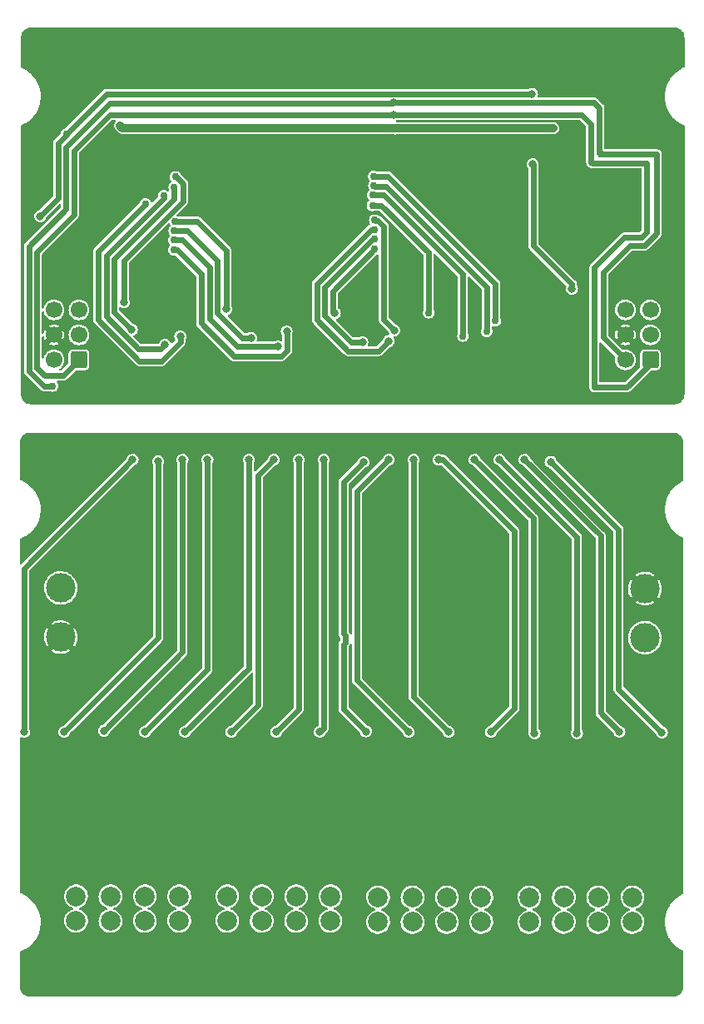
<source format=gbl>
%TF.GenerationSoftware,KiCad,Pcbnew,(6.0.9)*%
%TF.CreationDate,2023-11-09T17:58:51+05:30*%
%TF.ProjectId,Modular-I2C-4PxRJ45-Relay-Driver,4d6f6475-6c61-4722-9d49-32432d345078,2*%
%TF.SameCoordinates,Original*%
%TF.FileFunction,Copper,L2,Bot*%
%TF.FilePolarity,Positive*%
%FSLAX46Y46*%
G04 Gerber Fmt 4.6, Leading zero omitted, Abs format (unit mm)*
G04 Created by KiCad (PCBNEW (6.0.9)) date 2023-11-09 17:58:51*
%MOMM*%
%LPD*%
G01*
G04 APERTURE LIST*
G04 Aperture macros list*
%AMRoundRect*
0 Rectangle with rounded corners*
0 $1 Rounding radius*
0 $2 $3 $4 $5 $6 $7 $8 $9 X,Y pos of 4 corners*
0 Add a 4 corners polygon primitive as box body*
4,1,4,$2,$3,$4,$5,$6,$7,$8,$9,$2,$3,0*
0 Add four circle primitives for the rounded corners*
1,1,$1+$1,$2,$3*
1,1,$1+$1,$4,$5*
1,1,$1+$1,$6,$7*
1,1,$1+$1,$8,$9*
0 Add four rect primitives between the rounded corners*
20,1,$1+$1,$2,$3,$4,$5,0*
20,1,$1+$1,$4,$5,$6,$7,0*
20,1,$1+$1,$6,$7,$8,$9,0*
20,1,$1+$1,$8,$9,$2,$3,0*%
G04 Aperture macros list end*
%TA.AperFunction,ComponentPad*%
%ADD10RoundRect,0.250000X0.600000X0.600000X-0.600000X0.600000X-0.600000X-0.600000X0.600000X-0.600000X0*%
%TD*%
%TA.AperFunction,ComponentPad*%
%ADD11C,1.700000*%
%TD*%
%TA.AperFunction,ComponentPad*%
%ADD12C,2.000000*%
%TD*%
%TA.AperFunction,ComponentPad*%
%ADD13C,3.000000*%
%TD*%
%TA.AperFunction,ViaPad*%
%ADD14C,0.800000*%
%TD*%
%TA.AperFunction,ViaPad*%
%ADD15C,0.756400*%
%TD*%
%TA.AperFunction,Conductor*%
%ADD16C,0.609600*%
%TD*%
%TA.AperFunction,Conductor*%
%ADD17C,0.812800*%
%TD*%
%ADD18C,0.350000*%
G04 APERTURE END LIST*
D10*
%TO.P,J1,1,Pin_1*%
%TO.N,SCL*%
X159933600Y-34864000D03*
D11*
%TO.P,J1,2,Pin_2*%
%TO.N,SDA*%
X157393600Y-34864000D03*
%TO.P,J1,3,Pin_3*%
%TO.N,Net-(J1-Pad3)*%
X159933600Y-32324000D03*
%TO.P,J1,4,Pin_4*%
%TO.N,GNDREF*%
X157393600Y-32324000D03*
%TO.P,J1,5,Pin_5*%
%TO.N,VCC*%
X159933600Y-29784000D03*
%TO.P,J1,6,Pin_6*%
%TO.N,RST*%
X157393600Y-29784000D03*
%TD*%
D12*
%TO.P,J11,1,Pin_1*%
%TO.N,RC1+*%
X101496000Y-89437300D03*
%TO.P,J11,2,Pin_2*%
%TO.N,RC1-*%
X101496000Y-91937300D03*
%TO.P,J11,3,Pin_3*%
%TO.N,RC2+*%
X104996000Y-89437300D03*
%TO.P,J11,4,Pin_4*%
%TO.N,RC2-*%
X104996000Y-91937300D03*
%TO.P,J11,5,Pin_5*%
%TO.N,RC3+*%
X108496000Y-89437300D03*
%TO.P,J11,6,Pin_6*%
%TO.N,RC3-*%
X108496000Y-91937300D03*
%TO.P,J11,7,Pin_7*%
%TO.N,RC4+*%
X111996000Y-89437300D03*
%TO.P,J11,8,Pin_8*%
%TO.N,RC4-*%
X111996000Y-91937300D03*
%TD*%
%TO.P,J12,1,Pin_1*%
%TO.N,RC5+*%
X116888400Y-89437300D03*
%TO.P,J12,2,Pin_2*%
%TO.N,RC5-*%
X116888400Y-91937300D03*
%TO.P,J12,3,Pin_3*%
%TO.N,RC6+*%
X120388400Y-89437300D03*
%TO.P,J12,4,Pin_4*%
%TO.N,RC6-*%
X120388400Y-91937300D03*
%TO.P,J12,5,Pin_5*%
%TO.N,RC7+*%
X123888400Y-89437300D03*
%TO.P,J12,6,Pin_6*%
%TO.N,RC7-*%
X123888400Y-91937300D03*
%TO.P,J12,7,Pin_7*%
%TO.N,RC8+*%
X127388400Y-89437300D03*
%TO.P,J12,8,Pin_8*%
%TO.N,RC8-*%
X127388400Y-91937300D03*
%TD*%
D13*
%TO.P,J4,1,1*%
%TO.N,VDD*%
X159367900Y-63133800D03*
%TO.P,J4,2,2*%
%TO.N,GNDPWR*%
X159367900Y-58135800D03*
%TD*%
D10*
%TO.P,J2,1,Pin_1*%
%TO.N,SCL*%
X101793000Y-34864000D03*
D11*
%TO.P,J2,2,Pin_2*%
%TO.N,SDA*%
X99253000Y-34864000D03*
%TO.P,J2,3,Pin_3*%
%TO.N,Net-(J1-Pad3)*%
X101793000Y-32324000D03*
%TO.P,J2,4,Pin_4*%
%TO.N,GNDREF*%
X99253000Y-32324000D03*
%TO.P,J2,5,Pin_5*%
%TO.N,VCC*%
X101793000Y-29784000D03*
%TO.P,J2,6,Pin_6*%
%TO.N,RST*%
X99253000Y-29784000D03*
%TD*%
D12*
%TO.P,J14,1,Pin_1*%
%TO.N,RC13+*%
X147622400Y-89538900D03*
%TO.P,J14,2,Pin_2*%
%TO.N,RC13-*%
X147622400Y-92038900D03*
%TO.P,J14,3,Pin_3*%
%TO.N,RC14+*%
X151122400Y-89538900D03*
%TO.P,J14,4,Pin_4*%
%TO.N,RC14-*%
X151122400Y-92038900D03*
%TO.P,J14,5,Pin_5*%
%TO.N,RC15+*%
X154622400Y-89538900D03*
%TO.P,J14,6,Pin_6*%
%TO.N,RC15-*%
X154622400Y-92038900D03*
%TO.P,J14,7,Pin_7*%
%TO.N,RC16+*%
X158122400Y-89538900D03*
%TO.P,J14,8,Pin_8*%
%TO.N,RC16-*%
X158122400Y-92038900D03*
%TD*%
%TO.P,J13,1,Pin_1*%
%TO.N,RC9+*%
X132230000Y-89538900D03*
%TO.P,J13,2,Pin_2*%
%TO.N,RC9-*%
X132230000Y-92038900D03*
%TO.P,J13,3,Pin_3*%
%TO.N,RC10+*%
X135730000Y-89538900D03*
%TO.P,J13,4,Pin_4*%
%TO.N,RC10-*%
X135730000Y-92038900D03*
%TO.P,J13,5,Pin_5*%
%TO.N,RC11+*%
X139230000Y-89538900D03*
%TO.P,J13,6,Pin_6*%
%TO.N,RC11-*%
X139230000Y-92038900D03*
%TO.P,J13,7,Pin_7*%
%TO.N,RC12+*%
X142730000Y-89538900D03*
%TO.P,J13,8,Pin_8*%
%TO.N,RC12-*%
X142730000Y-92038900D03*
%TD*%
D13*
%TO.P,J3,1,1*%
%TO.N,VDD*%
X99938800Y-58069800D03*
%TO.P,J3,2,2*%
%TO.N,GNDPWR*%
X99938800Y-63067800D03*
%TD*%
D14*
%TO.N,GNDREF*%
X109413000Y-31181000D03*
X138851600Y-31206400D03*
X130622000Y-31181000D03*
X119827000Y-31054000D03*
%TO.N,SCL*%
X133797000Y-9952800D03*
D15*
X153990000Y-14798000D03*
D14*
%TO.N,SDA*%
X133807800Y-8712800D03*
D15*
X99126000Y-37531000D03*
X154879000Y-13983300D03*
D14*
%TO.N,RST*%
X151951350Y-27631650D03*
X97856000Y-20259000D03*
X147965071Y-14994800D03*
X147887350Y-7808500D03*
D15*
X100498350Y-11932800D03*
D14*
%TO.N,p2-a*%
X116772350Y-29726800D03*
D15*
X111572000Y-20792400D03*
%TO.N,p2-b*%
X111485457Y-21744377D03*
D14*
X119319000Y-32632500D03*
D15*
%TO.N,p2-c*%
X111464095Y-22700040D03*
D14*
X122062903Y-33536800D03*
%TO.N,p2-d*%
X122925800Y-31993800D03*
D15*
X111433820Y-23665464D03*
%TO.N,p4-a*%
X137378400Y-30088800D03*
X131646097Y-19158703D03*
%TO.N,p4-b*%
X131654200Y-18102800D03*
X140851580Y-32457620D03*
%TO.N,p4-c*%
X143271200Y-31968400D03*
X131795563Y-17157408D03*
%TO.N,p4-d*%
X144153700Y-30901600D03*
X131755693Y-16202337D03*
%TO.N,p1-a*%
X111598497Y-16246897D03*
D14*
X106373874Y-29022000D03*
D15*
%TO.N,p1-b*%
X111486000Y-17302800D03*
D14*
X107176574Y-31816000D03*
D15*
%TO.N,p1-c*%
X110406400Y-18169700D03*
D14*
X110556000Y-33340000D03*
D15*
%TO.N,p1-d*%
X108577152Y-19000558D03*
D14*
X112092700Y-32463700D03*
D15*
%TO.N,p3-a*%
X131892494Y-23628703D03*
D14*
X127821350Y-30107800D03*
%TO.N,p3-b*%
X130632043Y-33070700D03*
D15*
X131873000Y-22564000D03*
D14*
%TO.N,p3-c*%
X133289000Y-32959000D03*
D15*
X131839441Y-21608687D03*
D14*
%TO.N,p3-d*%
X133873200Y-31866800D03*
D15*
X131876811Y-20653515D03*
D14*
%TO.N,VCC*%
X105984000Y-11038800D03*
X150046350Y-11311550D03*
X133974800Y-11343600D03*
%TO.N,GNDPWR*%
X122748000Y-74615000D03*
X142306000Y-53202800D03*
X132857200Y-54625200D03*
X131892000Y-52034400D03*
X133771600Y-55895200D03*
X142356800Y-60518000D03*
X127968000Y-63251300D03*
X136972000Y-63921600D03*
X143322000Y-57317600D03*
X144287200Y-54625200D03*
X118176000Y-74488000D03*
X142306000Y-51932800D03*
X132857200Y-58130400D03*
X143271200Y-54625200D03*
X131892000Y-53355200D03*
X142356800Y-55742800D03*
X143322000Y-55793600D03*
X142306000Y-54574400D03*
X136210000Y-74615000D03*
X133771600Y-57063600D03*
X144287200Y-53253600D03*
X143322000Y-60518000D03*
X131892000Y-50561200D03*
X97094000Y-74615000D03*
X153355000Y-74615000D03*
X157673000Y-74615000D03*
X140426400Y-58435200D03*
X150078400Y-63820000D03*
X133771600Y-52034400D03*
X131892000Y-57063600D03*
X142356800Y-58384400D03*
X105222000Y-74742000D03*
X144592000Y-74615000D03*
X141391600Y-59451200D03*
X142356800Y-57317600D03*
X140426400Y-57368400D03*
X144338000Y-55793600D03*
X161991000Y-74615000D03*
X113604000Y-74488000D03*
X109413000Y-74742000D03*
X150636000Y-57564800D03*
X131892000Y-74488000D03*
X141391600Y-58435200D03*
X132857200Y-50561200D03*
X143271200Y-53253600D03*
X132857200Y-57063600D03*
X133771600Y-53355200D03*
X132857200Y-55895200D03*
X141391600Y-57368400D03*
X132857200Y-53355200D03*
X138953200Y-63921600D03*
X144287200Y-51983600D03*
X131892000Y-55895200D03*
X143322000Y-59400400D03*
X137937200Y-63921600D03*
X141391600Y-60568800D03*
X140426400Y-59451200D03*
X131892000Y-54625200D03*
X127320000Y-74488000D03*
X142356800Y-59400400D03*
X149164000Y-74615000D03*
X140401000Y-74488000D03*
X140426400Y-60568800D03*
X133771600Y-58130400D03*
X101031000Y-74615000D03*
X143322000Y-58384400D03*
X133771600Y-50561200D03*
X142356800Y-50612000D03*
X133771600Y-54625200D03*
X143271200Y-51983600D03*
X132857200Y-52034400D03*
%TO.N,p1-a5*%
X107254000Y-45024000D03*
X96205000Y-72710000D03*
%TO.N,p1-b5*%
X100294400Y-72710000D03*
X109844800Y-45176400D03*
%TO.N,p1-c5*%
X104333000Y-72583000D03*
X112334000Y-45024000D03*
%TO.N,p1-d5*%
X114874000Y-45024000D03*
X108524000Y-72710000D03*
%TO.N,p2-a5*%
X112588000Y-72710000D03*
X119065000Y-45024000D03*
%TO.N,p2-b5*%
X117287000Y-72710000D03*
X121605000Y-45024000D03*
%TO.N,p2-c5*%
X124145000Y-45024000D03*
X121859000Y-72710000D03*
%TO.N,p2-d5*%
X126304000Y-72710000D03*
X126685000Y-45024000D03*
%TO.N,p3-a5*%
X130723600Y-45278000D03*
X130977600Y-72659200D03*
%TO.N,p3-b5*%
X133289000Y-45024000D03*
X135321000Y-72710000D03*
%TO.N,p3-c5*%
X139385000Y-72710000D03*
X135829000Y-45024000D03*
%TO.N,p3-d5*%
X138369000Y-45024000D03*
X143703000Y-72710000D03*
%TO.N,p4-a5*%
X142052000Y-45024000D03*
X148148000Y-72837000D03*
%TO.N,p4-b5*%
X144592000Y-45024000D03*
X152466000Y-72837000D03*
%TO.N,p4-c5*%
X147132000Y-45024000D03*
X156784000Y-72710000D03*
%TO.N,p4-d5*%
X149773600Y-45227200D03*
X161102000Y-72760800D03*
%TD*%
D16*
%TO.N,SCL*%
X133797000Y-9952800D02*
X104892618Y-9952800D01*
X101278350Y-20138650D02*
X97508350Y-23908650D01*
X98310823Y-36472800D02*
X100184200Y-36472800D01*
X154237350Y-37658000D02*
X157546000Y-37658000D01*
X153863000Y-14671000D02*
X153990000Y-14798000D01*
X101278350Y-13567068D02*
X101278350Y-20138650D01*
X157546000Y-37658000D02*
X159933600Y-35270400D01*
X157279894Y-22430106D02*
X154237350Y-25472650D01*
X153990000Y-14798000D02*
X154064300Y-14872300D01*
X159933600Y-35270400D02*
X159933600Y-34864000D01*
X153863000Y-10861000D02*
X153863000Y-14671000D01*
X154237350Y-25472650D02*
X154237350Y-37658000D01*
X154064300Y-14872300D02*
X159571350Y-14872300D01*
X100184200Y-36472800D02*
X101793000Y-34864000D01*
X97508350Y-23908650D02*
X97508350Y-35670327D01*
X152954800Y-9952800D02*
X153863000Y-10861000D01*
X97508350Y-35670327D02*
X98310823Y-36472800D01*
X133797000Y-9952800D02*
X152954800Y-9952800D01*
X159008350Y-22430106D02*
X157279894Y-22430106D01*
X104892618Y-9952800D02*
X101278350Y-13567068D01*
X159571350Y-21867106D02*
X159008350Y-22430106D01*
X159571350Y-14872300D02*
X159571350Y-21867106D01*
%TO.N,SDA*%
X98224075Y-37531000D02*
X99126000Y-37531000D01*
X154203297Y-8712800D02*
X154752000Y-9261503D01*
X159343018Y-23239706D02*
X157867294Y-23239706D01*
X155126350Y-25980650D02*
X155126350Y-32596750D01*
X100469230Y-19550770D02*
X96699230Y-23320770D01*
X154752000Y-13856300D02*
X154879000Y-13983300D01*
X100469230Y-13231920D02*
X100469230Y-19550770D01*
X160594000Y-21988724D02*
X159343018Y-23239706D01*
X155126350Y-32596750D02*
X157393600Y-34864000D01*
X96699230Y-36006155D02*
X98224075Y-37531000D01*
X157867294Y-23239706D02*
X155126350Y-25980650D01*
X133807800Y-8712800D02*
X154203297Y-8712800D01*
X160594000Y-13983300D02*
X160594000Y-21988724D01*
X133807800Y-8712800D02*
X133757800Y-8762800D01*
X154879000Y-13983300D02*
X160594000Y-13983300D01*
X96699230Y-23320770D02*
X96699230Y-36006155D01*
X154752000Y-9261503D02*
X154752000Y-13856300D01*
X104938350Y-8762800D02*
X100469230Y-13231920D01*
X133757800Y-8762800D02*
X104938350Y-8762800D01*
%TO.N,RST*%
X99660110Y-18454890D02*
X99660110Y-12866890D01*
X151951350Y-27631650D02*
X151951350Y-27186800D01*
X147887350Y-7808500D02*
X104622650Y-7808500D01*
X99660110Y-12866890D02*
X100498350Y-12028650D01*
X147995600Y-15025329D02*
X147965071Y-14994800D01*
X104622650Y-7808500D02*
X100498350Y-11932800D01*
X147995600Y-23231050D02*
X147995600Y-15025329D01*
X100498350Y-12028650D02*
X100498350Y-11932800D01*
X151951350Y-27186800D02*
X147995600Y-23231050D01*
X97856000Y-20259000D02*
X99660110Y-18454890D01*
%TO.N,p2-a*%
X111572000Y-20792400D02*
X113807200Y-20792400D01*
X113807200Y-20792400D02*
X116772350Y-23757550D01*
X116772350Y-23757550D02*
X116772350Y-29726800D01*
%TO.N,p2-b*%
X115867550Y-30101581D02*
X118398469Y-32632500D01*
X118398469Y-32632500D02*
X119319000Y-32632500D01*
X115867550Y-24783150D02*
X115867550Y-30101581D01*
X112828777Y-21744377D02*
X115867550Y-24783150D01*
X111485457Y-21744377D02*
X112828777Y-21744377D01*
%TO.N,p2-c*%
X115057950Y-25446750D02*
X115057950Y-30679150D01*
X115057950Y-30679150D02*
X117915600Y-33536800D01*
X117915600Y-33536800D02*
X122062903Y-33536800D01*
X111464095Y-22700040D02*
X112311240Y-22700040D01*
X112311240Y-22700040D02*
X115057950Y-25446750D01*
%TO.N,p2-d*%
X111752664Y-23665464D02*
X114213600Y-26126400D01*
X117541000Y-34483000D02*
X122396284Y-34483000D01*
X114213600Y-26126400D02*
X114213600Y-31155600D01*
X114213600Y-31155600D02*
X117541000Y-34483000D01*
X111433820Y-23665464D02*
X111752664Y-23665464D01*
X122396284Y-34483000D02*
X122967703Y-33911581D01*
X122967703Y-33911581D02*
X122967703Y-32035703D01*
X122967703Y-32035703D02*
X122925800Y-31993800D01*
%TO.N,p4-a*%
X137378400Y-23967400D02*
X137378400Y-30088800D01*
X131646097Y-19158703D02*
X132569703Y-19158703D01*
X132569703Y-19158703D02*
X137378400Y-23967400D01*
%TO.N,p4-b*%
X132781852Y-18102800D02*
X140851580Y-26172528D01*
X131654200Y-18102800D02*
X132781852Y-18102800D01*
X140851580Y-26172528D02*
X140851580Y-32457620D01*
%TO.N,p4-c*%
X131857955Y-17219800D02*
X133043800Y-17219800D01*
X131795563Y-17157408D02*
X131857955Y-17219800D01*
X133043800Y-17219800D02*
X143271200Y-27447200D01*
X143271200Y-27447200D02*
X143271200Y-31968400D01*
%TO.N,p4-d*%
X131755693Y-16202337D02*
X133219887Y-16202337D01*
X144153700Y-27136150D02*
X144153700Y-30901600D01*
X133219887Y-16202337D02*
X144153700Y-27136150D01*
%TO.N,p1-a*%
X111598497Y-16246897D02*
X111678848Y-16246897D01*
X106373874Y-24741775D02*
X106373874Y-29022000D01*
X112384800Y-16952849D02*
X112384800Y-18730849D01*
X111678848Y-16246897D02*
X112384800Y-16952849D01*
X112384800Y-18730849D02*
X106373874Y-24741775D01*
%TO.N,p1-b*%
X111486000Y-18484701D02*
X105374400Y-24596301D01*
X105374400Y-24596301D02*
X105374400Y-30013826D01*
X105374400Y-30013826D02*
X107176574Y-31816000D01*
X111486000Y-17302800D02*
X111486000Y-18484701D01*
%TO.N,p1-c*%
X110135450Y-33760550D02*
X110556000Y-33340000D01*
X107841543Y-33760550D02*
X110135450Y-33760550D01*
X104564800Y-24260954D02*
X104564800Y-30483807D01*
X110406400Y-18419354D02*
X104564800Y-24260954D01*
X110406400Y-18169700D02*
X110406400Y-18419354D01*
X104564800Y-30483807D02*
X107841543Y-33760550D01*
%TO.N,p1-d*%
X108577152Y-19000558D02*
X103755200Y-23822510D01*
X103755200Y-30819155D02*
X107927045Y-34991000D01*
X112092700Y-33082881D02*
X112092700Y-32463700D01*
X103755200Y-23822510D02*
X103755200Y-30819155D01*
X107927045Y-34991000D02*
X110184581Y-34991000D01*
X110184581Y-34991000D02*
X112092700Y-33082881D01*
%TO.N,p3-a*%
X131892494Y-23628703D02*
X127608350Y-27912847D01*
X127608350Y-29894800D02*
X127821350Y-30107800D01*
X127608350Y-27912847D02*
X127608350Y-29894800D01*
%TO.N,p3-b*%
X126798750Y-30364781D02*
X126798750Y-27473696D01*
X130632043Y-33070700D02*
X129504669Y-33070700D01*
X129504669Y-33070700D02*
X126798750Y-30364781D01*
X126798750Y-27473696D02*
X131708446Y-22564000D01*
X131708446Y-22564000D02*
X131873000Y-22564000D01*
%TO.N,p3-c*%
X129174200Y-33975000D02*
X132273000Y-33975000D01*
X131839441Y-21608687D02*
X131518812Y-21608687D01*
X131518812Y-21608687D02*
X125989150Y-27138349D01*
X132273000Y-33975000D02*
X133289000Y-32959000D01*
X125989150Y-30789950D02*
X129174200Y-33975000D01*
X125989150Y-27138349D02*
X125989150Y-30789950D01*
%TO.N,p3-d*%
X131948983Y-20725687D02*
X132205192Y-20725687D01*
X131876811Y-20653515D02*
X131948983Y-20725687D01*
X132205192Y-20725687D02*
X132806400Y-21326895D01*
X132806400Y-21326895D02*
X132806400Y-30800000D01*
X132806400Y-30800000D02*
X133873200Y-31866800D01*
D17*
%TO.N,VCC*%
X106238000Y-11292800D02*
X105984000Y-11038800D01*
X133974800Y-11343600D02*
X133924000Y-11292800D01*
X134025600Y-11292800D02*
X133974800Y-11343600D01*
X146417100Y-11311550D02*
X146398350Y-11292800D01*
X146398350Y-11292800D02*
X134025600Y-11292800D01*
X150046350Y-11311550D02*
X146417100Y-11311550D01*
X133924000Y-11292800D02*
X106238000Y-11292800D01*
D16*
%TO.N,p1-a5*%
X107254000Y-45024000D02*
X96205000Y-56073000D01*
X96205000Y-56073000D02*
X96205000Y-72710000D01*
%TO.N,p1-b5*%
X109844800Y-45176400D02*
X109844800Y-63159600D01*
X109844800Y-63159600D02*
X100294400Y-72710000D01*
%TO.N,p1-c5*%
X112334000Y-64582000D02*
X104333000Y-72583000D01*
X112334000Y-45024000D02*
X112334000Y-64582000D01*
%TO.N,p1-d5*%
X114874000Y-66360000D02*
X108524000Y-72710000D01*
X114874000Y-45024000D02*
X114874000Y-66360000D01*
%TO.N,p2-a5*%
X119065000Y-45024000D02*
X119065000Y-66233000D01*
X119065000Y-66233000D02*
X112588000Y-72710000D01*
%TO.N,p2-b5*%
X120002200Y-69994800D02*
X117287000Y-72710000D01*
X121605000Y-45024000D02*
X120002200Y-46626800D01*
X120002200Y-46626800D02*
X120002200Y-69994800D01*
%TO.N,p2-c5*%
X124145000Y-70424000D02*
X121859000Y-72710000D01*
X124145000Y-45024000D02*
X124145000Y-70424000D01*
%TO.N,p2-d5*%
X126685000Y-45024000D02*
X126685000Y-72329000D01*
X126685000Y-72329000D02*
X126304000Y-72710000D01*
%TO.N,p3-a5*%
X128691600Y-47310000D02*
X128691600Y-62695319D01*
X128872800Y-63626081D02*
X128691600Y-63807281D01*
X128691600Y-62695319D02*
X128872800Y-62876519D01*
X130723600Y-45278000D02*
X128691600Y-47310000D01*
X128872800Y-62876519D02*
X128872800Y-63626081D01*
X128691600Y-70373200D02*
X130977600Y-72659200D01*
X128691600Y-63807281D02*
X128691600Y-70373200D01*
%TO.N,p3-b5*%
X130063200Y-67452200D02*
X135321000Y-72710000D01*
X133289000Y-45024000D02*
X130063200Y-48249800D01*
X130063200Y-48249800D02*
X130063200Y-67452200D01*
%TO.N,p3-c5*%
X135829000Y-45024000D02*
X135829000Y-69154000D01*
X135829000Y-69154000D02*
X139385000Y-72710000D01*
%TO.N,p3-d5*%
X138800800Y-45024000D02*
X146065200Y-52288400D01*
X138369000Y-45024000D02*
X138800800Y-45024000D01*
X146065200Y-70347800D02*
X143703000Y-72710000D01*
X146065200Y-52288400D02*
X146065200Y-70347800D01*
%TO.N,p4-a5*%
X147995600Y-72684600D02*
X148148000Y-72837000D01*
X147995600Y-50967600D02*
X147995600Y-72684600D01*
X142052000Y-45024000D02*
X147995600Y-50967600D01*
%TO.N,p4-b5*%
X144592000Y-45024000D02*
X152466000Y-52898000D01*
X152466000Y-52898000D02*
X152466000Y-72837000D01*
%TO.N,p4-c5*%
X154853600Y-70779600D02*
X156784000Y-72710000D01*
X147132000Y-45024000D02*
X154853600Y-52745600D01*
X154853600Y-52745600D02*
X154853600Y-70779600D01*
%TO.N,p4-d5*%
X156682400Y-52136000D02*
X156682400Y-68341200D01*
X149773600Y-45227200D02*
X156682400Y-52136000D01*
X156682400Y-68341200D02*
X161102000Y-72760800D01*
%TD*%
%TA.AperFunction,Conductor*%
%TO.N,GNDREF*%
G36*
X162400914Y-1082484D02*
G01*
X162581237Y-1100245D01*
X162600573Y-1104092D01*
X162769199Y-1155243D01*
X162787419Y-1162790D01*
X162942831Y-1245859D01*
X162959225Y-1256813D01*
X163095450Y-1368609D01*
X163109391Y-1382550D01*
X163221187Y-1518775D01*
X163232141Y-1535169D01*
X163315210Y-1690581D01*
X163322757Y-1708801D01*
X163373908Y-1877425D01*
X163377756Y-1896766D01*
X163395516Y-2077086D01*
X163396000Y-2086947D01*
X163396000Y-5064121D01*
X163376787Y-5123252D01*
X163335401Y-5156426D01*
X163311000Y-5167000D01*
X163310572Y-5167197D01*
X163310551Y-5167206D01*
X163127956Y-5251101D01*
X163127950Y-5251104D01*
X163126000Y-5252000D01*
X163098641Y-5267528D01*
X162941875Y-5356503D01*
X162941861Y-5356512D01*
X162941000Y-5357000D01*
X162940166Y-5357518D01*
X162940157Y-5357523D01*
X162797385Y-5446140D01*
X162797377Y-5446145D01*
X162796000Y-5447000D01*
X162794677Y-5447945D01*
X162663993Y-5541291D01*
X162656000Y-5547000D01*
X162571000Y-5617000D01*
X162426000Y-5742000D01*
X162286000Y-5877000D01*
X162171000Y-6002000D01*
X162026000Y-6182000D01*
X162024817Y-6183752D01*
X162024813Y-6183758D01*
X161924523Y-6332337D01*
X161891000Y-6382000D01*
X161890163Y-6383435D01*
X161832667Y-6482000D01*
X161821000Y-6502000D01*
X161746000Y-6637000D01*
X161661000Y-6817000D01*
X161591000Y-6997000D01*
X161551000Y-7107000D01*
X161550583Y-7108390D01*
X161550581Y-7108396D01*
X161523223Y-7199591D01*
X161521000Y-7207000D01*
X161491000Y-7317000D01*
X161490700Y-7318423D01*
X161490698Y-7318433D01*
X161451622Y-7504046D01*
X161451000Y-7507000D01*
X161436000Y-7612000D01*
X161435944Y-7612465D01*
X161435941Y-7612485D01*
X161416087Y-7776278D01*
X161416084Y-7776311D01*
X161416000Y-7777000D01*
X161406000Y-7887000D01*
X161401000Y-8062000D01*
X161401000Y-8162000D01*
X161401105Y-8163621D01*
X161401105Y-8163634D01*
X161408548Y-8278995D01*
X161411000Y-8317000D01*
X161411021Y-8317269D01*
X161411023Y-8317302D01*
X161413053Y-8343693D01*
X161421000Y-8447000D01*
X161446000Y-8617000D01*
X161446343Y-8618602D01*
X161446344Y-8618606D01*
X161452772Y-8648601D01*
X161476000Y-8757000D01*
X161501000Y-8872000D01*
X161531000Y-8982000D01*
X161531336Y-8983045D01*
X161531343Y-8983069D01*
X161545486Y-9027068D01*
X161576000Y-9122000D01*
X161616000Y-9232000D01*
X161616750Y-9233673D01*
X161616752Y-9233678D01*
X161681000Y-9377000D01*
X161724456Y-9473568D01*
X161726000Y-9477000D01*
X161781000Y-9582000D01*
X161781285Y-9582512D01*
X161781292Y-9582526D01*
X161799387Y-9615097D01*
X161831000Y-9672000D01*
X161831586Y-9672951D01*
X161831587Y-9672954D01*
X161871000Y-9737000D01*
X161871163Y-9737266D01*
X161925480Y-9826150D01*
X161925493Y-9826170D01*
X161926000Y-9827000D01*
X161976000Y-9902000D01*
X162016000Y-9957000D01*
X162066000Y-10022000D01*
X162126000Y-10097000D01*
X162206000Y-10192000D01*
X162206970Y-10193028D01*
X162206978Y-10193036D01*
X162290491Y-10281462D01*
X162290522Y-10281493D01*
X162291000Y-10282000D01*
X162396000Y-10387000D01*
X162466000Y-10452000D01*
X162466840Y-10452714D01*
X162548792Y-10522373D01*
X162566000Y-10537000D01*
X162566713Y-10537563D01*
X162566718Y-10537567D01*
X162654667Y-10607000D01*
X162661000Y-10612000D01*
X162661980Y-10612700D01*
X162661992Y-10612709D01*
X162730620Y-10661729D01*
X162730645Y-10661747D01*
X162731000Y-10662000D01*
X162826000Y-10727000D01*
X162921000Y-10787000D01*
X162921647Y-10787381D01*
X162921669Y-10787394D01*
X163005454Y-10836679D01*
X163006000Y-10837000D01*
X163006524Y-10837291D01*
X163006564Y-10837314D01*
X163072928Y-10874182D01*
X163096000Y-10887000D01*
X163176000Y-10927000D01*
X163311000Y-10992000D01*
X163331214Y-10999701D01*
X163379630Y-11038703D01*
X163396000Y-11093709D01*
X163396000Y-38387053D01*
X163395516Y-38396914D01*
X163377756Y-38577234D01*
X163373908Y-38596575D01*
X163322757Y-38765199D01*
X163315210Y-38783419D01*
X163232141Y-38938831D01*
X163221187Y-38955225D01*
X163109393Y-39091448D01*
X163095450Y-39105391D01*
X162959225Y-39217187D01*
X162942831Y-39228141D01*
X162787419Y-39311210D01*
X162769200Y-39318757D01*
X162600573Y-39369908D01*
X162581237Y-39373755D01*
X162404671Y-39391146D01*
X162400914Y-39391516D01*
X162391053Y-39392000D01*
X96900947Y-39392000D01*
X96891086Y-39391516D01*
X96887329Y-39391146D01*
X96710763Y-39373755D01*
X96691427Y-39369908D01*
X96522800Y-39318757D01*
X96504581Y-39311210D01*
X96349169Y-39228141D01*
X96332775Y-39217187D01*
X96196550Y-39105391D01*
X96182607Y-39091448D01*
X96070813Y-38955225D01*
X96059859Y-38938831D01*
X95976790Y-38783419D01*
X95969243Y-38765199D01*
X95918092Y-38596575D01*
X95914244Y-38577234D01*
X95896484Y-38396914D01*
X95896000Y-38387053D01*
X95896000Y-23355711D01*
X96186691Y-23355711D01*
X96188187Y-23362719D01*
X96188187Y-23362721D01*
X96188513Y-23364250D01*
X96190730Y-23385252D01*
X96190730Y-35937923D01*
X96189289Y-35950821D01*
X96189313Y-35950823D01*
X96188739Y-35957961D01*
X96187156Y-35964955D01*
X96187600Y-35972110D01*
X96190537Y-36019453D01*
X96190730Y-36025682D01*
X96190730Y-36042668D01*
X96191238Y-36046215D01*
X96191238Y-36046217D01*
X96192357Y-36054029D01*
X96193179Y-36062054D01*
X96196175Y-36110332D01*
X96198608Y-36117070D01*
X96198608Y-36117072D01*
X96199712Y-36120129D01*
X96204673Y-36140027D01*
X96206150Y-36150342D01*
X96209118Y-36156869D01*
X96226168Y-36194368D01*
X96229211Y-36201844D01*
X96245634Y-36247336D01*
X96249861Y-36253123D01*
X96249862Y-36253124D01*
X96251782Y-36255753D01*
X96262126Y-36273454D01*
X96263471Y-36276413D01*
X96263473Y-36276416D01*
X96266438Y-36282937D01*
X96271115Y-36288365D01*
X96298015Y-36319585D01*
X96303030Y-36325901D01*
X96311655Y-36337707D01*
X96323301Y-36349353D01*
X96328377Y-36354821D01*
X96361517Y-36393282D01*
X96368846Y-36398033D01*
X96385262Y-36411314D01*
X97816263Y-37842316D01*
X97824364Y-37852454D01*
X97824382Y-37852439D01*
X97829025Y-37857895D01*
X97832851Y-37863958D01*
X97867142Y-37894243D01*
X97873773Y-37900099D01*
X97878314Y-37904367D01*
X97890329Y-37916382D01*
X97899526Y-37923275D01*
X97905774Y-37928362D01*
X97925764Y-37946016D01*
X97942026Y-37960378D01*
X97948508Y-37963421D01*
X97948517Y-37963427D01*
X97951459Y-37964808D01*
X97969034Y-37975367D01*
X97977370Y-37981615D01*
X98014958Y-37995706D01*
X98022651Y-37998590D01*
X98030090Y-38001725D01*
X98060961Y-38016218D01*
X98073875Y-38022281D01*
X98084170Y-38023884D01*
X98104005Y-38029088D01*
X98107044Y-38030227D01*
X98107046Y-38030227D01*
X98113759Y-38032744D01*
X98161980Y-38036327D01*
X98169993Y-38037247D01*
X98184461Y-38039500D01*
X98200938Y-38039500D01*
X98208394Y-38039777D01*
X98251867Y-38043008D01*
X98251869Y-38043008D01*
X98259016Y-38043539D01*
X98267552Y-38041717D01*
X98288553Y-38039500D01*
X98813041Y-38039500D01*
X98851539Y-38047158D01*
X98974094Y-38097922D01*
X98980630Y-38098783D01*
X98980632Y-38098783D01*
X99119460Y-38117060D01*
X99126000Y-38117921D01*
X99132540Y-38117060D01*
X99271368Y-38098783D01*
X99271370Y-38098783D01*
X99277906Y-38097922D01*
X99419461Y-38039288D01*
X99541016Y-37946016D01*
X99634288Y-37824460D01*
X99692922Y-37682906D01*
X99712921Y-37531000D01*
X99692922Y-37379094D01*
X99634288Y-37237540D01*
X99561854Y-37143141D01*
X99541100Y-37084533D01*
X99558759Y-37024919D01*
X99608086Y-36987070D01*
X99641666Y-36981300D01*
X100115968Y-36981300D01*
X100128866Y-36982741D01*
X100128868Y-36982717D01*
X100136006Y-36983291D01*
X100143000Y-36984874D01*
X100197498Y-36981493D01*
X100203727Y-36981300D01*
X100220713Y-36981300D01*
X100224260Y-36980792D01*
X100224262Y-36980792D01*
X100226905Y-36980413D01*
X100232081Y-36979672D01*
X100240099Y-36978851D01*
X100256433Y-36977837D01*
X100281226Y-36976299D01*
X100281228Y-36976299D01*
X100288377Y-36975855D01*
X100295115Y-36973422D01*
X100295117Y-36973422D01*
X100298174Y-36972318D01*
X100318072Y-36967357D01*
X100328387Y-36965880D01*
X100372418Y-36945860D01*
X100379889Y-36942819D01*
X100425381Y-36926396D01*
X100431169Y-36922168D01*
X100433798Y-36920248D01*
X100451499Y-36909904D01*
X100454458Y-36908559D01*
X100454461Y-36908557D01*
X100460982Y-36905592D01*
X100497630Y-36874015D01*
X100503949Y-36868998D01*
X100515752Y-36860375D01*
X100527398Y-36848729D01*
X100532866Y-36843653D01*
X100565898Y-36815191D01*
X100571327Y-36810513D01*
X100576078Y-36803184D01*
X100589359Y-36786768D01*
X101428963Y-35947165D01*
X101484361Y-35918939D01*
X101500098Y-35917700D01*
X102394238Y-35917699D01*
X102447216Y-35917699D01*
X102478975Y-35914698D01*
X102484758Y-35912667D01*
X102484759Y-35912667D01*
X102600599Y-35871987D01*
X102607698Y-35869494D01*
X102613747Y-35865026D01*
X102613749Y-35865025D01*
X102711389Y-35792906D01*
X102717438Y-35788438D01*
X102758067Y-35733431D01*
X102794025Y-35684749D01*
X102794026Y-35684747D01*
X102798494Y-35678698D01*
X102843698Y-35549975D01*
X102846700Y-35518217D01*
X102846700Y-34864000D01*
X102846699Y-34212143D01*
X102846699Y-34209784D01*
X102843698Y-34178025D01*
X102834410Y-34151575D01*
X102800987Y-34056401D01*
X102798494Y-34049302D01*
X102792585Y-34041301D01*
X102721906Y-33945611D01*
X102717438Y-33939562D01*
X102645566Y-33886476D01*
X102613749Y-33862975D01*
X102613747Y-33862974D01*
X102607698Y-33858506D01*
X102540623Y-33834951D01*
X102484762Y-33815334D01*
X102484760Y-33815334D01*
X102478975Y-33813302D01*
X102472873Y-33812725D01*
X102472872Y-33812725D01*
X102449580Y-33810523D01*
X102449572Y-33810523D01*
X102447217Y-33810300D01*
X102444839Y-33810300D01*
X101790376Y-33810301D01*
X101138784Y-33810301D01*
X101107025Y-33813302D01*
X101101242Y-33815333D01*
X101101241Y-33815333D01*
X101045377Y-33834951D01*
X100978302Y-33858506D01*
X100972253Y-33862974D01*
X100972251Y-33862975D01*
X100940434Y-33886476D01*
X100868562Y-33939562D01*
X100864094Y-33945611D01*
X100793416Y-34041301D01*
X100787506Y-34049302D01*
X100785013Y-34056401D01*
X100751591Y-34151575D01*
X100742302Y-34178025D01*
X100741725Y-34184127D01*
X100741725Y-34184128D01*
X100741719Y-34184197D01*
X100739300Y-34209783D01*
X100739300Y-34212161D01*
X100739301Y-35156902D01*
X100720088Y-35216033D01*
X100709836Y-35228037D01*
X100003038Y-35934835D01*
X99947640Y-35963061D01*
X99931903Y-35964300D01*
X99834148Y-35964300D01*
X99775017Y-35945087D01*
X99738472Y-35894787D01*
X99738472Y-35832613D01*
X99775017Y-35782313D01*
X99788790Y-35773906D01*
X99820332Y-35757973D01*
X99983168Y-35630752D01*
X100118191Y-35474325D01*
X100204325Y-35322702D01*
X100217830Y-35298930D01*
X100217831Y-35298928D01*
X100220260Y-35294652D01*
X100285486Y-35098575D01*
X100298431Y-34996103D01*
X100311034Y-34896343D01*
X100311034Y-34896340D01*
X100311385Y-34893563D01*
X100311798Y-34864000D01*
X100311051Y-34856375D01*
X100292113Y-34663244D01*
X100291633Y-34658345D01*
X100290211Y-34653635D01*
X100290210Y-34653630D01*
X100233331Y-34465238D01*
X100233329Y-34465234D01*
X100231907Y-34460523D01*
X100134895Y-34278070D01*
X100004292Y-34117935D01*
X99845072Y-33986217D01*
X99663301Y-33887933D01*
X99658601Y-33886478D01*
X99658596Y-33886476D01*
X99470602Y-33828283D01*
X99470600Y-33828283D01*
X99465901Y-33826828D01*
X99260392Y-33805228D01*
X99255491Y-33805674D01*
X99255488Y-33805674D01*
X99059499Y-33823510D01*
X99059496Y-33823510D01*
X99054601Y-33823956D01*
X99049887Y-33825343D01*
X99049884Y-33825344D01*
X98939885Y-33857719D01*
X98856367Y-33882300D01*
X98852007Y-33884579D01*
X98852003Y-33884581D01*
X98696924Y-33965655D01*
X98673241Y-33978036D01*
X98669402Y-33981123D01*
X98669400Y-33981124D01*
X98627583Y-34014746D01*
X98512198Y-34107518D01*
X98509037Y-34111285D01*
X98509036Y-34111286D01*
X98469598Y-34158286D01*
X98379371Y-34265814D01*
X98279821Y-34446895D01*
X98278333Y-34451585D01*
X98278332Y-34451588D01*
X98266928Y-34487539D01*
X98217339Y-34643864D01*
X98216790Y-34648757D01*
X98215852Y-34653171D01*
X98184764Y-34707015D01*
X98127965Y-34732304D01*
X98067150Y-34719377D01*
X98025547Y-34673173D01*
X98016850Y-34632255D01*
X98016850Y-33252197D01*
X98761215Y-33252197D01*
X98768559Y-33259828D01*
X98825018Y-33291383D01*
X98833993Y-33295304D01*
X99021065Y-33356087D01*
X99030633Y-33358191D01*
X99225947Y-33381481D01*
X99235748Y-33381686D01*
X99431859Y-33366596D01*
X99441514Y-33364894D01*
X99630959Y-33312000D01*
X99640103Y-33308454D01*
X99736369Y-33259826D01*
X99744537Y-33251714D01*
X99739259Y-33241311D01*
X99264268Y-32766320D01*
X99252189Y-32760165D01*
X99247077Y-32760975D01*
X98766782Y-33241270D01*
X98761215Y-33252197D01*
X98016850Y-33252197D01*
X98016850Y-32549967D01*
X98036063Y-32490836D01*
X98086363Y-32454291D01*
X98148537Y-32454291D01*
X98198837Y-32490836D01*
X98214153Y-32522238D01*
X98267664Y-32708854D01*
X98271272Y-32717964D01*
X98317187Y-32807306D01*
X98325446Y-32815509D01*
X98335672Y-32810276D01*
X98810680Y-32335268D01*
X98816008Y-32324811D01*
X99689165Y-32324811D01*
X99689975Y-32329923D01*
X100170385Y-32810333D01*
X100181420Y-32815955D01*
X100188946Y-32808763D01*
X100217372Y-32758726D01*
X100221355Y-32749779D01*
X100283444Y-32563133D01*
X100285614Y-32553584D01*
X100310531Y-32356332D01*
X100310922Y-32350740D01*
X100311257Y-32326813D01*
X100311022Y-32321202D01*
X100309847Y-32309217D01*
X100734305Y-32309217D01*
X100751596Y-32515133D01*
X100808555Y-32713770D01*
X100903010Y-32897560D01*
X100906063Y-32901412D01*
X100906065Y-32901415D01*
X100953997Y-32961890D01*
X101031364Y-33059503D01*
X101188730Y-33193431D01*
X101369111Y-33294243D01*
X101373792Y-33295764D01*
X101560959Y-33356579D01*
X101560965Y-33356580D01*
X101565639Y-33358099D01*
X101570521Y-33358681D01*
X101570525Y-33358682D01*
X101765936Y-33381983D01*
X101765937Y-33381983D01*
X101770826Y-33382566D01*
X101976858Y-33366712D01*
X101981599Y-33365388D01*
X101981601Y-33365388D01*
X102171145Y-33312467D01*
X102175887Y-33311143D01*
X102360332Y-33217973D01*
X102523168Y-33090752D01*
X102546122Y-33064160D01*
X102593659Y-33009087D01*
X102658191Y-32934325D01*
X102725019Y-32816687D01*
X102757830Y-32758930D01*
X102757831Y-32758928D01*
X102760260Y-32754652D01*
X102799690Y-32636120D01*
X102823932Y-32563247D01*
X102823932Y-32563245D01*
X102825486Y-32558575D01*
X102826117Y-32553584D01*
X102851034Y-32356343D01*
X102851035Y-32356332D01*
X102851385Y-32353563D01*
X102851641Y-32335268D01*
X102851759Y-32326814D01*
X102851759Y-32326808D01*
X102851798Y-32324000D01*
X102851218Y-32318077D01*
X102839829Y-32201936D01*
X102831633Y-32118345D01*
X102830211Y-32113635D01*
X102830210Y-32113630D01*
X102773331Y-31925238D01*
X102773329Y-31925234D01*
X102771907Y-31920523D01*
X102674895Y-31738070D01*
X102544292Y-31577935D01*
X102420287Y-31475349D01*
X102388857Y-31449348D01*
X102388856Y-31449347D01*
X102385072Y-31446217D01*
X102203301Y-31347933D01*
X102198601Y-31346478D01*
X102198596Y-31346476D01*
X102010602Y-31288283D01*
X102010600Y-31288283D01*
X102005901Y-31286828D01*
X101800392Y-31265228D01*
X101795491Y-31265674D01*
X101795488Y-31265674D01*
X101599499Y-31283510D01*
X101599496Y-31283510D01*
X101594601Y-31283956D01*
X101589887Y-31285343D01*
X101589884Y-31285344D01*
X101501406Y-31311385D01*
X101396367Y-31342300D01*
X101392007Y-31344579D01*
X101392003Y-31344581D01*
X101242195Y-31422899D01*
X101213241Y-31438036D01*
X101209402Y-31441123D01*
X101209400Y-31441124D01*
X101128315Y-31506318D01*
X101052198Y-31567518D01*
X101049037Y-31571285D01*
X101049036Y-31571286D01*
X101043457Y-31577935D01*
X100919371Y-31725814D01*
X100819821Y-31906895D01*
X100818333Y-31911585D01*
X100818332Y-31911588D01*
X100785442Y-32015271D01*
X100757339Y-32103864D01*
X100756790Y-32108755D01*
X100756790Y-32108757D01*
X100735338Y-32300011D01*
X100734305Y-32309217D01*
X100309847Y-32309217D01*
X100291621Y-32123342D01*
X100289718Y-32113728D01*
X100232867Y-31925430D01*
X100229132Y-31916369D01*
X100188898Y-31840700D01*
X100180346Y-31832441D01*
X100170471Y-31837581D01*
X99695320Y-32312732D01*
X99689165Y-32324811D01*
X98816008Y-32324811D01*
X98816835Y-32323189D01*
X98816025Y-32318077D01*
X98335807Y-31837859D01*
X98324989Y-31832347D01*
X98317253Y-31839844D01*
X98282651Y-31902786D01*
X98278797Y-31911778D01*
X98219318Y-32099278D01*
X98216259Y-32113669D01*
X98214808Y-32113361D01*
X98191740Y-32164217D01*
X98137680Y-32194928D01*
X98075893Y-32187998D01*
X98029980Y-32146075D01*
X98016850Y-32096383D01*
X98016850Y-31396569D01*
X98761485Y-31396569D01*
X98766673Y-31406621D01*
X99241732Y-31881680D01*
X99253811Y-31887835D01*
X99258923Y-31887025D01*
X99739101Y-31406847D01*
X99744557Y-31396140D01*
X99736906Y-31388299D01*
X99667429Y-31350733D01*
X99658409Y-31346942D01*
X99470499Y-31288774D01*
X99460908Y-31286805D01*
X99265285Y-31266245D01*
X99255484Y-31266176D01*
X99059593Y-31284003D01*
X99049978Y-31285837D01*
X98861278Y-31341375D01*
X98852191Y-31345046D01*
X98769717Y-31388163D01*
X98761485Y-31396569D01*
X98016850Y-31396569D01*
X98016850Y-30011779D01*
X98036063Y-29952648D01*
X98086363Y-29916103D01*
X98148537Y-29916103D01*
X98198837Y-29952648D01*
X98214153Y-29984050D01*
X98263851Y-30157364D01*
X98268555Y-30173770D01*
X98363010Y-30357560D01*
X98366063Y-30361412D01*
X98366065Y-30361415D01*
X98401533Y-30406164D01*
X98491364Y-30519503D01*
X98648730Y-30653431D01*
X98829111Y-30754243D01*
X98833792Y-30755764D01*
X99020959Y-30816579D01*
X99020965Y-30816580D01*
X99025639Y-30818099D01*
X99030521Y-30818681D01*
X99030525Y-30818682D01*
X99225936Y-30841983D01*
X99225937Y-30841983D01*
X99230826Y-30842566D01*
X99436858Y-30826712D01*
X99441599Y-30825388D01*
X99441601Y-30825388D01*
X99631145Y-30772467D01*
X99635887Y-30771143D01*
X99820332Y-30677973D01*
X99983168Y-30550752D01*
X99990395Y-30542380D01*
X100061963Y-30459466D01*
X100118191Y-30394325D01*
X100200115Y-30250113D01*
X100217830Y-30218930D01*
X100217831Y-30218928D01*
X100220260Y-30214652D01*
X100285486Y-30018575D01*
X100291594Y-29970224D01*
X100311034Y-29816343D01*
X100311034Y-29816340D01*
X100311385Y-29813563D01*
X100311601Y-29798118D01*
X100311759Y-29786814D01*
X100311759Y-29786808D01*
X100311798Y-29784000D01*
X100310349Y-29769217D01*
X100734305Y-29769217D01*
X100751596Y-29975133D01*
X100808555Y-30173770D01*
X100903010Y-30357560D01*
X100906063Y-30361412D01*
X100906065Y-30361415D01*
X100941533Y-30406164D01*
X101031364Y-30519503D01*
X101188730Y-30653431D01*
X101369111Y-30754243D01*
X101373792Y-30755764D01*
X101560959Y-30816579D01*
X101560965Y-30816580D01*
X101565639Y-30818099D01*
X101570521Y-30818681D01*
X101570525Y-30818682D01*
X101765936Y-30841983D01*
X101765937Y-30841983D01*
X101770826Y-30842566D01*
X101976858Y-30826712D01*
X101981599Y-30825388D01*
X101981601Y-30825388D01*
X102171145Y-30772467D01*
X102175887Y-30771143D01*
X102360332Y-30677973D01*
X102523168Y-30550752D01*
X102530395Y-30542380D01*
X102601963Y-30459466D01*
X102658191Y-30394325D01*
X102740115Y-30250113D01*
X102757830Y-30218930D01*
X102757831Y-30218928D01*
X102760260Y-30214652D01*
X102825486Y-30018575D01*
X102831594Y-29970224D01*
X102851034Y-29816343D01*
X102851034Y-29816340D01*
X102851385Y-29813563D01*
X102851601Y-29798118D01*
X102851759Y-29786814D01*
X102851759Y-29786808D01*
X102851798Y-29784000D01*
X102850349Y-29769217D01*
X102841842Y-29682467D01*
X102831633Y-29578345D01*
X102830211Y-29573635D01*
X102830210Y-29573630D01*
X102773331Y-29385238D01*
X102773329Y-29385234D01*
X102771907Y-29380523D01*
X102674895Y-29198070D01*
X102544292Y-29037935D01*
X102385072Y-28906217D01*
X102203301Y-28807933D01*
X102198601Y-28806478D01*
X102198596Y-28806476D01*
X102010602Y-28748283D01*
X102010600Y-28748283D01*
X102005901Y-28746828D01*
X101800392Y-28725228D01*
X101795491Y-28725674D01*
X101795488Y-28725674D01*
X101599499Y-28743510D01*
X101599496Y-28743510D01*
X101594601Y-28743956D01*
X101589887Y-28745343D01*
X101589884Y-28745344D01*
X101435734Y-28790714D01*
X101396367Y-28802300D01*
X101392007Y-28804579D01*
X101392003Y-28804581D01*
X101277575Y-28864403D01*
X101213241Y-28898036D01*
X101209402Y-28901123D01*
X101209400Y-28901124D01*
X101072558Y-29011148D01*
X101052198Y-29027518D01*
X101049037Y-29031285D01*
X101049036Y-29031286D01*
X101043457Y-29037935D01*
X100919371Y-29185814D01*
X100819821Y-29366895D01*
X100818333Y-29371585D01*
X100818332Y-29371588D01*
X100792645Y-29452564D01*
X100757339Y-29563864D01*
X100756790Y-29568755D01*
X100756790Y-29568757D01*
X100744036Y-29682467D01*
X100734305Y-29769217D01*
X100310349Y-29769217D01*
X100301842Y-29682467D01*
X100291633Y-29578345D01*
X100290211Y-29573635D01*
X100290210Y-29573630D01*
X100233331Y-29385238D01*
X100233329Y-29385234D01*
X100231907Y-29380523D01*
X100134895Y-29198070D01*
X100004292Y-29037935D01*
X99845072Y-28906217D01*
X99663301Y-28807933D01*
X99658601Y-28806478D01*
X99658596Y-28806476D01*
X99470602Y-28748283D01*
X99470600Y-28748283D01*
X99465901Y-28746828D01*
X99260392Y-28725228D01*
X99255491Y-28725674D01*
X99255488Y-28725674D01*
X99059499Y-28743510D01*
X99059496Y-28743510D01*
X99054601Y-28743956D01*
X99049887Y-28745343D01*
X99049884Y-28745344D01*
X98895734Y-28790714D01*
X98856367Y-28802300D01*
X98852007Y-28804579D01*
X98852003Y-28804581D01*
X98737575Y-28864403D01*
X98673241Y-28898036D01*
X98669402Y-28901123D01*
X98669400Y-28901124D01*
X98532558Y-29011148D01*
X98512198Y-29027518D01*
X98509037Y-29031285D01*
X98509036Y-29031286D01*
X98503457Y-29037935D01*
X98379371Y-29185814D01*
X98279821Y-29366895D01*
X98278333Y-29371585D01*
X98278332Y-29371588D01*
X98252645Y-29452564D01*
X98217339Y-29563864D01*
X98216790Y-29568757D01*
X98215852Y-29573171D01*
X98184764Y-29627015D01*
X98127965Y-29652304D01*
X98067150Y-29639377D01*
X98025547Y-29593173D01*
X98016850Y-29552255D01*
X98016850Y-24160947D01*
X98036063Y-24101816D01*
X98046315Y-24089812D01*
X98278676Y-23857451D01*
X103242661Y-23857451D01*
X103244157Y-23864459D01*
X103244157Y-23864461D01*
X103244483Y-23865990D01*
X103246700Y-23886992D01*
X103246700Y-30750923D01*
X103245259Y-30763821D01*
X103245283Y-30763823D01*
X103244709Y-30770961D01*
X103243126Y-30777955D01*
X103245653Y-30818682D01*
X103246507Y-30832453D01*
X103246700Y-30838682D01*
X103246700Y-30855668D01*
X103247208Y-30859215D01*
X103247208Y-30859217D01*
X103248327Y-30867029D01*
X103249150Y-30875059D01*
X103251375Y-30910917D01*
X103252145Y-30923332D01*
X103254578Y-30930070D01*
X103254578Y-30930072D01*
X103255682Y-30933129D01*
X103260643Y-30953027D01*
X103262120Y-30963342D01*
X103282138Y-31007368D01*
X103285181Y-31014844D01*
X103301604Y-31060336D01*
X103305831Y-31066123D01*
X103305832Y-31066124D01*
X103307752Y-31068753D01*
X103318096Y-31086454D01*
X103319441Y-31089413D01*
X103319443Y-31089416D01*
X103322408Y-31095937D01*
X103327085Y-31101365D01*
X103353985Y-31132585D01*
X103359000Y-31138901D01*
X103367625Y-31150707D01*
X103379271Y-31162353D01*
X103384347Y-31167821D01*
X103407818Y-31195060D01*
X103417487Y-31206282D01*
X103424816Y-31211033D01*
X103441232Y-31224314D01*
X107519233Y-35302316D01*
X107527334Y-35312454D01*
X107527352Y-35312439D01*
X107531995Y-35317895D01*
X107535821Y-35323958D01*
X107541194Y-35328703D01*
X107576743Y-35360099D01*
X107581284Y-35364367D01*
X107593300Y-35376383D01*
X107596155Y-35378522D01*
X107596160Y-35378527D01*
X107602491Y-35383271D01*
X107608754Y-35388370D01*
X107644996Y-35420378D01*
X107651482Y-35423423D01*
X107654430Y-35424808D01*
X107671999Y-35435365D01*
X107674603Y-35437316D01*
X107680341Y-35441616D01*
X107725640Y-35458597D01*
X107733075Y-35461730D01*
X107776845Y-35482281D01*
X107787138Y-35483884D01*
X107806964Y-35489085D01*
X107810012Y-35490227D01*
X107816729Y-35492745D01*
X107856553Y-35495704D01*
X107864950Y-35496328D01*
X107872975Y-35497249D01*
X107883590Y-35498902D01*
X107883592Y-35498902D01*
X107887431Y-35499500D01*
X107903905Y-35499500D01*
X107911359Y-35499777D01*
X107961986Y-35503539D01*
X107968994Y-35502043D01*
X107968996Y-35502043D01*
X107970525Y-35501717D01*
X107991527Y-35499500D01*
X110116349Y-35499500D01*
X110129247Y-35500941D01*
X110129249Y-35500917D01*
X110136387Y-35501491D01*
X110143381Y-35503074D01*
X110197879Y-35499693D01*
X110204108Y-35499500D01*
X110221094Y-35499500D01*
X110224641Y-35498992D01*
X110224643Y-35498992D01*
X110227286Y-35498613D01*
X110232462Y-35497872D01*
X110240480Y-35497051D01*
X110256814Y-35496037D01*
X110281607Y-35494499D01*
X110281609Y-35494499D01*
X110288758Y-35494055D01*
X110295496Y-35491622D01*
X110295498Y-35491622D01*
X110298555Y-35490518D01*
X110318453Y-35485557D01*
X110328768Y-35484080D01*
X110372799Y-35464060D01*
X110380270Y-35461019D01*
X110425762Y-35444596D01*
X110431550Y-35440368D01*
X110434179Y-35438448D01*
X110451880Y-35428104D01*
X110454839Y-35426759D01*
X110454842Y-35426757D01*
X110461363Y-35423792D01*
X110498011Y-35392215D01*
X110504330Y-35387198D01*
X110516133Y-35378575D01*
X110527779Y-35366929D01*
X110533247Y-35361853D01*
X110566279Y-35333391D01*
X110571708Y-35328713D01*
X110576459Y-35321384D01*
X110589740Y-35304968D01*
X112404016Y-33490693D01*
X112414154Y-33482592D01*
X112414139Y-33482574D01*
X112419595Y-33477931D01*
X112425658Y-33474105D01*
X112461800Y-33433182D01*
X112466067Y-33428642D01*
X112478083Y-33416626D01*
X112480222Y-33413771D01*
X112480227Y-33413766D01*
X112484971Y-33407435D01*
X112490070Y-33401172D01*
X112507017Y-33381983D01*
X112522078Y-33364930D01*
X112526230Y-33356087D01*
X112526508Y-33355496D01*
X112537065Y-33337927D01*
X112539016Y-33335323D01*
X112539017Y-33335322D01*
X112543316Y-33329585D01*
X112560298Y-33284283D01*
X112563433Y-33276845D01*
X112569721Y-33263454D01*
X112583981Y-33233081D01*
X112585584Y-33222788D01*
X112590785Y-33202962D01*
X112591927Y-33199914D01*
X112591927Y-33199913D01*
X112594445Y-33193197D01*
X112598028Y-33144976D01*
X112598949Y-33136951D01*
X112600602Y-33126336D01*
X112600602Y-33126334D01*
X112601200Y-33122495D01*
X112601200Y-33106021D01*
X112601477Y-33098566D01*
X112604708Y-33055086D01*
X112605239Y-33047940D01*
X112603743Y-33040930D01*
X112603417Y-33039401D01*
X112601200Y-33018399D01*
X112601200Y-32826004D01*
X112614678Y-32775704D01*
X112616016Y-32773386D01*
X112620031Y-32768154D01*
X112625744Y-32754363D01*
X112640820Y-32717964D01*
X112680861Y-32621297D01*
X112683272Y-32602988D01*
X112700748Y-32470240D01*
X112701609Y-32463700D01*
X112700572Y-32455822D01*
X112681722Y-32312641D01*
X112681721Y-32312639D01*
X112680861Y-32306103D01*
X112645947Y-32221812D01*
X112622554Y-32165336D01*
X112622552Y-32165333D01*
X112620031Y-32159246D01*
X112523264Y-32033136D01*
X112397155Y-31936369D01*
X112250297Y-31875539D01*
X112243761Y-31874679D01*
X112243759Y-31874678D01*
X112099240Y-31855652D01*
X112092700Y-31854791D01*
X112086160Y-31855652D01*
X111941641Y-31874678D01*
X111941639Y-31874679D01*
X111935103Y-31875539D01*
X111869323Y-31902786D01*
X111794336Y-31933846D01*
X111794333Y-31933848D01*
X111788246Y-31936369D01*
X111662136Y-32033136D01*
X111565369Y-32159246D01*
X111562848Y-32165333D01*
X111562846Y-32165336D01*
X111539453Y-32221812D01*
X111504539Y-32306103D01*
X111503679Y-32312639D01*
X111503678Y-32312641D01*
X111484828Y-32455822D01*
X111483791Y-32463700D01*
X111484652Y-32470240D01*
X111502129Y-32602988D01*
X111504539Y-32621297D01*
X111544580Y-32717964D01*
X111559657Y-32754363D01*
X111565369Y-32768154D01*
X111569384Y-32773386D01*
X111570722Y-32775704D01*
X111584200Y-32826004D01*
X111584200Y-32830584D01*
X111564987Y-32889715D01*
X111554735Y-32901719D01*
X111288666Y-33167788D01*
X111233268Y-33196014D01*
X111171860Y-33186288D01*
X111127896Y-33142324D01*
X111124589Y-33135151D01*
X111085854Y-33041636D01*
X111085852Y-33041633D01*
X111083331Y-33035546D01*
X110986564Y-32909436D01*
X110860455Y-32812669D01*
X110713597Y-32751839D01*
X110707061Y-32750979D01*
X110707059Y-32750978D01*
X110562540Y-32731952D01*
X110556000Y-32731091D01*
X110549460Y-32731952D01*
X110404941Y-32750978D01*
X110404939Y-32750979D01*
X110398403Y-32751839D01*
X110348919Y-32772336D01*
X110257636Y-32810146D01*
X110257633Y-32810148D01*
X110251546Y-32812669D01*
X110125436Y-32909436D01*
X110028669Y-33035546D01*
X110026148Y-33041633D01*
X110026146Y-33041636D01*
X109992573Y-33122689D01*
X109967839Y-33182403D01*
X109967064Y-33182082D01*
X109936182Y-33229633D01*
X109872875Y-33252050D01*
X108093841Y-33252050D01*
X108034710Y-33232837D01*
X108022706Y-33222585D01*
X107348787Y-32548666D01*
X107320561Y-32493268D01*
X107330287Y-32431860D01*
X107374251Y-32387896D01*
X107381424Y-32384589D01*
X107474933Y-32345856D01*
X107481029Y-32343331D01*
X107607138Y-32246564D01*
X107703905Y-32120454D01*
X107706675Y-32113768D01*
X107741168Y-32030492D01*
X107764735Y-31973597D01*
X107769969Y-31933846D01*
X107784622Y-31822540D01*
X107785483Y-31816000D01*
X107775223Y-31738070D01*
X107765596Y-31664941D01*
X107765595Y-31664939D01*
X107764735Y-31658403D01*
X107727089Y-31567518D01*
X107706428Y-31517636D01*
X107706426Y-31517633D01*
X107703905Y-31511546D01*
X107623394Y-31406621D01*
X107611152Y-31390667D01*
X107611151Y-31390666D01*
X107607138Y-31385436D01*
X107481029Y-31288669D01*
X107334171Y-31227839D01*
X107327630Y-31226978D01*
X107325045Y-31226285D01*
X107279949Y-31200248D01*
X105912365Y-29832664D01*
X105884139Y-29777266D01*
X105882900Y-29761529D01*
X105882900Y-29610206D01*
X105902113Y-29551075D01*
X105952413Y-29514530D01*
X106014587Y-29514530D01*
X106044742Y-29530395D01*
X106069419Y-29549331D01*
X106216277Y-29610161D01*
X106222813Y-29611021D01*
X106222815Y-29611022D01*
X106367334Y-29630048D01*
X106373874Y-29630909D01*
X106380414Y-29630048D01*
X106524933Y-29611022D01*
X106524935Y-29611021D01*
X106531471Y-29610161D01*
X106678329Y-29549331D01*
X106804438Y-29452564D01*
X106901205Y-29326454D01*
X106962035Y-29179597D01*
X106982783Y-29022000D01*
X106967232Y-28903879D01*
X106962896Y-28870941D01*
X106962895Y-28870939D01*
X106962035Y-28864403D01*
X106901205Y-28717546D01*
X106897190Y-28712314D01*
X106895852Y-28709996D01*
X106882374Y-28659696D01*
X106882374Y-24994072D01*
X106901587Y-24934941D01*
X106911839Y-24922937D01*
X110865049Y-20969727D01*
X110920447Y-20941501D01*
X110981855Y-20951227D01*
X111025819Y-20995191D01*
X111029126Y-21002363D01*
X111063712Y-21085860D01*
X111098502Y-21131200D01*
X111122566Y-21162561D01*
X111143320Y-21221169D01*
X111125661Y-21280783D01*
X111103996Y-21303613D01*
X111075673Y-21325346D01*
X111075671Y-21325348D01*
X111070441Y-21329361D01*
X110977169Y-21450917D01*
X110918535Y-21592471D01*
X110898536Y-21744377D01*
X110918535Y-21896283D01*
X110947863Y-21967086D01*
X110974553Y-22031521D01*
X110977169Y-22037837D01*
X110981180Y-22043064D01*
X110981181Y-22043066D01*
X111062533Y-22149088D01*
X111083287Y-22207697D01*
X111065627Y-22267310D01*
X111054098Y-22281173D01*
X111049079Y-22285024D01*
X110955807Y-22406580D01*
X110897173Y-22548134D01*
X110877174Y-22700040D01*
X110897173Y-22851946D01*
X110922444Y-22912955D01*
X110949699Y-22978753D01*
X110955807Y-22993500D01*
X111042009Y-23105841D01*
X111062762Y-23164448D01*
X111045103Y-23224062D01*
X111028493Y-23241566D01*
X111028698Y-23241771D01*
X111024034Y-23246435D01*
X111018804Y-23250448D01*
X110925532Y-23372004D01*
X110923010Y-23378091D01*
X110923009Y-23378094D01*
X110904556Y-23422644D01*
X110866898Y-23513558D01*
X110866037Y-23520094D01*
X110866037Y-23520096D01*
X110850476Y-23638291D01*
X110846899Y-23665464D01*
X110847760Y-23672004D01*
X110865510Y-23806825D01*
X110866898Y-23817370D01*
X110886404Y-23864461D01*
X110913919Y-23930887D01*
X110925532Y-23958924D01*
X111018804Y-24080480D01*
X111140359Y-24173752D01*
X111281914Y-24232386D01*
X111288450Y-24233247D01*
X111288452Y-24233247D01*
X111427280Y-24251524D01*
X111433820Y-24252385D01*
X111440360Y-24251524D01*
X111549559Y-24237148D01*
X111610692Y-24248478D01*
X111633825Y-24265752D01*
X113675635Y-26307562D01*
X113703861Y-26362960D01*
X113705100Y-26378697D01*
X113705100Y-31087368D01*
X113703659Y-31100266D01*
X113703683Y-31100268D01*
X113703109Y-31107406D01*
X113701526Y-31114400D01*
X113701970Y-31121555D01*
X113704907Y-31168898D01*
X113705100Y-31175127D01*
X113705100Y-31192113D01*
X113706352Y-31200853D01*
X113706727Y-31203474D01*
X113707549Y-31211499D01*
X113710545Y-31259777D01*
X113712978Y-31266515D01*
X113712978Y-31266517D01*
X113714082Y-31269574D01*
X113719043Y-31289472D01*
X113720520Y-31299787D01*
X113728172Y-31316616D01*
X113740538Y-31343813D01*
X113743581Y-31351289D01*
X113760004Y-31396781D01*
X113764231Y-31402568D01*
X113764232Y-31402569D01*
X113766152Y-31405198D01*
X113776496Y-31422899D01*
X113777841Y-31425858D01*
X113777843Y-31425861D01*
X113780808Y-31432382D01*
X113785485Y-31437810D01*
X113812385Y-31469030D01*
X113817400Y-31475346D01*
X113826025Y-31487152D01*
X113837671Y-31498798D01*
X113842747Y-31504266D01*
X113875887Y-31542727D01*
X113883216Y-31547478D01*
X113899632Y-31560759D01*
X117133185Y-34794312D01*
X117141288Y-34804453D01*
X117141306Y-34804438D01*
X117145951Y-34809896D01*
X117149776Y-34815958D01*
X117155149Y-34820703D01*
X117190707Y-34852107D01*
X117195248Y-34856375D01*
X117207255Y-34868382D01*
X117216451Y-34875274D01*
X117222692Y-34880356D01*
X117258951Y-34912378D01*
X117266223Y-34915792D01*
X117268380Y-34916805D01*
X117285954Y-34927364D01*
X117294295Y-34933616D01*
X117339601Y-34950600D01*
X117347015Y-34953724D01*
X117390800Y-34974281D01*
X117397884Y-34975384D01*
X117397887Y-34975385D01*
X117401102Y-34975886D01*
X117420927Y-34981087D01*
X117423966Y-34982226D01*
X117423968Y-34982226D01*
X117430684Y-34984744D01*
X117478905Y-34988327D01*
X117486918Y-34989247D01*
X117501386Y-34991500D01*
X117517863Y-34991500D01*
X117525319Y-34991777D01*
X117568792Y-34995008D01*
X117568794Y-34995008D01*
X117575941Y-34995539D01*
X117584477Y-34993717D01*
X117605478Y-34991500D01*
X122328052Y-34991500D01*
X122340950Y-34992941D01*
X122340952Y-34992917D01*
X122348090Y-34993491D01*
X122355084Y-34995074D01*
X122409582Y-34991693D01*
X122415811Y-34991500D01*
X122432797Y-34991500D01*
X122436344Y-34990992D01*
X122436346Y-34990992D01*
X122438989Y-34990613D01*
X122444165Y-34989872D01*
X122452183Y-34989051D01*
X122468517Y-34988037D01*
X122493310Y-34986499D01*
X122493312Y-34986499D01*
X122500461Y-34986055D01*
X122507199Y-34983622D01*
X122507201Y-34983622D01*
X122510258Y-34982518D01*
X122530156Y-34977557D01*
X122540471Y-34976080D01*
X122584502Y-34956060D01*
X122591973Y-34953019D01*
X122637465Y-34936596D01*
X122643253Y-34932368D01*
X122645882Y-34930448D01*
X122663583Y-34920104D01*
X122666542Y-34918759D01*
X122666545Y-34918757D01*
X122673066Y-34915792D01*
X122709714Y-34884215D01*
X122716033Y-34879198D01*
X122727836Y-34870575D01*
X122739482Y-34858929D01*
X122744950Y-34853853D01*
X122777982Y-34825391D01*
X122783411Y-34820713D01*
X122788162Y-34813384D01*
X122801443Y-34796968D01*
X123279019Y-34319393D01*
X123289157Y-34311292D01*
X123289142Y-34311274D01*
X123294598Y-34306631D01*
X123300661Y-34302805D01*
X123336803Y-34261882D01*
X123341070Y-34257342D01*
X123353085Y-34245327D01*
X123359978Y-34236130D01*
X123365065Y-34229882D01*
X123392338Y-34199001D01*
X123392339Y-34198999D01*
X123397081Y-34193630D01*
X123400124Y-34187148D01*
X123400130Y-34187139D01*
X123401511Y-34184197D01*
X123412071Y-34166621D01*
X123414020Y-34164021D01*
X123414021Y-34164020D01*
X123418318Y-34158286D01*
X123435293Y-34113005D01*
X123438428Y-34105566D01*
X123455938Y-34068269D01*
X123455938Y-34068268D01*
X123458984Y-34061781D01*
X123460587Y-34051485D01*
X123465791Y-34031651D01*
X123466930Y-34028612D01*
X123466930Y-34028610D01*
X123469447Y-34021897D01*
X123473030Y-33973676D01*
X123473951Y-33965655D01*
X123475605Y-33955033D01*
X123476203Y-33951195D01*
X123476203Y-33934718D01*
X123476480Y-33927262D01*
X123479711Y-33883789D01*
X123479711Y-33883787D01*
X123480242Y-33876640D01*
X123478420Y-33868104D01*
X123476203Y-33847103D01*
X123476203Y-32262563D01*
X123483861Y-32224065D01*
X123493027Y-32201936D01*
X123513961Y-32151397D01*
X123517347Y-32125682D01*
X123533848Y-32000340D01*
X123534709Y-31993800D01*
X123531365Y-31968400D01*
X123514822Y-31842741D01*
X123514821Y-31842739D01*
X123513961Y-31836203D01*
X123468237Y-31725814D01*
X123455654Y-31695436D01*
X123455652Y-31695433D01*
X123453131Y-31689346D01*
X123356364Y-31563236D01*
X123230255Y-31466469D01*
X123083397Y-31405639D01*
X123076861Y-31404779D01*
X123076859Y-31404778D01*
X122932340Y-31385752D01*
X122925800Y-31384891D01*
X122919260Y-31385752D01*
X122774741Y-31404778D01*
X122774739Y-31404779D01*
X122768203Y-31405639D01*
X122704031Y-31432220D01*
X122627436Y-31463946D01*
X122627433Y-31463948D01*
X122621346Y-31466469D01*
X122495236Y-31563236D01*
X122398469Y-31689346D01*
X122395948Y-31695433D01*
X122395946Y-31695436D01*
X122383363Y-31725814D01*
X122337639Y-31836203D01*
X122336779Y-31842739D01*
X122336778Y-31842741D01*
X122320235Y-31968400D01*
X122316891Y-31993800D01*
X122317752Y-32000340D01*
X122334254Y-32125682D01*
X122337639Y-32151397D01*
X122358573Y-32201936D01*
X122395934Y-32292133D01*
X122398469Y-32298254D01*
X122438415Y-32350313D01*
X122459203Y-32411554D01*
X122459203Y-32896954D01*
X122439990Y-32956085D01*
X122389690Y-32992630D01*
X122327516Y-32992630D01*
X122320111Y-32989899D01*
X122220500Y-32948639D01*
X122213964Y-32947779D01*
X122213962Y-32947778D01*
X122069443Y-32928752D01*
X122062903Y-32927891D01*
X122056363Y-32928752D01*
X121911844Y-32947778D01*
X121911842Y-32947779D01*
X121905306Y-32948639D01*
X121758449Y-33009469D01*
X121753217Y-33013484D01*
X121750899Y-33014822D01*
X121700599Y-33028300D01*
X119959052Y-33028300D01*
X119899921Y-33009087D01*
X119863376Y-32958787D01*
X119863376Y-32896613D01*
X119866110Y-32889202D01*
X119907161Y-32790097D01*
X119909500Y-32772336D01*
X119927048Y-32639040D01*
X119927909Y-32632500D01*
X119917043Y-32549967D01*
X119908022Y-32481441D01*
X119908021Y-32481439D01*
X119907161Y-32474903D01*
X119865102Y-32373363D01*
X119848854Y-32334136D01*
X119848852Y-32334133D01*
X119846331Y-32328046D01*
X119749564Y-32201936D01*
X119623455Y-32105169D01*
X119476597Y-32044339D01*
X119470061Y-32043479D01*
X119470059Y-32043478D01*
X119325540Y-32024452D01*
X119319000Y-32023591D01*
X119312460Y-32024452D01*
X119167941Y-32043478D01*
X119167939Y-32043479D01*
X119161403Y-32044339D01*
X119054007Y-32088824D01*
X119020642Y-32102644D01*
X119014546Y-32105169D01*
X119009314Y-32109184D01*
X119006996Y-32110522D01*
X118956696Y-32124000D01*
X118650766Y-32124000D01*
X118591635Y-32104787D01*
X118579631Y-32094535D01*
X116944562Y-30459466D01*
X116916336Y-30404068D01*
X116926062Y-30342660D01*
X116970026Y-30298696D01*
X116977199Y-30295389D01*
X117070709Y-30256656D01*
X117076805Y-30254131D01*
X117202914Y-30157364D01*
X117299681Y-30031254D01*
X117306956Y-30013692D01*
X117330545Y-29956741D01*
X117360511Y-29884397D01*
X117369471Y-29816343D01*
X117380398Y-29733340D01*
X117381259Y-29726800D01*
X117380398Y-29720260D01*
X117361372Y-29575741D01*
X117361371Y-29575739D01*
X117360511Y-29569203D01*
X117299681Y-29422346D01*
X117295666Y-29417114D01*
X117294328Y-29414796D01*
X117280850Y-29364496D01*
X117280850Y-27173290D01*
X125476611Y-27173290D01*
X125478107Y-27180298D01*
X125478107Y-27180300D01*
X125478433Y-27181829D01*
X125480650Y-27202831D01*
X125480650Y-30721718D01*
X125479209Y-30734616D01*
X125479233Y-30734618D01*
X125478659Y-30741756D01*
X125477076Y-30748750D01*
X125477908Y-30762160D01*
X125480457Y-30803248D01*
X125480650Y-30809477D01*
X125480650Y-30826463D01*
X125481158Y-30830010D01*
X125481158Y-30830012D01*
X125482277Y-30837824D01*
X125483099Y-30845849D01*
X125486095Y-30894127D01*
X125488528Y-30900865D01*
X125488528Y-30900867D01*
X125489632Y-30903924D01*
X125494593Y-30923822D01*
X125496070Y-30934137D01*
X125504659Y-30953027D01*
X125516088Y-30978163D01*
X125519131Y-30985639D01*
X125535554Y-31031131D01*
X125539781Y-31036918D01*
X125539782Y-31036919D01*
X125541702Y-31039548D01*
X125552046Y-31057249D01*
X125553391Y-31060208D01*
X125553393Y-31060211D01*
X125556358Y-31066732D01*
X125561035Y-31072160D01*
X125587935Y-31103380D01*
X125592950Y-31109696D01*
X125601575Y-31121502D01*
X125613221Y-31133148D01*
X125618297Y-31138616D01*
X125644390Y-31168898D01*
X125651437Y-31177077D01*
X125658766Y-31181828D01*
X125675182Y-31195109D01*
X128766385Y-34286312D01*
X128774488Y-34296453D01*
X128774506Y-34296438D01*
X128779151Y-34301896D01*
X128782976Y-34307958D01*
X128817630Y-34338563D01*
X128823907Y-34344107D01*
X128828448Y-34348375D01*
X128840455Y-34360382D01*
X128849651Y-34367274D01*
X128855892Y-34372356D01*
X128892151Y-34404378D01*
X128899423Y-34407792D01*
X128901580Y-34408805D01*
X128919154Y-34419364D01*
X128927495Y-34425616D01*
X128934205Y-34428132D01*
X128934206Y-34428132D01*
X128972794Y-34442598D01*
X128980218Y-34445726D01*
X129024000Y-34466281D01*
X129034292Y-34467883D01*
X129054117Y-34473085D01*
X129057168Y-34474228D01*
X129057172Y-34474229D01*
X129063884Y-34476745D01*
X129087491Y-34478499D01*
X129112105Y-34480328D01*
X129120130Y-34481249D01*
X129130745Y-34482902D01*
X129130747Y-34482902D01*
X129134586Y-34483500D01*
X129151060Y-34483500D01*
X129158514Y-34483777D01*
X129209141Y-34487539D01*
X129216149Y-34486043D01*
X129216151Y-34486043D01*
X129217680Y-34485717D01*
X129238682Y-34483500D01*
X132204768Y-34483500D01*
X132217666Y-34484941D01*
X132217668Y-34484917D01*
X132224806Y-34485491D01*
X132231800Y-34487074D01*
X132286298Y-34483693D01*
X132292527Y-34483500D01*
X132309513Y-34483500D01*
X132313060Y-34482992D01*
X132313062Y-34482992D01*
X132316497Y-34482500D01*
X132320881Y-34481872D01*
X132328899Y-34481051D01*
X132345233Y-34480037D01*
X132370026Y-34478499D01*
X132370028Y-34478499D01*
X132377177Y-34478055D01*
X132383915Y-34475622D01*
X132383917Y-34475622D01*
X132386974Y-34474518D01*
X132406872Y-34469557D01*
X132417187Y-34468080D01*
X132461218Y-34448060D01*
X132468689Y-34445019D01*
X132514181Y-34428596D01*
X132519969Y-34424368D01*
X132522598Y-34422448D01*
X132540299Y-34412104D01*
X132543258Y-34410759D01*
X132543261Y-34410757D01*
X132549782Y-34407792D01*
X132586430Y-34376215D01*
X132592749Y-34371198D01*
X132604552Y-34362575D01*
X132616198Y-34350929D01*
X132621666Y-34345853D01*
X132654698Y-34317391D01*
X132660127Y-34312713D01*
X132664878Y-34305384D01*
X132678159Y-34288968D01*
X133392375Y-33574752D01*
X133437471Y-33548715D01*
X133440056Y-33548022D01*
X133446597Y-33547161D01*
X133593455Y-33486331D01*
X133719564Y-33389564D01*
X133734347Y-33370299D01*
X133778722Y-33312467D01*
X133816331Y-33263454D01*
X133830894Y-33228297D01*
X133865406Y-33144976D01*
X133877161Y-33116597D01*
X133878554Y-33106021D01*
X133897048Y-32965540D01*
X133897909Y-32959000D01*
X133894799Y-32935377D01*
X133878022Y-32807941D01*
X133878021Y-32807939D01*
X133877161Y-32801403D01*
X133816331Y-32654546D01*
X133802629Y-32636689D01*
X133781875Y-32578081D01*
X133799534Y-32518467D01*
X133848861Y-32480618D01*
X133873294Y-32476420D01*
X133873200Y-32475709D01*
X134024259Y-32455822D01*
X134024261Y-32455821D01*
X134030797Y-32454961D01*
X134177655Y-32394131D01*
X134303764Y-32297364D01*
X134400531Y-32171254D01*
X134403258Y-32164672D01*
X134430389Y-32099170D01*
X134461361Y-32024397D01*
X134462563Y-32015271D01*
X134481248Y-31873340D01*
X134482109Y-31866800D01*
X134465733Y-31742409D01*
X134462222Y-31715741D01*
X134462221Y-31715739D01*
X134461361Y-31709203D01*
X134426447Y-31624912D01*
X134403054Y-31568436D01*
X134403052Y-31568433D01*
X134400531Y-31562346D01*
X134326601Y-31465998D01*
X134307778Y-31441467D01*
X134307777Y-31441466D01*
X134303764Y-31436236D01*
X134177655Y-31339469D01*
X134030797Y-31278639D01*
X134024256Y-31277778D01*
X134021671Y-31277085D01*
X133976575Y-31251048D01*
X133344365Y-30618838D01*
X133316139Y-30563440D01*
X133314900Y-30547703D01*
X133314900Y-21395128D01*
X133316341Y-21382230D01*
X133316317Y-21382228D01*
X133316891Y-21375090D01*
X133318474Y-21368096D01*
X133315093Y-21313597D01*
X133314900Y-21307368D01*
X133314900Y-21290382D01*
X133313272Y-21279014D01*
X133312450Y-21270991D01*
X133309899Y-21229868D01*
X133309898Y-21229865D01*
X133309455Y-21222718D01*
X133305919Y-21212924D01*
X133300957Y-21193023D01*
X133299480Y-21182708D01*
X133279457Y-21138670D01*
X133276416Y-21131200D01*
X133266015Y-21102387D01*
X133259996Y-21085715D01*
X133255655Y-21079772D01*
X133253845Y-21077294D01*
X133243507Y-21059601D01*
X133242160Y-21056640D01*
X133242160Y-21056639D01*
X133239192Y-21050113D01*
X133234512Y-21044681D01*
X133207616Y-21013465D01*
X133202599Y-21007147D01*
X133196265Y-20998478D01*
X133193975Y-20995343D01*
X133182329Y-20983697D01*
X133177253Y-20978229D01*
X133148791Y-20945197D01*
X133144113Y-20939768D01*
X133136784Y-20935017D01*
X133120368Y-20921736D01*
X132613007Y-20414375D01*
X132604904Y-20404234D01*
X132604886Y-20404249D01*
X132600241Y-20398791D01*
X132596416Y-20392729D01*
X132555484Y-20356579D01*
X132550944Y-20352312D01*
X132538937Y-20340305D01*
X132529741Y-20333413D01*
X132523500Y-20328331D01*
X132487241Y-20296309D01*
X132479083Y-20292479D01*
X132477812Y-20291882D01*
X132460238Y-20281323D01*
X132451897Y-20275071D01*
X132426474Y-20265540D01*
X132406598Y-20258089D01*
X132399174Y-20254961D01*
X132355392Y-20234406D01*
X132345100Y-20232804D01*
X132325275Y-20227602D01*
X132322224Y-20226459D01*
X132322220Y-20226458D01*
X132315508Y-20223942D01*
X132298235Y-20222659D01*
X132244451Y-20202147D01*
X132175505Y-20149242D01*
X132175503Y-20149241D01*
X132170272Y-20145227D01*
X132028717Y-20086593D01*
X132022181Y-20085732D01*
X132022179Y-20085732D01*
X131883351Y-20067455D01*
X131876811Y-20066594D01*
X131870271Y-20067455D01*
X131731443Y-20085732D01*
X131731441Y-20085732D01*
X131724905Y-20086593D01*
X131683584Y-20103709D01*
X131589441Y-20142704D01*
X131589438Y-20142705D01*
X131583351Y-20145227D01*
X131461795Y-20238499D01*
X131368523Y-20360055D01*
X131366001Y-20366142D01*
X131366000Y-20366145D01*
X131347309Y-20411270D01*
X131309889Y-20501609D01*
X131309028Y-20508145D01*
X131309028Y-20508147D01*
X131290751Y-20646975D01*
X131289890Y-20653515D01*
X131309889Y-20805421D01*
X131327535Y-20848022D01*
X131365538Y-20939768D01*
X131368523Y-20946975D01*
X131372537Y-20952206D01*
X131372538Y-20952208D01*
X131388969Y-20973622D01*
X131409724Y-21032230D01*
X131392065Y-21091843D01*
X131350799Y-21126440D01*
X131330586Y-21135631D01*
X131323123Y-21138668D01*
X131277631Y-21155091D01*
X131271844Y-21159318D01*
X131271843Y-21159319D01*
X131269214Y-21161239D01*
X131251513Y-21171583D01*
X131248554Y-21172928D01*
X131248551Y-21172930D01*
X131242030Y-21175895D01*
X131236602Y-21180572D01*
X131205382Y-21207472D01*
X131199066Y-21212487D01*
X131187260Y-21221112D01*
X131175614Y-21232758D01*
X131170146Y-21237834D01*
X131131685Y-21270974D01*
X131126934Y-21278303D01*
X131113653Y-21294719D01*
X125677838Y-26730534D01*
X125667697Y-26738637D01*
X125667712Y-26738655D01*
X125662254Y-26743300D01*
X125656192Y-26747125D01*
X125651447Y-26752498D01*
X125620043Y-26788056D01*
X125615775Y-26792597D01*
X125603768Y-26804604D01*
X125596876Y-26813800D01*
X125591794Y-26820041D01*
X125559772Y-26856300D01*
X125556725Y-26862791D01*
X125555345Y-26865729D01*
X125544786Y-26883303D01*
X125538534Y-26891644D01*
X125536018Y-26898354D01*
X125536018Y-26898355D01*
X125521552Y-26936943D01*
X125518424Y-26944367D01*
X125497869Y-26988149D01*
X125496767Y-26995228D01*
X125496267Y-26998439D01*
X125491065Y-27018266D01*
X125489922Y-27021317D01*
X125489921Y-27021321D01*
X125487405Y-27028033D01*
X125486874Y-27035181D01*
X125483822Y-27076254D01*
X125482902Y-27084272D01*
X125480650Y-27098735D01*
X125480650Y-27115209D01*
X125480373Y-27122663D01*
X125476611Y-27173290D01*
X117280850Y-27173290D01*
X117280850Y-23825783D01*
X117282291Y-23812886D01*
X117282267Y-23812884D01*
X117282842Y-23805743D01*
X117284424Y-23798750D01*
X117281043Y-23744251D01*
X117280850Y-23738022D01*
X117280850Y-23721037D01*
X117279222Y-23709664D01*
X117278400Y-23701646D01*
X117275849Y-23660522D01*
X117275848Y-23660519D01*
X117275405Y-23653372D01*
X117271868Y-23643574D01*
X117266907Y-23623678D01*
X117266538Y-23621104D01*
X117265430Y-23613363D01*
X117245406Y-23569322D01*
X117242368Y-23561861D01*
X117241502Y-23559460D01*
X117225945Y-23516369D01*
X117219799Y-23507956D01*
X117209456Y-23490256D01*
X117208108Y-23487291D01*
X117205142Y-23480768D01*
X117173577Y-23444135D01*
X117168556Y-23437812D01*
X117167714Y-23436659D01*
X117159925Y-23425997D01*
X117148273Y-23414345D01*
X117143208Y-23408890D01*
X117110063Y-23370423D01*
X117104048Y-23366524D01*
X117102737Y-23365674D01*
X117086320Y-23352392D01*
X114215015Y-20481088D01*
X114206912Y-20470947D01*
X114206894Y-20470962D01*
X114202249Y-20465504D01*
X114198424Y-20459442D01*
X114157492Y-20423292D01*
X114152952Y-20419025D01*
X114140945Y-20407018D01*
X114131749Y-20400126D01*
X114125508Y-20395044D01*
X114089249Y-20363022D01*
X114081091Y-20359192D01*
X114079820Y-20358595D01*
X114062246Y-20348036D01*
X114053905Y-20341784D01*
X114039224Y-20336280D01*
X114008606Y-20324802D01*
X114001182Y-20321674D01*
X113957400Y-20301119D01*
X113947108Y-20299517D01*
X113927283Y-20294315D01*
X113924232Y-20293172D01*
X113924228Y-20293171D01*
X113917516Y-20290655D01*
X113889484Y-20288572D01*
X113869295Y-20287072D01*
X113861270Y-20286151D01*
X113850655Y-20284498D01*
X113850653Y-20284498D01*
X113846814Y-20283900D01*
X113830340Y-20283900D01*
X113822885Y-20283623D01*
X113779405Y-20280392D01*
X113772259Y-20279861D01*
X113765251Y-20281357D01*
X113765249Y-20281357D01*
X113763720Y-20281683D01*
X113742718Y-20283900D01*
X111884959Y-20283900D01*
X111846462Y-20276242D01*
X111781963Y-20249526D01*
X111734686Y-20209147D01*
X111720172Y-20148690D01*
X111743966Y-20091249D01*
X111749327Y-20085449D01*
X112676073Y-19158703D01*
X131059176Y-19158703D01*
X131079175Y-19310609D01*
X131137809Y-19452163D01*
X131231081Y-19573719D01*
X131352636Y-19666991D01*
X131494191Y-19725625D01*
X131500727Y-19726486D01*
X131500729Y-19726486D01*
X131639557Y-19744763D01*
X131646097Y-19745624D01*
X131652637Y-19744763D01*
X131791465Y-19726486D01*
X131791467Y-19726486D01*
X131798003Y-19725625D01*
X131920558Y-19674861D01*
X131959056Y-19667203D01*
X132317406Y-19667203D01*
X132376537Y-19686416D01*
X132388541Y-19696668D01*
X136840435Y-24148563D01*
X136868661Y-24203961D01*
X136869900Y-24219698D01*
X136869900Y-29775842D01*
X136862242Y-29814340D01*
X136811478Y-29936894D01*
X136810617Y-29943430D01*
X136810617Y-29943432D01*
X136805820Y-29979867D01*
X136791479Y-30088800D01*
X136792340Y-30095340D01*
X136802666Y-30173770D01*
X136811478Y-30240706D01*
X136842236Y-30314961D01*
X136861478Y-30361415D01*
X136870112Y-30382260D01*
X136963384Y-30503816D01*
X137084939Y-30597088D01*
X137226494Y-30655722D01*
X137233030Y-30656583D01*
X137233032Y-30656583D01*
X137371860Y-30674860D01*
X137378400Y-30675721D01*
X137384940Y-30674860D01*
X137523768Y-30656583D01*
X137523770Y-30656583D01*
X137530306Y-30655722D01*
X137671861Y-30597088D01*
X137793416Y-30503816D01*
X137886688Y-30382260D01*
X137895323Y-30361415D01*
X137914564Y-30314961D01*
X137945322Y-30240706D01*
X137954135Y-30173770D01*
X137964460Y-30095340D01*
X137965321Y-30088800D01*
X137950980Y-29979867D01*
X137946183Y-29943432D01*
X137946183Y-29943430D01*
X137945322Y-29936894D01*
X137894558Y-29814340D01*
X137886900Y-29775842D01*
X137886900Y-24169846D01*
X137906113Y-24110715D01*
X137956413Y-24074170D01*
X138018587Y-24074170D01*
X138058635Y-24098711D01*
X140313615Y-26353691D01*
X140341841Y-26409089D01*
X140343080Y-26424826D01*
X140343080Y-32144662D01*
X140335422Y-32183160D01*
X140284658Y-32305714D01*
X140283797Y-32312250D01*
X140283797Y-32312252D01*
X140268050Y-32431860D01*
X140264659Y-32457620D01*
X140265520Y-32464160D01*
X140276646Y-32548666D01*
X140284658Y-32609526D01*
X140299504Y-32645367D01*
X140327838Y-32713770D01*
X140343292Y-32751080D01*
X140436564Y-32872636D01*
X140558119Y-32965908D01*
X140699674Y-33024542D01*
X140706210Y-33025403D01*
X140706212Y-33025403D01*
X140845040Y-33043680D01*
X140851580Y-33044541D01*
X140858120Y-33043680D01*
X140996948Y-33025403D01*
X140996950Y-33025403D01*
X141003486Y-33024542D01*
X141145041Y-32965908D01*
X141266596Y-32872636D01*
X141359868Y-32751080D01*
X141375323Y-32713770D01*
X141403656Y-32645367D01*
X141418502Y-32609526D01*
X141426515Y-32548666D01*
X141437640Y-32464160D01*
X141438501Y-32457620D01*
X141435110Y-32431860D01*
X141419363Y-32312252D01*
X141419363Y-32312250D01*
X141418502Y-32305714D01*
X141367738Y-32183160D01*
X141360080Y-32144662D01*
X141360080Y-26498078D01*
X141379293Y-26438947D01*
X141429593Y-26402402D01*
X141491767Y-26402402D01*
X141531815Y-26426943D01*
X142733235Y-27628363D01*
X142761461Y-27683761D01*
X142762700Y-27699498D01*
X142762700Y-31655442D01*
X142755042Y-31693940D01*
X142704278Y-31816494D01*
X142703417Y-31823030D01*
X142703417Y-31823032D01*
X142691154Y-31916177D01*
X142684279Y-31968400D01*
X142685140Y-31974940D01*
X142703364Y-32113361D01*
X142704278Y-32120306D01*
X142718242Y-32154018D01*
X142758240Y-32250580D01*
X142762912Y-32261860D01*
X142812752Y-32326813D01*
X142851572Y-32377405D01*
X142856184Y-32383416D01*
X142977739Y-32476688D01*
X143119294Y-32535322D01*
X143125830Y-32536183D01*
X143125832Y-32536183D01*
X143264660Y-32554460D01*
X143271200Y-32555321D01*
X143277740Y-32554460D01*
X143416568Y-32536183D01*
X143416570Y-32536183D01*
X143423106Y-32535322D01*
X143564661Y-32476688D01*
X143686216Y-32383416D01*
X143690829Y-32377405D01*
X143729648Y-32326813D01*
X143779488Y-32261860D01*
X143784161Y-32250580D01*
X143824158Y-32154018D01*
X143838122Y-32120306D01*
X143839037Y-32113361D01*
X143857260Y-31974940D01*
X143858121Y-31968400D01*
X143851246Y-31916177D01*
X143838983Y-31823032D01*
X143838983Y-31823030D01*
X143838122Y-31816494D01*
X143787358Y-31693940D01*
X143779700Y-31655442D01*
X143779700Y-31527086D01*
X143798913Y-31467955D01*
X143849213Y-31431410D01*
X143911387Y-31431410D01*
X143918798Y-31434144D01*
X144001794Y-31468522D01*
X144008330Y-31469383D01*
X144008332Y-31469383D01*
X144147160Y-31487660D01*
X144153700Y-31488521D01*
X144160240Y-31487660D01*
X144299068Y-31469383D01*
X144299070Y-31469383D01*
X144305606Y-31468522D01*
X144447161Y-31409888D01*
X144568716Y-31316616D01*
X144591591Y-31286805D01*
X144607158Y-31266517D01*
X144661988Y-31195060D01*
X144665078Y-31187602D01*
X144688294Y-31131552D01*
X144720622Y-31053506D01*
X144725712Y-31014848D01*
X144739760Y-30908140D01*
X144740621Y-30901600D01*
X144732752Y-30841828D01*
X144721483Y-30756232D01*
X144721483Y-30756230D01*
X144720622Y-30749694D01*
X144669858Y-30627140D01*
X144662200Y-30588642D01*
X144662200Y-27204383D01*
X144663641Y-27191485D01*
X144663617Y-27191483D01*
X144664191Y-27184345D01*
X144665774Y-27177351D01*
X144662393Y-27122852D01*
X144662200Y-27116623D01*
X144662200Y-27099637D01*
X144660572Y-27088269D01*
X144659750Y-27080246D01*
X144659503Y-27076254D01*
X144656755Y-27031973D01*
X144653219Y-27022179D01*
X144648257Y-27002278D01*
X144646780Y-26991963D01*
X144626759Y-26947930D01*
X144623716Y-26940455D01*
X144616154Y-26919506D01*
X144607296Y-26894970D01*
X144603069Y-26889183D01*
X144601145Y-26886549D01*
X144590807Y-26868856D01*
X144589460Y-26865895D01*
X144589460Y-26865894D01*
X144586492Y-26859368D01*
X144579219Y-26850927D01*
X144554916Y-26822720D01*
X144549899Y-26816402D01*
X144543565Y-26807733D01*
X144541275Y-26804598D01*
X144529629Y-26792952D01*
X144524553Y-26787484D01*
X144496091Y-26754452D01*
X144491413Y-26749023D01*
X144484084Y-26744272D01*
X144467668Y-26730991D01*
X133627702Y-15891025D01*
X133619599Y-15880884D01*
X133619581Y-15880899D01*
X133614936Y-15875441D01*
X133611111Y-15869379D01*
X133570179Y-15833229D01*
X133565639Y-15828962D01*
X133553632Y-15816955D01*
X133544436Y-15810063D01*
X133538195Y-15804981D01*
X133501936Y-15772959D01*
X133493778Y-15769129D01*
X133492507Y-15768532D01*
X133474933Y-15757973D01*
X133466592Y-15751721D01*
X133421293Y-15734739D01*
X133413869Y-15731611D01*
X133370087Y-15711056D01*
X133359795Y-15709454D01*
X133339970Y-15704252D01*
X133336919Y-15703109D01*
X133336915Y-15703108D01*
X133330203Y-15700592D01*
X133302171Y-15698509D01*
X133281982Y-15697009D01*
X133273957Y-15696088D01*
X133263342Y-15694435D01*
X133263340Y-15694435D01*
X133259501Y-15693837D01*
X133243027Y-15693837D01*
X133235572Y-15693560D01*
X133192092Y-15690329D01*
X133184946Y-15689798D01*
X133177938Y-15691294D01*
X133177936Y-15691294D01*
X133176407Y-15691620D01*
X133155405Y-15693837D01*
X132068652Y-15693837D01*
X132030154Y-15686179D01*
X132015176Y-15679975D01*
X131907599Y-15635415D01*
X131901063Y-15634554D01*
X131901061Y-15634554D01*
X131762233Y-15616277D01*
X131755693Y-15615416D01*
X131749153Y-15616277D01*
X131610325Y-15634554D01*
X131610323Y-15634554D01*
X131603787Y-15635415D01*
X131522073Y-15669262D01*
X131468323Y-15691526D01*
X131468320Y-15691527D01*
X131462233Y-15694049D01*
X131340677Y-15787321D01*
X131247405Y-15908877D01*
X131244883Y-15914964D01*
X131244882Y-15914967D01*
X131227342Y-15957312D01*
X131188771Y-16050431D01*
X131187910Y-16056967D01*
X131187910Y-16056969D01*
X131182044Y-16101529D01*
X131168772Y-16202337D01*
X131169633Y-16208877D01*
X131175500Y-16253437D01*
X131188771Y-16354243D01*
X131247405Y-16495797D01*
X131340677Y-16617353D01*
X131345907Y-16621366D01*
X131345909Y-16621368D01*
X131346347Y-16621704D01*
X131346571Y-16622030D01*
X131350571Y-16626030D01*
X131349830Y-16626771D01*
X131381564Y-16672942D01*
X131379939Y-16735095D01*
X131364920Y-16762757D01*
X131287275Y-16863948D01*
X131284753Y-16870035D01*
X131284752Y-16870038D01*
X131275235Y-16893014D01*
X131228641Y-17005502D01*
X131208642Y-17157408D01*
X131228641Y-17309314D01*
X131287275Y-17450868D01*
X131291285Y-17456094D01*
X131291289Y-17456101D01*
X131322633Y-17496950D01*
X131343387Y-17555558D01*
X131325727Y-17615172D01*
X131304062Y-17638002D01*
X131239184Y-17687784D01*
X131145912Y-17809340D01*
X131087278Y-17950894D01*
X131086417Y-17957430D01*
X131086417Y-17957432D01*
X131074292Y-18049529D01*
X131067279Y-18102800D01*
X131068140Y-18109340D01*
X131083275Y-18224298D01*
X131087278Y-18254706D01*
X131145912Y-18396260D01*
X131239184Y-18517816D01*
X131278303Y-18547833D01*
X131313517Y-18599069D01*
X131311890Y-18661222D01*
X131278301Y-18707453D01*
X131236316Y-18739669D01*
X131236311Y-18739674D01*
X131231081Y-18743687D01*
X131137809Y-18865243D01*
X131079175Y-19006797D01*
X131078314Y-19013333D01*
X131078314Y-19013335D01*
X131071942Y-19061735D01*
X131059176Y-19158703D01*
X112676073Y-19158703D01*
X112696112Y-19138664D01*
X112706253Y-19130561D01*
X112706238Y-19130543D01*
X112711696Y-19125898D01*
X112717758Y-19122073D01*
X112753908Y-19081141D01*
X112758175Y-19076601D01*
X112770182Y-19064594D01*
X112777074Y-19055398D01*
X112782161Y-19049150D01*
X112785709Y-19045133D01*
X112814178Y-19012898D01*
X112818605Y-19003469D01*
X112829164Y-18985895D01*
X112835416Y-18977554D01*
X112852398Y-18932255D01*
X112855526Y-18924831D01*
X112876081Y-18881049D01*
X112877683Y-18870757D01*
X112882885Y-18850932D01*
X112884028Y-18847881D01*
X112884029Y-18847877D01*
X112886545Y-18841165D01*
X112890128Y-18792944D01*
X112891049Y-18784919D01*
X112892702Y-18774304D01*
X112892702Y-18774302D01*
X112893300Y-18770463D01*
X112893300Y-18753989D01*
X112893577Y-18746534D01*
X112896808Y-18703054D01*
X112897339Y-18695908D01*
X112895843Y-18688898D01*
X112895517Y-18687369D01*
X112893300Y-18666367D01*
X112893300Y-17021081D01*
X112894741Y-17008183D01*
X112894717Y-17008181D01*
X112895291Y-17001043D01*
X112896874Y-16994049D01*
X112893493Y-16939551D01*
X112893300Y-16933322D01*
X112893300Y-16916336D01*
X112891672Y-16904968D01*
X112890850Y-16896945D01*
X112888299Y-16855823D01*
X112888299Y-16855821D01*
X112887855Y-16848672D01*
X112884318Y-16838874D01*
X112879357Y-16818977D01*
X112878896Y-16815760D01*
X112877880Y-16808662D01*
X112857860Y-16764631D01*
X112854817Y-16757156D01*
X112840828Y-16718406D01*
X112838396Y-16711668D01*
X112834168Y-16705880D01*
X112832248Y-16703251D01*
X112821904Y-16685550D01*
X112820559Y-16682591D01*
X112820557Y-16682588D01*
X112817592Y-16676067D01*
X112803081Y-16659226D01*
X112786015Y-16639419D01*
X112780998Y-16633100D01*
X112776374Y-16626771D01*
X112772375Y-16621297D01*
X112760729Y-16609651D01*
X112755653Y-16604183D01*
X112727191Y-16571151D01*
X112722513Y-16565722D01*
X112715184Y-16560971D01*
X112698768Y-16547690D01*
X112116900Y-15965822D01*
X112107170Y-15953141D01*
X112106785Y-15953437D01*
X112017527Y-15837112D01*
X112017526Y-15837111D01*
X112013513Y-15831881D01*
X111891958Y-15738609D01*
X111750403Y-15679975D01*
X111743867Y-15679114D01*
X111743865Y-15679114D01*
X111605037Y-15660837D01*
X111598497Y-15659976D01*
X111591957Y-15660837D01*
X111453129Y-15679114D01*
X111453127Y-15679114D01*
X111446591Y-15679975D01*
X111396818Y-15700592D01*
X111311127Y-15736086D01*
X111311124Y-15736087D01*
X111305037Y-15738609D01*
X111183481Y-15831881D01*
X111090209Y-15953437D01*
X111031575Y-16094991D01*
X111030714Y-16101527D01*
X111030714Y-16101529D01*
X111017442Y-16202337D01*
X111011576Y-16246897D01*
X111012437Y-16253437D01*
X111026511Y-16360335D01*
X111031575Y-16398803D01*
X111065422Y-16480517D01*
X111071752Y-16495797D01*
X111090209Y-16540357D01*
X111183184Y-16661526D01*
X111183481Y-16661913D01*
X111183409Y-16661968D01*
X111210242Y-16714622D01*
X111200520Y-16776031D01*
X111172123Y-16810178D01*
X111160656Y-16818977D01*
X111070984Y-16887784D01*
X110977712Y-17009340D01*
X110975190Y-17015427D01*
X110975189Y-17015430D01*
X110952925Y-17069180D01*
X110919078Y-17150894D01*
X110899079Y-17302800D01*
X110919078Y-17454706D01*
X110960853Y-17555558D01*
X110969842Y-17577260D01*
X110977500Y-17615758D01*
X110977500Y-17670456D01*
X110958287Y-17729587D01*
X110907987Y-17766132D01*
X110845813Y-17766132D01*
X110815661Y-17750268D01*
X110699861Y-17661412D01*
X110558306Y-17602778D01*
X110551770Y-17601917D01*
X110551768Y-17601917D01*
X110412940Y-17583640D01*
X110406400Y-17582779D01*
X110399860Y-17583640D01*
X110261032Y-17601917D01*
X110261030Y-17601917D01*
X110254494Y-17602778D01*
X110172780Y-17636625D01*
X110119030Y-17658889D01*
X110119027Y-17658890D01*
X110112940Y-17661412D01*
X109991384Y-17754684D01*
X109898112Y-17876240D01*
X109839478Y-18017794D01*
X109819479Y-18169700D01*
X109820340Y-18176240D01*
X109826667Y-18224298D01*
X109815337Y-18285431D01*
X109798063Y-18308564D01*
X109283896Y-18822731D01*
X109228498Y-18850957D01*
X109167090Y-18841231D01*
X109123126Y-18797267D01*
X109119819Y-18790095D01*
X109101775Y-18746534D01*
X109085440Y-18707098D01*
X109011770Y-18611088D01*
X108996182Y-18590773D01*
X108996181Y-18590772D01*
X108992168Y-18585542D01*
X108870613Y-18492270D01*
X108729058Y-18433636D01*
X108722522Y-18432775D01*
X108722520Y-18432775D01*
X108583692Y-18414498D01*
X108577152Y-18413637D01*
X108570612Y-18414498D01*
X108431784Y-18432775D01*
X108431782Y-18432775D01*
X108425246Y-18433636D01*
X108343532Y-18467483D01*
X108289782Y-18489747D01*
X108289779Y-18489748D01*
X108283692Y-18492270D01*
X108162136Y-18585542D01*
X108068864Y-18707098D01*
X108066341Y-18713189D01*
X108018099Y-18829654D01*
X107996292Y-18862291D01*
X103443888Y-23414695D01*
X103433747Y-23422798D01*
X103433762Y-23422816D01*
X103428304Y-23427461D01*
X103422242Y-23431286D01*
X103410893Y-23444136D01*
X103386093Y-23472217D01*
X103381825Y-23476758D01*
X103369818Y-23488765D01*
X103362926Y-23497961D01*
X103357844Y-23504202D01*
X103325822Y-23540461D01*
X103321992Y-23548619D01*
X103321395Y-23549890D01*
X103310836Y-23567464D01*
X103304584Y-23575805D01*
X103302068Y-23582515D01*
X103302068Y-23582516D01*
X103287602Y-23621104D01*
X103284474Y-23628528D01*
X103263919Y-23672310D01*
X103262817Y-23679389D01*
X103262317Y-23682600D01*
X103257115Y-23702427D01*
X103255972Y-23705478D01*
X103255971Y-23705482D01*
X103253455Y-23712194D01*
X103251815Y-23734263D01*
X103249872Y-23760415D01*
X103248951Y-23768440D01*
X103246700Y-23782896D01*
X103246700Y-23799370D01*
X103246423Y-23806824D01*
X103242661Y-23857451D01*
X98278676Y-23857451D01*
X101589662Y-20546465D01*
X101599803Y-20538362D01*
X101599788Y-20538344D01*
X101605246Y-20533699D01*
X101611308Y-20529874D01*
X101647458Y-20488942D01*
X101651725Y-20484402D01*
X101663732Y-20472395D01*
X101670624Y-20463199D01*
X101675711Y-20456951D01*
X101677702Y-20454697D01*
X101707728Y-20420699D01*
X101712155Y-20411270D01*
X101722714Y-20393696D01*
X101728966Y-20385355D01*
X101745950Y-20340049D01*
X101749074Y-20332635D01*
X101769631Y-20288850D01*
X101770804Y-20281319D01*
X101771236Y-20278548D01*
X101776437Y-20258723D01*
X101777576Y-20255684D01*
X101777576Y-20255682D01*
X101780094Y-20248966D01*
X101783677Y-20200745D01*
X101784598Y-20192724D01*
X101786252Y-20182102D01*
X101786850Y-20178264D01*
X101786850Y-20161787D01*
X101787127Y-20154331D01*
X101790358Y-20110858D01*
X101790358Y-20110856D01*
X101790889Y-20103709D01*
X101789067Y-20095173D01*
X101786850Y-20074172D01*
X101786850Y-14994800D01*
X147356162Y-14994800D01*
X147357023Y-15001340D01*
X147368888Y-15091460D01*
X147376910Y-15152397D01*
X147437740Y-15299254D01*
X147441754Y-15304485D01*
X147441755Y-15304487D01*
X147466311Y-15336488D01*
X147487100Y-15397730D01*
X147487100Y-23162818D01*
X147485659Y-23175716D01*
X147485683Y-23175718D01*
X147485109Y-23182856D01*
X147483526Y-23189850D01*
X147485848Y-23227280D01*
X147486907Y-23244348D01*
X147487100Y-23250577D01*
X147487100Y-23267563D01*
X147488497Y-23277315D01*
X147488727Y-23278924D01*
X147489549Y-23286949D01*
X147492545Y-23335227D01*
X147494978Y-23341965D01*
X147494978Y-23341967D01*
X147496082Y-23345024D01*
X147501043Y-23364922D01*
X147502520Y-23375237D01*
X147505488Y-23381764D01*
X147522538Y-23419263D01*
X147525581Y-23426739D01*
X147542004Y-23472231D01*
X147546231Y-23478018D01*
X147546232Y-23478019D01*
X147548152Y-23480648D01*
X147558496Y-23498349D01*
X147559841Y-23501308D01*
X147559843Y-23501311D01*
X147562808Y-23507832D01*
X147567485Y-23513260D01*
X147594385Y-23544480D01*
X147599400Y-23550796D01*
X147608025Y-23562602D01*
X147619671Y-23574248D01*
X147624747Y-23579716D01*
X147657887Y-23618177D01*
X147665216Y-23622928D01*
X147681632Y-23636209D01*
X151361434Y-27316011D01*
X151389660Y-27371409D01*
X151383241Y-27425642D01*
X151363189Y-27474053D01*
X151342441Y-27631650D01*
X151343302Y-27638190D01*
X151349302Y-27683761D01*
X151363189Y-27789247D01*
X151424019Y-27936104D01*
X151520786Y-28062214D01*
X151646895Y-28158981D01*
X151793753Y-28219811D01*
X151800289Y-28220671D01*
X151800291Y-28220672D01*
X151944810Y-28239698D01*
X151951350Y-28240559D01*
X151957890Y-28239698D01*
X152102409Y-28220672D01*
X152102411Y-28220671D01*
X152108947Y-28219811D01*
X152255805Y-28158981D01*
X152381914Y-28062214D01*
X152478681Y-27936104D01*
X152539511Y-27789247D01*
X152553399Y-27683761D01*
X152559398Y-27638190D01*
X152560259Y-27631650D01*
X152539511Y-27474053D01*
X152478681Y-27327196D01*
X152474666Y-27321964D01*
X152473328Y-27319646D01*
X152459850Y-27269346D01*
X152459850Y-27255033D01*
X152461291Y-27242136D01*
X152461267Y-27242134D01*
X152461842Y-27234993D01*
X152463424Y-27228000D01*
X152460043Y-27173501D01*
X152459850Y-27167272D01*
X152459850Y-27150287D01*
X152458222Y-27138914D01*
X152457400Y-27130896D01*
X152454849Y-27089772D01*
X152454848Y-27089769D01*
X152454405Y-27082622D01*
X152450868Y-27072824D01*
X152445907Y-27052928D01*
X152444430Y-27042613D01*
X152424406Y-26998572D01*
X152421368Y-26991111D01*
X152407379Y-26952361D01*
X152404945Y-26945619D01*
X152398799Y-26937206D01*
X152388456Y-26919506D01*
X152387108Y-26916541D01*
X152384142Y-26910018D01*
X152352577Y-26873385D01*
X152347556Y-26867062D01*
X152338925Y-26855247D01*
X152327273Y-26843595D01*
X152322208Y-26838140D01*
X152289063Y-26799673D01*
X152283048Y-26795774D01*
X152281737Y-26794924D01*
X152265320Y-26781642D01*
X148533565Y-23049888D01*
X148505339Y-22994490D01*
X148504100Y-22978753D01*
X148504100Y-15291022D01*
X148511758Y-15252524D01*
X148528123Y-15213016D01*
X148553232Y-15152397D01*
X148561255Y-15091460D01*
X148573119Y-15001340D01*
X148573980Y-14994800D01*
X148566416Y-14937347D01*
X148554093Y-14843741D01*
X148554092Y-14843739D01*
X148553232Y-14837203D01*
X148492402Y-14690346D01*
X148395635Y-14564236D01*
X148269526Y-14467469D01*
X148122668Y-14406639D01*
X148116132Y-14405779D01*
X148116130Y-14405778D01*
X147971611Y-14386752D01*
X147965071Y-14385891D01*
X147958531Y-14386752D01*
X147814012Y-14405778D01*
X147814010Y-14405779D01*
X147807474Y-14406639D01*
X147723183Y-14441553D01*
X147666707Y-14464946D01*
X147666704Y-14464948D01*
X147660617Y-14467469D01*
X147534507Y-14564236D01*
X147437740Y-14690346D01*
X147376910Y-14837203D01*
X147376050Y-14843739D01*
X147376049Y-14843741D01*
X147363726Y-14937347D01*
X147356162Y-14994800D01*
X101786850Y-14994800D01*
X101786850Y-13819365D01*
X101806063Y-13760234D01*
X101816315Y-13748230D01*
X105073781Y-10490765D01*
X105129179Y-10462539D01*
X105144916Y-10461300D01*
X105456984Y-10461300D01*
X105516115Y-10480513D01*
X105552660Y-10530813D01*
X105552660Y-10592987D01*
X105532445Y-10628428D01*
X105484991Y-10682254D01*
X105475387Y-10693147D01*
X105405406Y-10830494D01*
X105371781Y-10980928D01*
X105371980Y-10987260D01*
X105376214Y-11122000D01*
X105376622Y-11134999D01*
X105419628Y-11283025D01*
X105422849Y-11288472D01*
X105422851Y-11288476D01*
X105494873Y-11410258D01*
X105498095Y-11415706D01*
X105502571Y-11420182D01*
X105752425Y-11670037D01*
X105758804Y-11677047D01*
X105760781Y-11679436D01*
X105764174Y-11684783D01*
X105812211Y-11729893D01*
X105814480Y-11732092D01*
X105833735Y-11751347D01*
X105836238Y-11753289D01*
X105836241Y-11753291D01*
X105837583Y-11754332D01*
X105844793Y-11760490D01*
X105876542Y-11790304D01*
X105882087Y-11793352D01*
X105882089Y-11793354D01*
X105895071Y-11800491D01*
X105908262Y-11809156D01*
X105924966Y-11822112D01*
X105930769Y-11824623D01*
X105930772Y-11824625D01*
X105964938Y-11839410D01*
X105973448Y-11843579D01*
X106011622Y-11864565D01*
X106017750Y-11866138D01*
X106017749Y-11866138D01*
X106032097Y-11869822D01*
X106047035Y-11874937D01*
X106060620Y-11880816D01*
X106060623Y-11880817D01*
X106066435Y-11883332D01*
X106109465Y-11890147D01*
X106118742Y-11892068D01*
X106160926Y-11902900D01*
X106182068Y-11902900D01*
X106197803Y-11904139D01*
X106218684Y-11907446D01*
X106224979Y-11906851D01*
X106224981Y-11906851D01*
X106262056Y-11903346D01*
X106271524Y-11902900D01*
X133704476Y-11902900D01*
X133750144Y-11913863D01*
X133766494Y-11922194D01*
X133776144Y-11924351D01*
X133794152Y-11930202D01*
X133797429Y-11931620D01*
X133797432Y-11931621D01*
X133803235Y-11934132D01*
X133841157Y-11940139D01*
X133857301Y-11942696D01*
X133863505Y-11943879D01*
X133910750Y-11954439D01*
X133910757Y-11954440D01*
X133916928Y-11955819D01*
X133924124Y-11955593D01*
X133926809Y-11955509D01*
X133945699Y-11956697D01*
X133949233Y-11957257D01*
X133949241Y-11957257D01*
X133955484Y-11958246D01*
X134010009Y-11953092D01*
X134016294Y-11952697D01*
X134064673Y-11951177D01*
X134064675Y-11951177D01*
X134070999Y-11950978D01*
X134080495Y-11948219D01*
X134099098Y-11944670D01*
X134102648Y-11944335D01*
X134102652Y-11944334D01*
X134108947Y-11943739D01*
X134160478Y-11925187D01*
X134166467Y-11923242D01*
X134219025Y-11907972D01*
X134219369Y-11909156D01*
X134249581Y-11902900D01*
X146242785Y-11902900D01*
X146258510Y-11904137D01*
X146288582Y-11908900D01*
X146297830Y-11910816D01*
X146340026Y-11921650D01*
X146361161Y-11921650D01*
X146376899Y-11922889D01*
X146391533Y-11925207D01*
X146391534Y-11925207D01*
X146397784Y-11926197D01*
X146404079Y-11925602D01*
X146404081Y-11925602D01*
X146441167Y-11922096D01*
X146450635Y-11921650D01*
X150084733Y-11921650D01*
X150087864Y-11921254D01*
X150087871Y-11921254D01*
X150146365Y-11913864D01*
X150199282Y-11907179D01*
X150205158Y-11904852D01*
X150205160Y-11904852D01*
X150336718Y-11852765D01*
X150336722Y-11852763D01*
X150342604Y-11850434D01*
X150467312Y-11759829D01*
X150471860Y-11754332D01*
X150561537Y-11645930D01*
X150561537Y-11645929D01*
X150565569Y-11641056D01*
X150623576Y-11517784D01*
X150628506Y-11507308D01*
X150628507Y-11507305D01*
X150631201Y-11501580D01*
X150660086Y-11350163D01*
X150650407Y-11196320D01*
X150602772Y-11049717D01*
X150595783Y-11038703D01*
X150523568Y-10924912D01*
X150520176Y-10919567D01*
X150407808Y-10814046D01*
X150402259Y-10810995D01*
X150402257Y-10810994D01*
X150278277Y-10742835D01*
X150278273Y-10742833D01*
X150272728Y-10739785D01*
X150266597Y-10738211D01*
X150266595Y-10738210D01*
X150201000Y-10721368D01*
X150123424Y-10701450D01*
X146572669Y-10701450D01*
X146556933Y-10700212D01*
X146547935Y-10698787D01*
X146526885Y-10695453D01*
X146517608Y-10693532D01*
X146475424Y-10682700D01*
X146454282Y-10682700D01*
X146438547Y-10681461D01*
X146417666Y-10678154D01*
X146411371Y-10678749D01*
X146411369Y-10678749D01*
X146374294Y-10682254D01*
X146364826Y-10682700D01*
X134118160Y-10682700D01*
X134059029Y-10663487D01*
X134022484Y-10613187D01*
X134022484Y-10551013D01*
X134059029Y-10500713D01*
X134079662Y-10489158D01*
X134095362Y-10482655D01*
X134095363Y-10482654D01*
X134101455Y-10480131D01*
X134106687Y-10476116D01*
X134109005Y-10474778D01*
X134159305Y-10461300D01*
X152702503Y-10461300D01*
X152761634Y-10480513D01*
X152773638Y-10490765D01*
X153325035Y-11042163D01*
X153353261Y-11097561D01*
X153354500Y-11113298D01*
X153354500Y-14602768D01*
X153353059Y-14615666D01*
X153353083Y-14615668D01*
X153352509Y-14622806D01*
X153350926Y-14629800D01*
X153354307Y-14684298D01*
X153354500Y-14690527D01*
X153354500Y-14707513D01*
X153355008Y-14711060D01*
X153355008Y-14711062D01*
X153356127Y-14718874D01*
X153356950Y-14726904D01*
X153359369Y-14765890D01*
X153359945Y-14775177D01*
X153362378Y-14781915D01*
X153362378Y-14781917D01*
X153363482Y-14784974D01*
X153368443Y-14804872D01*
X153369920Y-14815187D01*
X153382903Y-14843741D01*
X153389938Y-14859213D01*
X153392981Y-14866689D01*
X153409404Y-14912181D01*
X153412518Y-14916444D01*
X153419215Y-14937347D01*
X153420511Y-14937000D01*
X153422217Y-14943365D01*
X153423078Y-14949906D01*
X153481712Y-15091460D01*
X153574984Y-15213016D01*
X153696539Y-15306288D01*
X153838094Y-15364922D01*
X153844630Y-15365783D01*
X153844632Y-15365783D01*
X153914047Y-15374921D01*
X153990000Y-15384921D01*
X153996533Y-15384061D01*
X153996535Y-15384061D01*
X154014772Y-15381660D01*
X154027902Y-15380800D01*
X154041160Y-15380800D01*
X154048614Y-15381077D01*
X154099241Y-15384839D01*
X154106249Y-15383343D01*
X154106251Y-15383343D01*
X154107780Y-15383017D01*
X154128782Y-15380800D01*
X158962250Y-15380800D01*
X159021381Y-15400013D01*
X159057926Y-15450313D01*
X159062850Y-15481400D01*
X159062850Y-21614808D01*
X159043637Y-21673939D01*
X159033385Y-21685943D01*
X158827188Y-21892141D01*
X158771791Y-21920367D01*
X158756053Y-21921606D01*
X157348126Y-21921606D01*
X157335228Y-21920165D01*
X157335226Y-21920189D01*
X157328088Y-21919615D01*
X157321094Y-21918032D01*
X157266596Y-21921413D01*
X157260367Y-21921606D01*
X157243381Y-21921606D01*
X157239834Y-21922114D01*
X157239832Y-21922114D01*
X157237189Y-21922493D01*
X157232013Y-21923234D01*
X157223995Y-21924055D01*
X157207661Y-21925069D01*
X157182868Y-21926607D01*
X157182866Y-21926607D01*
X157175717Y-21927051D01*
X157168979Y-21929484D01*
X157168977Y-21929484D01*
X157165920Y-21930588D01*
X157146022Y-21935549D01*
X157135707Y-21937026D01*
X157098853Y-21953783D01*
X157091681Y-21957044D01*
X157084205Y-21960087D01*
X157038713Y-21976510D01*
X157032926Y-21980737D01*
X157032925Y-21980738D01*
X157030296Y-21982658D01*
X157012595Y-21993002D01*
X157009636Y-21994347D01*
X157009633Y-21994349D01*
X157003112Y-21997314D01*
X156997684Y-22001991D01*
X156966464Y-22028891D01*
X156960148Y-22033906D01*
X156948342Y-22042531D01*
X156936696Y-22054177D01*
X156931228Y-22059253D01*
X156892767Y-22092393D01*
X156888016Y-22099722D01*
X156874735Y-22116138D01*
X153926038Y-25064835D01*
X153915897Y-25072938D01*
X153915912Y-25072956D01*
X153910454Y-25077601D01*
X153904392Y-25081426D01*
X153899647Y-25086799D01*
X153868243Y-25122357D01*
X153863975Y-25126898D01*
X153851968Y-25138905D01*
X153845076Y-25148101D01*
X153839994Y-25154342D01*
X153807972Y-25190601D01*
X153804925Y-25197092D01*
X153803545Y-25200030D01*
X153792986Y-25217604D01*
X153786734Y-25225945D01*
X153784218Y-25232655D01*
X153784218Y-25232656D01*
X153769752Y-25271244D01*
X153766624Y-25278668D01*
X153746069Y-25322450D01*
X153744967Y-25329529D01*
X153744467Y-25332740D01*
X153739265Y-25352567D01*
X153738122Y-25355618D01*
X153738121Y-25355622D01*
X153735605Y-25362334D01*
X153735074Y-25369482D01*
X153732022Y-25410555D01*
X153731101Y-25418580D01*
X153728850Y-25433036D01*
X153728850Y-25449510D01*
X153728573Y-25456964D01*
X153724811Y-25507591D01*
X153726307Y-25514599D01*
X153726307Y-25514601D01*
X153726633Y-25516130D01*
X153728850Y-25537132D01*
X153728850Y-37649532D01*
X153728848Y-37650147D01*
X153728374Y-37727721D01*
X153730342Y-37734608D01*
X153730343Y-37734613D01*
X153736975Y-37757817D01*
X153739832Y-37771198D01*
X153744270Y-37802187D01*
X153747237Y-37808712D01*
X153747237Y-37808713D01*
X153755679Y-37827282D01*
X153760826Y-37841271D01*
X153764023Y-37852454D01*
X153768401Y-37867771D01*
X153772223Y-37873828D01*
X153772225Y-37873833D01*
X153785103Y-37894243D01*
X153791601Y-37906286D01*
X153801591Y-37928258D01*
X153801594Y-37928262D01*
X153804558Y-37934782D01*
X153809233Y-37940208D01*
X153809234Y-37940209D01*
X153822550Y-37955663D01*
X153831418Y-37967648D01*
X153837519Y-37977317D01*
X153846126Y-37990958D01*
X153851502Y-37995706D01*
X153869585Y-38011677D01*
X153879203Y-38021413D01*
X153894955Y-38039695D01*
X153894961Y-38039700D01*
X153899637Y-38045127D01*
X153905648Y-38049023D01*
X153905650Y-38049025D01*
X153922771Y-38060122D01*
X153934647Y-38069137D01*
X153955301Y-38087378D01*
X153961790Y-38090425D01*
X153961792Y-38090426D01*
X153983630Y-38100679D01*
X153995591Y-38107323D01*
X154015847Y-38120452D01*
X154015850Y-38120454D01*
X154021865Y-38124352D01*
X154044303Y-38131062D01*
X154048269Y-38132248D01*
X154062199Y-38137567D01*
X154080660Y-38146234D01*
X154087150Y-38149281D01*
X154094232Y-38150384D01*
X154094233Y-38150384D01*
X154098703Y-38151080D01*
X154117572Y-38154018D01*
X154118079Y-38154097D01*
X154131424Y-38157117D01*
X154161416Y-38166086D01*
X154168582Y-38166130D01*
X154168584Y-38166130D01*
X154180190Y-38166201D01*
X154195689Y-38166295D01*
X154196690Y-38166337D01*
X154197736Y-38166500D01*
X154228882Y-38166500D01*
X154229497Y-38166502D01*
X154303272Y-38166953D01*
X154303275Y-38166953D01*
X154307071Y-38166976D01*
X154308367Y-38166606D01*
X154309915Y-38166500D01*
X157477768Y-38166500D01*
X157490666Y-38167941D01*
X157490668Y-38167917D01*
X157497806Y-38168491D01*
X157504800Y-38170074D01*
X157559298Y-38166693D01*
X157565527Y-38166500D01*
X157582513Y-38166500D01*
X157586060Y-38165992D01*
X157586062Y-38165992D01*
X157588705Y-38165613D01*
X157593881Y-38164872D01*
X157601899Y-38164051D01*
X157618233Y-38163037D01*
X157643026Y-38161499D01*
X157643028Y-38161499D01*
X157650177Y-38161055D01*
X157656915Y-38158622D01*
X157656917Y-38158622D01*
X157659974Y-38157518D01*
X157679872Y-38152557D01*
X157690187Y-38151080D01*
X157734218Y-38131060D01*
X157741689Y-38128019D01*
X157787181Y-38111596D01*
X157792969Y-38107368D01*
X157795598Y-38105448D01*
X157813299Y-38095104D01*
X157816258Y-38093759D01*
X157816261Y-38093757D01*
X157822782Y-38090792D01*
X157832252Y-38082632D01*
X157859430Y-38059215D01*
X157865749Y-38054198D01*
X157877552Y-38045575D01*
X157889198Y-38033929D01*
X157894666Y-38028853D01*
X157927698Y-38000391D01*
X157933127Y-37995713D01*
X157937878Y-37988384D01*
X157951159Y-37971968D01*
X159975963Y-35947164D01*
X160031361Y-35918938D01*
X160047098Y-35917699D01*
X160587816Y-35917699D01*
X160619575Y-35914698D01*
X160625358Y-35912667D01*
X160625359Y-35912667D01*
X160741199Y-35871987D01*
X160748298Y-35869494D01*
X160754347Y-35865026D01*
X160754349Y-35865025D01*
X160851989Y-35792906D01*
X160858038Y-35788438D01*
X160898667Y-35733431D01*
X160934625Y-35684749D01*
X160934626Y-35684747D01*
X160939094Y-35678698D01*
X160984298Y-35549975D01*
X160987300Y-35518217D01*
X160987300Y-34864000D01*
X160987299Y-34212143D01*
X160987299Y-34209784D01*
X160984298Y-34178025D01*
X160975010Y-34151575D01*
X160941587Y-34056401D01*
X160939094Y-34049302D01*
X160933185Y-34041301D01*
X160862506Y-33945611D01*
X160858038Y-33939562D01*
X160786166Y-33886476D01*
X160754349Y-33862975D01*
X160754347Y-33862974D01*
X160748298Y-33858506D01*
X160681223Y-33834951D01*
X160625362Y-33815334D01*
X160625360Y-33815334D01*
X160619575Y-33813302D01*
X160613473Y-33812725D01*
X160613472Y-33812725D01*
X160590180Y-33810523D01*
X160590172Y-33810523D01*
X160587817Y-33810300D01*
X160585439Y-33810300D01*
X159930976Y-33810301D01*
X159279384Y-33810301D01*
X159247625Y-33813302D01*
X159241842Y-33815333D01*
X159241841Y-33815333D01*
X159185977Y-33834951D01*
X159118902Y-33858506D01*
X159112853Y-33862974D01*
X159112851Y-33862975D01*
X159081034Y-33886476D01*
X159009162Y-33939562D01*
X159004694Y-33945611D01*
X158934016Y-34041301D01*
X158928106Y-34049302D01*
X158925613Y-34056401D01*
X158892191Y-34151575D01*
X158882902Y-34178025D01*
X158882325Y-34184127D01*
X158882325Y-34184128D01*
X158882319Y-34184197D01*
X158879900Y-34209783D01*
X158879900Y-34212161D01*
X158879901Y-34865852D01*
X158879901Y-35518216D01*
X158882325Y-35543872D01*
X158882902Y-35549975D01*
X158879890Y-35550260D01*
X158875012Y-35600048D01*
X158853958Y-35630915D01*
X157364838Y-37120035D01*
X157309440Y-37148261D01*
X157293703Y-37149500D01*
X154846450Y-37149500D01*
X154787319Y-37130287D01*
X154750774Y-37079987D01*
X154745850Y-37048900D01*
X154745850Y-33178247D01*
X154765063Y-33119116D01*
X154815363Y-33082571D01*
X154877537Y-33082571D01*
X154917585Y-33107112D01*
X156337903Y-34527430D01*
X156366129Y-34582828D01*
X156362660Y-34628980D01*
X156359428Y-34639169D01*
X156357939Y-34643864D01*
X156357390Y-34648755D01*
X156357390Y-34648757D01*
X156337578Y-34825391D01*
X156334905Y-34849217D01*
X156352196Y-35055133D01*
X156409155Y-35253770D01*
X156503610Y-35437560D01*
X156506663Y-35441412D01*
X156506665Y-35441415D01*
X156555904Y-35503539D01*
X156631964Y-35599503D01*
X156789330Y-35733431D01*
X156969711Y-35834243D01*
X156974392Y-35835764D01*
X157161559Y-35896579D01*
X157161565Y-35896580D01*
X157166239Y-35898099D01*
X157171121Y-35898681D01*
X157171125Y-35898682D01*
X157366536Y-35921983D01*
X157366537Y-35921983D01*
X157371426Y-35922566D01*
X157577458Y-35906712D01*
X157582199Y-35905388D01*
X157582201Y-35905388D01*
X157771745Y-35852467D01*
X157776487Y-35851143D01*
X157960932Y-35757973D01*
X158123768Y-35630752D01*
X158258791Y-35474325D01*
X158344925Y-35322702D01*
X158358430Y-35298930D01*
X158358431Y-35298928D01*
X158360860Y-35294652D01*
X158426086Y-35098575D01*
X158439031Y-34996103D01*
X158451634Y-34896343D01*
X158451634Y-34896340D01*
X158451985Y-34893563D01*
X158452398Y-34864000D01*
X158451651Y-34856375D01*
X158432713Y-34663244D01*
X158432233Y-34658345D01*
X158430811Y-34653635D01*
X158430810Y-34653630D01*
X158373931Y-34465238D01*
X158373929Y-34465234D01*
X158372507Y-34460523D01*
X158275495Y-34278070D01*
X158144892Y-34117935D01*
X157985672Y-33986217D01*
X157803901Y-33887933D01*
X157799201Y-33886478D01*
X157799196Y-33886476D01*
X157611202Y-33828283D01*
X157611200Y-33828283D01*
X157606501Y-33826828D01*
X157400992Y-33805228D01*
X157396091Y-33805674D01*
X157396088Y-33805674D01*
X157200099Y-33823510D01*
X157200096Y-33823510D01*
X157195201Y-33823956D01*
X157157844Y-33834951D01*
X157095696Y-33833215D01*
X157058306Y-33809579D01*
X156500924Y-33252197D01*
X156901815Y-33252197D01*
X156909159Y-33259828D01*
X156965618Y-33291383D01*
X156974593Y-33295304D01*
X157161665Y-33356087D01*
X157171233Y-33358191D01*
X157366547Y-33381481D01*
X157376348Y-33381686D01*
X157572459Y-33366596D01*
X157582114Y-33364894D01*
X157771559Y-33312000D01*
X157780703Y-33308454D01*
X157876969Y-33259826D01*
X157885137Y-33251714D01*
X157879859Y-33241311D01*
X157404868Y-32766320D01*
X157392789Y-32760165D01*
X157387677Y-32760975D01*
X156907382Y-33241270D01*
X156901815Y-33252197D01*
X156500924Y-33252197D01*
X155664315Y-32415588D01*
X155636089Y-32360190D01*
X155634850Y-32344453D01*
X155634850Y-32314126D01*
X156335819Y-32314126D01*
X156352278Y-32510134D01*
X156354048Y-32519777D01*
X156408264Y-32708854D01*
X156411872Y-32717964D01*
X156457787Y-32807306D01*
X156466046Y-32815509D01*
X156476272Y-32810276D01*
X156951280Y-32335268D01*
X156956608Y-32324811D01*
X157829765Y-32324811D01*
X157830575Y-32329923D01*
X158310985Y-32810333D01*
X158322020Y-32815955D01*
X158329546Y-32808763D01*
X158357972Y-32758726D01*
X158361955Y-32749779D01*
X158424044Y-32563133D01*
X158426214Y-32553584D01*
X158451131Y-32356332D01*
X158451522Y-32350740D01*
X158451857Y-32326813D01*
X158451622Y-32321202D01*
X158450447Y-32309217D01*
X158874905Y-32309217D01*
X158892196Y-32515133D01*
X158949155Y-32713770D01*
X159043610Y-32897560D01*
X159046663Y-32901412D01*
X159046665Y-32901415D01*
X159094597Y-32961890D01*
X159171964Y-33059503D01*
X159329330Y-33193431D01*
X159509711Y-33294243D01*
X159514392Y-33295764D01*
X159701559Y-33356579D01*
X159701565Y-33356580D01*
X159706239Y-33358099D01*
X159711121Y-33358681D01*
X159711125Y-33358682D01*
X159906536Y-33381983D01*
X159906537Y-33381983D01*
X159911426Y-33382566D01*
X160117458Y-33366712D01*
X160122199Y-33365388D01*
X160122201Y-33365388D01*
X160311745Y-33312467D01*
X160316487Y-33311143D01*
X160500932Y-33217973D01*
X160663768Y-33090752D01*
X160686722Y-33064160D01*
X160734259Y-33009087D01*
X160798791Y-32934325D01*
X160865619Y-32816687D01*
X160898430Y-32758930D01*
X160898431Y-32758928D01*
X160900860Y-32754652D01*
X160940290Y-32636120D01*
X160964532Y-32563247D01*
X160964532Y-32563245D01*
X160966086Y-32558575D01*
X160966717Y-32553584D01*
X160991634Y-32356343D01*
X160991635Y-32356332D01*
X160991985Y-32353563D01*
X160992241Y-32335268D01*
X160992359Y-32326814D01*
X160992359Y-32326808D01*
X160992398Y-32324000D01*
X160991818Y-32318077D01*
X160980429Y-32201936D01*
X160972233Y-32118345D01*
X160970811Y-32113635D01*
X160970810Y-32113630D01*
X160913931Y-31925238D01*
X160913929Y-31925234D01*
X160912507Y-31920523D01*
X160815495Y-31738070D01*
X160684892Y-31577935D01*
X160560887Y-31475349D01*
X160529457Y-31449348D01*
X160529456Y-31449347D01*
X160525672Y-31446217D01*
X160343901Y-31347933D01*
X160339201Y-31346478D01*
X160339196Y-31346476D01*
X160151202Y-31288283D01*
X160151200Y-31288283D01*
X160146501Y-31286828D01*
X159940992Y-31265228D01*
X159936091Y-31265674D01*
X159936088Y-31265674D01*
X159740099Y-31283510D01*
X159740096Y-31283510D01*
X159735201Y-31283956D01*
X159730487Y-31285343D01*
X159730484Y-31285344D01*
X159642006Y-31311385D01*
X159536967Y-31342300D01*
X159532607Y-31344579D01*
X159532603Y-31344581D01*
X159382795Y-31422899D01*
X159353841Y-31438036D01*
X159350002Y-31441123D01*
X159350000Y-31441124D01*
X159268915Y-31506318D01*
X159192798Y-31567518D01*
X159189637Y-31571285D01*
X159189636Y-31571286D01*
X159184057Y-31577935D01*
X159059971Y-31725814D01*
X158960421Y-31906895D01*
X158958933Y-31911585D01*
X158958932Y-31911588D01*
X158926042Y-32015271D01*
X158897939Y-32103864D01*
X158897390Y-32108755D01*
X158897390Y-32108757D01*
X158875938Y-32300011D01*
X158874905Y-32309217D01*
X158450447Y-32309217D01*
X158432221Y-32123342D01*
X158430318Y-32113728D01*
X158373467Y-31925430D01*
X158369732Y-31916369D01*
X158329498Y-31840700D01*
X158320946Y-31832441D01*
X158311071Y-31837581D01*
X157835920Y-32312732D01*
X157829765Y-32324811D01*
X156956608Y-32324811D01*
X156957435Y-32323189D01*
X156956625Y-32318077D01*
X156476407Y-31837859D01*
X156465589Y-31832347D01*
X156457853Y-31839844D01*
X156423251Y-31902786D01*
X156419397Y-31911778D01*
X156359918Y-32099278D01*
X156357881Y-32108859D01*
X156335955Y-32304336D01*
X156335819Y-32314126D01*
X155634850Y-32314126D01*
X155634850Y-31396569D01*
X156902085Y-31396569D01*
X156907273Y-31406621D01*
X157382332Y-31881680D01*
X157394411Y-31887835D01*
X157399523Y-31887025D01*
X157879701Y-31406847D01*
X157885157Y-31396140D01*
X157877506Y-31388299D01*
X157808029Y-31350733D01*
X157799009Y-31346942D01*
X157611099Y-31288774D01*
X157601508Y-31286805D01*
X157405885Y-31266245D01*
X157396084Y-31266176D01*
X157200193Y-31284003D01*
X157190578Y-31285837D01*
X157001878Y-31341375D01*
X156992791Y-31345046D01*
X156910317Y-31388163D01*
X156902085Y-31396569D01*
X155634850Y-31396569D01*
X155634850Y-29769217D01*
X156334905Y-29769217D01*
X156352196Y-29975133D01*
X156409155Y-30173770D01*
X156503610Y-30357560D01*
X156506663Y-30361412D01*
X156506665Y-30361415D01*
X156542133Y-30406164D01*
X156631964Y-30519503D01*
X156789330Y-30653431D01*
X156969711Y-30754243D01*
X156974392Y-30755764D01*
X157161559Y-30816579D01*
X157161565Y-30816580D01*
X157166239Y-30818099D01*
X157171121Y-30818681D01*
X157171125Y-30818682D01*
X157366536Y-30841983D01*
X157366537Y-30841983D01*
X157371426Y-30842566D01*
X157577458Y-30826712D01*
X157582199Y-30825388D01*
X157582201Y-30825388D01*
X157771745Y-30772467D01*
X157776487Y-30771143D01*
X157960932Y-30677973D01*
X158123768Y-30550752D01*
X158130995Y-30542380D01*
X158202563Y-30459466D01*
X158258791Y-30394325D01*
X158340715Y-30250113D01*
X158358430Y-30218930D01*
X158358431Y-30218928D01*
X158360860Y-30214652D01*
X158426086Y-30018575D01*
X158432194Y-29970224D01*
X158451634Y-29816343D01*
X158451634Y-29816340D01*
X158451985Y-29813563D01*
X158452201Y-29798118D01*
X158452359Y-29786814D01*
X158452359Y-29786808D01*
X158452398Y-29784000D01*
X158450949Y-29769217D01*
X158874905Y-29769217D01*
X158892196Y-29975133D01*
X158949155Y-30173770D01*
X159043610Y-30357560D01*
X159046663Y-30361412D01*
X159046665Y-30361415D01*
X159082133Y-30406164D01*
X159171964Y-30519503D01*
X159329330Y-30653431D01*
X159509711Y-30754243D01*
X159514392Y-30755764D01*
X159701559Y-30816579D01*
X159701565Y-30816580D01*
X159706239Y-30818099D01*
X159711121Y-30818681D01*
X159711125Y-30818682D01*
X159906536Y-30841983D01*
X159906537Y-30841983D01*
X159911426Y-30842566D01*
X160117458Y-30826712D01*
X160122199Y-30825388D01*
X160122201Y-30825388D01*
X160311745Y-30772467D01*
X160316487Y-30771143D01*
X160500932Y-30677973D01*
X160663768Y-30550752D01*
X160670995Y-30542380D01*
X160742563Y-30459466D01*
X160798791Y-30394325D01*
X160880715Y-30250113D01*
X160898430Y-30218930D01*
X160898431Y-30218928D01*
X160900860Y-30214652D01*
X160966086Y-30018575D01*
X160972194Y-29970224D01*
X160991634Y-29816343D01*
X160991634Y-29816340D01*
X160991985Y-29813563D01*
X160992201Y-29798118D01*
X160992359Y-29786814D01*
X160992359Y-29786808D01*
X160992398Y-29784000D01*
X160990949Y-29769217D01*
X160982442Y-29682467D01*
X160972233Y-29578345D01*
X160970811Y-29573635D01*
X160970810Y-29573630D01*
X160913931Y-29385238D01*
X160913929Y-29385234D01*
X160912507Y-29380523D01*
X160815495Y-29198070D01*
X160684892Y-29037935D01*
X160525672Y-28906217D01*
X160343901Y-28807933D01*
X160339201Y-28806478D01*
X160339196Y-28806476D01*
X160151202Y-28748283D01*
X160151200Y-28748283D01*
X160146501Y-28746828D01*
X159940992Y-28725228D01*
X159936091Y-28725674D01*
X159936088Y-28725674D01*
X159740099Y-28743510D01*
X159740096Y-28743510D01*
X159735201Y-28743956D01*
X159730487Y-28745343D01*
X159730484Y-28745344D01*
X159576334Y-28790714D01*
X159536967Y-28802300D01*
X159532607Y-28804579D01*
X159532603Y-28804581D01*
X159418175Y-28864403D01*
X159353841Y-28898036D01*
X159350002Y-28901123D01*
X159350000Y-28901124D01*
X159213158Y-29011148D01*
X159192798Y-29027518D01*
X159189637Y-29031285D01*
X159189636Y-29031286D01*
X159184057Y-29037935D01*
X159059971Y-29185814D01*
X158960421Y-29366895D01*
X158958933Y-29371585D01*
X158958932Y-29371588D01*
X158933245Y-29452564D01*
X158897939Y-29563864D01*
X158897390Y-29568755D01*
X158897390Y-29568757D01*
X158884636Y-29682467D01*
X158874905Y-29769217D01*
X158450949Y-29769217D01*
X158442442Y-29682467D01*
X158432233Y-29578345D01*
X158430811Y-29573635D01*
X158430810Y-29573630D01*
X158373931Y-29385238D01*
X158373929Y-29385234D01*
X158372507Y-29380523D01*
X158275495Y-29198070D01*
X158144892Y-29037935D01*
X157985672Y-28906217D01*
X157803901Y-28807933D01*
X157799201Y-28806478D01*
X157799196Y-28806476D01*
X157611202Y-28748283D01*
X157611200Y-28748283D01*
X157606501Y-28746828D01*
X157400992Y-28725228D01*
X157396091Y-28725674D01*
X157396088Y-28725674D01*
X157200099Y-28743510D01*
X157200096Y-28743510D01*
X157195201Y-28743956D01*
X157190487Y-28745343D01*
X157190484Y-28745344D01*
X157036334Y-28790714D01*
X156996967Y-28802300D01*
X156992607Y-28804579D01*
X156992603Y-28804581D01*
X156878175Y-28864403D01*
X156813841Y-28898036D01*
X156810002Y-28901123D01*
X156810000Y-28901124D01*
X156673158Y-29011148D01*
X156652798Y-29027518D01*
X156649637Y-29031285D01*
X156649636Y-29031286D01*
X156644057Y-29037935D01*
X156519971Y-29185814D01*
X156420421Y-29366895D01*
X156418933Y-29371585D01*
X156418932Y-29371588D01*
X156393245Y-29452564D01*
X156357939Y-29563864D01*
X156357390Y-29568755D01*
X156357390Y-29568757D01*
X156344636Y-29682467D01*
X156334905Y-29769217D01*
X155634850Y-29769217D01*
X155634850Y-26232947D01*
X155654063Y-26173816D01*
X155664315Y-26161812D01*
X158048456Y-23777671D01*
X158103854Y-23749445D01*
X158119591Y-23748206D01*
X159274786Y-23748206D01*
X159287684Y-23749647D01*
X159287686Y-23749623D01*
X159294824Y-23750197D01*
X159301818Y-23751780D01*
X159356316Y-23748399D01*
X159362545Y-23748206D01*
X159379531Y-23748206D01*
X159383078Y-23747698D01*
X159383080Y-23747698D01*
X159385723Y-23747319D01*
X159390899Y-23746578D01*
X159398917Y-23745757D01*
X159415251Y-23744743D01*
X159440044Y-23743205D01*
X159440046Y-23743205D01*
X159447195Y-23742761D01*
X159453933Y-23740328D01*
X159453935Y-23740328D01*
X159456992Y-23739224D01*
X159476890Y-23734263D01*
X159487205Y-23732786D01*
X159531236Y-23712766D01*
X159538707Y-23709725D01*
X159584199Y-23693302D01*
X159589987Y-23689074D01*
X159592616Y-23687154D01*
X159610317Y-23676810D01*
X159613276Y-23675465D01*
X159613279Y-23675463D01*
X159619800Y-23672498D01*
X159656448Y-23640921D01*
X159662767Y-23635904D01*
X159665536Y-23633881D01*
X159674570Y-23627281D01*
X159686216Y-23615635D01*
X159691684Y-23610559D01*
X159724716Y-23582097D01*
X159730145Y-23577419D01*
X159734896Y-23570090D01*
X159748177Y-23553674D01*
X160905316Y-22396536D01*
X160915454Y-22388435D01*
X160915439Y-22388417D01*
X160920895Y-22383774D01*
X160926958Y-22379948D01*
X160963100Y-22339025D01*
X160967367Y-22334485D01*
X160979383Y-22322469D01*
X160981522Y-22319614D01*
X160981527Y-22319609D01*
X160986271Y-22313278D01*
X160991370Y-22307015D01*
X161018636Y-22276142D01*
X161023378Y-22270773D01*
X161027565Y-22261856D01*
X161027808Y-22261339D01*
X161038365Y-22243770D01*
X161040316Y-22241166D01*
X161040317Y-22241165D01*
X161044616Y-22235428D01*
X161061598Y-22190126D01*
X161064733Y-22182688D01*
X161075671Y-22159393D01*
X161085281Y-22138924D01*
X161086884Y-22128631D01*
X161092085Y-22108805D01*
X161093227Y-22105757D01*
X161093227Y-22105756D01*
X161095745Y-22099040D01*
X161099328Y-22050819D01*
X161100249Y-22042794D01*
X161101902Y-22032179D01*
X161101902Y-22032177D01*
X161102500Y-22028338D01*
X161102500Y-22011864D01*
X161102777Y-22004409D01*
X161106008Y-21960929D01*
X161106539Y-21953783D01*
X161105043Y-21946773D01*
X161104717Y-21945244D01*
X161102500Y-21924242D01*
X161102500Y-13991768D01*
X161102502Y-13991153D01*
X161102932Y-13920745D01*
X161102976Y-13913579D01*
X161101008Y-13906692D01*
X161101007Y-13906687D01*
X161094375Y-13883483D01*
X161091518Y-13870102D01*
X161088096Y-13846206D01*
X161088096Y-13846205D01*
X161087080Y-13839113D01*
X161084113Y-13832587D01*
X161075671Y-13814018D01*
X161070524Y-13800029D01*
X161064919Y-13780420D01*
X161064918Y-13780417D01*
X161062949Y-13773529D01*
X161059127Y-13767472D01*
X161059125Y-13767467D01*
X161046247Y-13747057D01*
X161039749Y-13735014D01*
X161029759Y-13713042D01*
X161029756Y-13713038D01*
X161026792Y-13706518D01*
X161008800Y-13685637D01*
X160999932Y-13673652D01*
X160989050Y-13656406D01*
X160985224Y-13650342D01*
X160961765Y-13629623D01*
X160952147Y-13619887D01*
X160936395Y-13601605D01*
X160936389Y-13601600D01*
X160931713Y-13596173D01*
X160925702Y-13592277D01*
X160925700Y-13592275D01*
X160908579Y-13581178D01*
X160896703Y-13572163D01*
X160876049Y-13553922D01*
X160869560Y-13550875D01*
X160869558Y-13550874D01*
X160847720Y-13540621D01*
X160835759Y-13533977D01*
X160815503Y-13520848D01*
X160815500Y-13520846D01*
X160809485Y-13516948D01*
X160783080Y-13509051D01*
X160769151Y-13503733D01*
X160750690Y-13495066D01*
X160750689Y-13495066D01*
X160744200Y-13492019D01*
X160737118Y-13490916D01*
X160737117Y-13490916D01*
X160713271Y-13487203D01*
X160699925Y-13484183D01*
X160676802Y-13477268D01*
X160676803Y-13477268D01*
X160669934Y-13475214D01*
X160662768Y-13475170D01*
X160662766Y-13475170D01*
X160651160Y-13475099D01*
X160635661Y-13475005D01*
X160634660Y-13474963D01*
X160633614Y-13474800D01*
X160602468Y-13474800D01*
X160601853Y-13474798D01*
X160528078Y-13474347D01*
X160528075Y-13474347D01*
X160524279Y-13474324D01*
X160522983Y-13474694D01*
X160521435Y-13474800D01*
X155361100Y-13474800D01*
X155301969Y-13455587D01*
X155265424Y-13405287D01*
X155260500Y-13374200D01*
X155260500Y-9329736D01*
X155261941Y-9316839D01*
X155261917Y-9316837D01*
X155262492Y-9309696D01*
X155264074Y-9302703D01*
X155260693Y-9248205D01*
X155260500Y-9241976D01*
X155260500Y-9224990D01*
X155258872Y-9213622D01*
X155258050Y-9205599D01*
X155255499Y-9164482D01*
X155255055Y-9157326D01*
X155251518Y-9147528D01*
X155246558Y-9127633D01*
X155246096Y-9124407D01*
X155246095Y-9124405D01*
X155245080Y-9117316D01*
X155225059Y-9073282D01*
X155222017Y-9065808D01*
X155208031Y-9027068D01*
X155208029Y-9027064D01*
X155205595Y-9020322D01*
X155199449Y-9011909D01*
X155189106Y-8994209D01*
X155187758Y-8991244D01*
X155184792Y-8984721D01*
X155153227Y-8948088D01*
X155148206Y-8941765D01*
X155141867Y-8933088D01*
X155139575Y-8929950D01*
X155127923Y-8918298D01*
X155122858Y-8912843D01*
X155089713Y-8874376D01*
X155083696Y-8870476D01*
X155082385Y-8869626D01*
X155065966Y-8856342D01*
X154611112Y-8401488D01*
X154603009Y-8391347D01*
X154602991Y-8391362D01*
X154598346Y-8385904D01*
X154594521Y-8379842D01*
X154553589Y-8343692D01*
X154549049Y-8339425D01*
X154537042Y-8327418D01*
X154527846Y-8320526D01*
X154521605Y-8315444D01*
X154485346Y-8283422D01*
X154477188Y-8279592D01*
X154475917Y-8278995D01*
X154458343Y-8268436D01*
X154450002Y-8262184D01*
X154404703Y-8245202D01*
X154397279Y-8242074D01*
X154353497Y-8221519D01*
X154343205Y-8219917D01*
X154323380Y-8214715D01*
X154320329Y-8213572D01*
X154320325Y-8213571D01*
X154313613Y-8211055D01*
X154285581Y-8208972D01*
X154265392Y-8207472D01*
X154257367Y-8206551D01*
X154246752Y-8204898D01*
X154246750Y-8204898D01*
X154242911Y-8204300D01*
X154226437Y-8204300D01*
X154218982Y-8204023D01*
X154175502Y-8200792D01*
X154168356Y-8200261D01*
X154161348Y-8201757D01*
X154161346Y-8201757D01*
X154159817Y-8202083D01*
X154138815Y-8204300D01*
X148527402Y-8204300D01*
X148468271Y-8185087D01*
X148431726Y-8134787D01*
X148431726Y-8072613D01*
X148434460Y-8065202D01*
X148475511Y-7966097D01*
X148496259Y-7808500D01*
X148492017Y-7776278D01*
X148476372Y-7657441D01*
X148476371Y-7657439D01*
X148475511Y-7650903D01*
X148414681Y-7504046D01*
X148317914Y-7377936D01*
X148191805Y-7281169D01*
X148044947Y-7220339D01*
X148038411Y-7219479D01*
X148038409Y-7219478D01*
X147893890Y-7200452D01*
X147887350Y-7199591D01*
X147880810Y-7200452D01*
X147736291Y-7219478D01*
X147736289Y-7219479D01*
X147729753Y-7220339D01*
X147622357Y-7264824D01*
X147588992Y-7278644D01*
X147582896Y-7281169D01*
X147577664Y-7285184D01*
X147575346Y-7286522D01*
X147525046Y-7300000D01*
X104690882Y-7300000D01*
X104677984Y-7298559D01*
X104677982Y-7298583D01*
X104670844Y-7298009D01*
X104663850Y-7296426D01*
X104629082Y-7298583D01*
X104609352Y-7299807D01*
X104603123Y-7300000D01*
X104586137Y-7300000D01*
X104582590Y-7300508D01*
X104582588Y-7300508D01*
X104579945Y-7300887D01*
X104574769Y-7301628D01*
X104566751Y-7302449D01*
X104550417Y-7303463D01*
X104525624Y-7305001D01*
X104525622Y-7305001D01*
X104518473Y-7305445D01*
X104511735Y-7307878D01*
X104511733Y-7307878D01*
X104508676Y-7308982D01*
X104488778Y-7313943D01*
X104478463Y-7315420D01*
X104434437Y-7335438D01*
X104426961Y-7338481D01*
X104381469Y-7354904D01*
X104375682Y-7359131D01*
X104375681Y-7359132D01*
X104373052Y-7361052D01*
X104355351Y-7371396D01*
X104352392Y-7372741D01*
X104352389Y-7372743D01*
X104345868Y-7375708D01*
X104340440Y-7380385D01*
X104309220Y-7407285D01*
X104302904Y-7412300D01*
X104291098Y-7420925D01*
X104279452Y-7432571D01*
X104273984Y-7437647D01*
X104235523Y-7470787D01*
X104230772Y-7478116D01*
X104217491Y-7494532D01*
X100360083Y-11351940D01*
X100327446Y-11373747D01*
X100204890Y-11424512D01*
X100083334Y-11517784D01*
X99990062Y-11639340D01*
X99987540Y-11645427D01*
X99987539Y-11645430D01*
X99974443Y-11677047D01*
X99931428Y-11780894D01*
X99930567Y-11787430D01*
X99930567Y-11787432D01*
X99928848Y-11800491D01*
X99921398Y-11857075D01*
X99892796Y-11915076D01*
X99348798Y-12459075D01*
X99338657Y-12467178D01*
X99338672Y-12467196D01*
X99333214Y-12471841D01*
X99327152Y-12475666D01*
X99322407Y-12481039D01*
X99291003Y-12516597D01*
X99286735Y-12521138D01*
X99274728Y-12533145D01*
X99267836Y-12542341D01*
X99262754Y-12548582D01*
X99230732Y-12584841D01*
X99227685Y-12591332D01*
X99226305Y-12594270D01*
X99215746Y-12611844D01*
X99209494Y-12620185D01*
X99206978Y-12626895D01*
X99206978Y-12626896D01*
X99192512Y-12665484D01*
X99189384Y-12672908D01*
X99168829Y-12716690D01*
X99167727Y-12723769D01*
X99167227Y-12726980D01*
X99162025Y-12746807D01*
X99160882Y-12749858D01*
X99160881Y-12749862D01*
X99158365Y-12756574D01*
X99157834Y-12763722D01*
X99154782Y-12804795D01*
X99153861Y-12812820D01*
X99151610Y-12827276D01*
X99151610Y-12843750D01*
X99151333Y-12851204D01*
X99147571Y-12901831D01*
X99149067Y-12908839D01*
X99149067Y-12908841D01*
X99149393Y-12910370D01*
X99151610Y-12931372D01*
X99151610Y-18202593D01*
X99132397Y-18261724D01*
X99122145Y-18273728D01*
X97752625Y-19643248D01*
X97707529Y-19669285D01*
X97704944Y-19669978D01*
X97698403Y-19670839D01*
X97660797Y-19686416D01*
X97557636Y-19729146D01*
X97557633Y-19729148D01*
X97551546Y-19731669D01*
X97425436Y-19828436D01*
X97328669Y-19954546D01*
X97267839Y-20101403D01*
X97266979Y-20107939D01*
X97266978Y-20107941D01*
X97252168Y-20220433D01*
X97247091Y-20259000D01*
X97247952Y-20265540D01*
X97265910Y-20401942D01*
X97267839Y-20416597D01*
X97291999Y-20474925D01*
X97318276Y-20538362D01*
X97328669Y-20563454D01*
X97425436Y-20689564D01*
X97551545Y-20786331D01*
X97698403Y-20847161D01*
X97704939Y-20848021D01*
X97704941Y-20848022D01*
X97849460Y-20867048D01*
X97856000Y-20867909D01*
X97862540Y-20867048D01*
X98007059Y-20848022D01*
X98007061Y-20848021D01*
X98013597Y-20847161D01*
X98160455Y-20786331D01*
X98286564Y-20689564D01*
X98383331Y-20563454D01*
X98393725Y-20538362D01*
X98427446Y-20456951D01*
X98444161Y-20416597D01*
X98445022Y-20410057D01*
X98445714Y-20407475D01*
X98471751Y-20362377D01*
X99788995Y-19045133D01*
X99844393Y-19016907D01*
X99905801Y-19026633D01*
X99949765Y-19070597D01*
X99960730Y-19116268D01*
X99960730Y-19298472D01*
X99941517Y-19357603D01*
X99931265Y-19369607D01*
X96387918Y-22912955D01*
X96377777Y-22921058D01*
X96377792Y-22921076D01*
X96372334Y-22925721D01*
X96366272Y-22929546D01*
X96361527Y-22934919D01*
X96330123Y-22970477D01*
X96325855Y-22975018D01*
X96313848Y-22987025D01*
X96306956Y-22996221D01*
X96301874Y-23002462D01*
X96269852Y-23038721D01*
X96266805Y-23045212D01*
X96265425Y-23048150D01*
X96254866Y-23065724D01*
X96248614Y-23074065D01*
X96246098Y-23080775D01*
X96246098Y-23080776D01*
X96231632Y-23119364D01*
X96228504Y-23126788D01*
X96207949Y-23170570D01*
X96206847Y-23177649D01*
X96206347Y-23180860D01*
X96201145Y-23200687D01*
X96200002Y-23203738D01*
X96200001Y-23203742D01*
X96197485Y-23210454D01*
X96196954Y-23217602D01*
X96193902Y-23258675D01*
X96192981Y-23266700D01*
X96192294Y-23271112D01*
X96190730Y-23281156D01*
X96190730Y-23297630D01*
X96190453Y-23305084D01*
X96186691Y-23355711D01*
X95896000Y-23355711D01*
X95896000Y-11087713D01*
X95915213Y-11028582D01*
X95956599Y-10995407D01*
X95962710Y-10992759D01*
X95976000Y-10987000D01*
X96122766Y-10919567D01*
X96159044Y-10902899D01*
X96159050Y-10902896D01*
X96161000Y-10902000D01*
X96275524Y-10837000D01*
X96345125Y-10797497D01*
X96345139Y-10797488D01*
X96346000Y-10797000D01*
X96346843Y-10796477D01*
X96489615Y-10707860D01*
X96489623Y-10707855D01*
X96491000Y-10707000D01*
X96622338Y-10613187D01*
X96629596Y-10608003D01*
X96629599Y-10608001D01*
X96631000Y-10607000D01*
X96716000Y-10537000D01*
X96861000Y-10412000D01*
X97001000Y-10277000D01*
X97116000Y-10152000D01*
X97261000Y-9972000D01*
X97271125Y-9957000D01*
X97395073Y-9773374D01*
X97395079Y-9773364D01*
X97396000Y-9772000D01*
X97453777Y-9672954D01*
X97465711Y-9652496D01*
X97465724Y-9652473D01*
X97466000Y-9652000D01*
X97541000Y-9517000D01*
X97626000Y-9337000D01*
X97633841Y-9316839D01*
X97669559Y-9224990D01*
X97696000Y-9157000D01*
X97699442Y-9147536D01*
X97735502Y-9048369D01*
X97736000Y-9047000D01*
X97741980Y-9027068D01*
X97765817Y-8947611D01*
X97765823Y-8947590D01*
X97766000Y-8947000D01*
X97796000Y-8837000D01*
X97836000Y-8647000D01*
X97851000Y-8542000D01*
X97862307Y-8448718D01*
X97870913Y-8377722D01*
X97870916Y-8377689D01*
X97871000Y-8377000D01*
X97881000Y-8267000D01*
X97886000Y-8092000D01*
X97886000Y-7992000D01*
X97879326Y-7888545D01*
X97876023Y-7837355D01*
X97876022Y-7837337D01*
X97876000Y-7837000D01*
X97866000Y-7707000D01*
X97841000Y-7537000D01*
X97835244Y-7510136D01*
X97811000Y-7397000D01*
X97805434Y-7371396D01*
X97786000Y-7282000D01*
X97756000Y-7172000D01*
X97755664Y-7170955D01*
X97755657Y-7170931D01*
X97711289Y-7032900D01*
X97711000Y-7032000D01*
X97671000Y-6922000D01*
X97605896Y-6776768D01*
X97561612Y-6678359D01*
X97561606Y-6678347D01*
X97561000Y-6677000D01*
X97506000Y-6572000D01*
X97456000Y-6482000D01*
X97416000Y-6417000D01*
X97391696Y-6377230D01*
X97361520Y-6327850D01*
X97361507Y-6327830D01*
X97361000Y-6327000D01*
X97311000Y-6252000D01*
X97271000Y-6197000D01*
X97221000Y-6132000D01*
X97161000Y-6057000D01*
X97081000Y-5962000D01*
X97080022Y-5960964D01*
X96996509Y-5872538D01*
X96996478Y-5872507D01*
X96996000Y-5872000D01*
X96891000Y-5767000D01*
X96821000Y-5702000D01*
X96721000Y-5617000D01*
X96633732Y-5548104D01*
X96626972Y-5542767D01*
X96626962Y-5542760D01*
X96626000Y-5542000D01*
X96625020Y-5541300D01*
X96625008Y-5541291D01*
X96556380Y-5492271D01*
X96556355Y-5492253D01*
X96556000Y-5492000D01*
X96461000Y-5427000D01*
X96366000Y-5367000D01*
X96365353Y-5366619D01*
X96365331Y-5366606D01*
X96281546Y-5317321D01*
X96281535Y-5317315D01*
X96281000Y-5317000D01*
X96280476Y-5316709D01*
X96280436Y-5316686D01*
X96191950Y-5267528D01*
X96191000Y-5267000D01*
X96111000Y-5227000D01*
X96026183Y-5186162D01*
X95977909Y-5162919D01*
X95977906Y-5162918D01*
X95976000Y-5162000D01*
X95974031Y-5161250D01*
X95974008Y-5161240D01*
X95960789Y-5156205D01*
X95912371Y-5117202D01*
X95896000Y-5062195D01*
X95896000Y-2086947D01*
X95896484Y-2077086D01*
X95914244Y-1896766D01*
X95918092Y-1877425D01*
X95969243Y-1708801D01*
X95976790Y-1690581D01*
X96059859Y-1535169D01*
X96070813Y-1518775D01*
X96182609Y-1382550D01*
X96196550Y-1368609D01*
X96332775Y-1256813D01*
X96349169Y-1245859D01*
X96504581Y-1162790D01*
X96522801Y-1155243D01*
X96691427Y-1104092D01*
X96710763Y-1100245D01*
X96891086Y-1082484D01*
X96900947Y-1082000D01*
X162391053Y-1082000D01*
X162400914Y-1082484D01*
G37*
%TD.AperFunction*%
%TA.AperFunction,Conductor*%
G36*
X132273797Y-24175845D02*
G01*
X132297590Y-24233287D01*
X132297900Y-24241180D01*
X132297900Y-30731768D01*
X132296459Y-30744666D01*
X132296483Y-30744668D01*
X132295909Y-30751806D01*
X132294326Y-30758800D01*
X132294770Y-30765955D01*
X132297707Y-30813298D01*
X132297900Y-30819527D01*
X132297900Y-30836513D01*
X132299238Y-30845854D01*
X132299527Y-30847874D01*
X132300349Y-30855899D01*
X132303345Y-30904177D01*
X132305778Y-30910915D01*
X132305778Y-30910917D01*
X132306882Y-30913974D01*
X132311843Y-30933872D01*
X132313320Y-30944187D01*
X132332169Y-30985643D01*
X132333338Y-30988213D01*
X132336381Y-30995689D01*
X132352804Y-31041181D01*
X132357031Y-31046968D01*
X132357032Y-31046969D01*
X132358952Y-31049598D01*
X132369296Y-31067299D01*
X132370641Y-31070258D01*
X132370643Y-31070261D01*
X132373608Y-31076782D01*
X132378285Y-31082210D01*
X132405185Y-31113430D01*
X132410200Y-31119746D01*
X132418825Y-31131552D01*
X132430471Y-31143198D01*
X132435547Y-31148666D01*
X132463384Y-31180972D01*
X132468687Y-31187127D01*
X132476016Y-31191878D01*
X132492432Y-31205159D01*
X133257448Y-31970175D01*
X133283485Y-32015271D01*
X133284178Y-32017856D01*
X133285039Y-32024397D01*
X133294345Y-32046863D01*
X133343143Y-32164672D01*
X133345869Y-32171254D01*
X133349881Y-32176482D01*
X133359571Y-32189111D01*
X133380325Y-32247719D01*
X133362666Y-32307333D01*
X133313339Y-32345182D01*
X133288906Y-32349380D01*
X133289000Y-32350091D01*
X133137941Y-32369978D01*
X133137939Y-32369979D01*
X133131403Y-32370839D01*
X133050956Y-32404161D01*
X132990636Y-32429146D01*
X132990633Y-32429148D01*
X132984546Y-32431669D01*
X132858436Y-32528436D01*
X132761669Y-32654546D01*
X132700839Y-32801403D01*
X132699978Y-32807944D01*
X132699285Y-32810529D01*
X132673248Y-32855625D01*
X132091838Y-33437035D01*
X132036440Y-33465261D01*
X132020703Y-33466500D01*
X131272095Y-33466500D01*
X131212964Y-33447287D01*
X131176419Y-33396987D01*
X131176419Y-33334813D01*
X131179153Y-33327402D01*
X131220204Y-33228297D01*
X131221963Y-33214940D01*
X131240091Y-33077240D01*
X131240952Y-33070700D01*
X131235636Y-33030318D01*
X131221065Y-32919641D01*
X131221064Y-32919639D01*
X131220204Y-32913103D01*
X131177717Y-32810529D01*
X131161897Y-32772336D01*
X131161895Y-32772333D01*
X131159374Y-32766246D01*
X131062607Y-32640136D01*
X130936498Y-32543369D01*
X130789640Y-32482539D01*
X130783104Y-32481679D01*
X130783102Y-32481678D01*
X130638583Y-32462652D01*
X130632043Y-32461791D01*
X130625503Y-32462652D01*
X130480984Y-32481678D01*
X130480982Y-32481679D01*
X130474446Y-32482539D01*
X130384328Y-32519867D01*
X130333685Y-32540844D01*
X130327589Y-32543369D01*
X130322357Y-32547384D01*
X130320039Y-32548722D01*
X130269739Y-32562200D01*
X129756967Y-32562200D01*
X129697836Y-32542987D01*
X129685832Y-32532735D01*
X128842443Y-31689346D01*
X127993562Y-30840466D01*
X127965336Y-30785068D01*
X127975062Y-30723660D01*
X128019026Y-30679696D01*
X128026199Y-30676389D01*
X128119709Y-30637656D01*
X128125805Y-30635131D01*
X128251914Y-30538364D01*
X128266387Y-30519503D01*
X128344669Y-30417482D01*
X128348681Y-30412254D01*
X128356108Y-30394325D01*
X128397088Y-30295389D01*
X128409511Y-30265397D01*
X128413623Y-30234168D01*
X128429398Y-30114340D01*
X128430259Y-30107800D01*
X128419380Y-30025164D01*
X128410372Y-29956741D01*
X128410371Y-29956739D01*
X128409511Y-29950203D01*
X128348681Y-29803346D01*
X128251914Y-29677236D01*
X128156209Y-29603799D01*
X128120993Y-29552560D01*
X128116850Y-29523988D01*
X128116850Y-28165144D01*
X128136063Y-28106013D01*
X128146315Y-28094009D01*
X132030763Y-24209562D01*
X132063400Y-24187755D01*
X132106636Y-24169846D01*
X132158802Y-24148238D01*
X132220784Y-24143360D01*
X132273797Y-24175845D01*
G37*
%TD.AperFunction*%
%TD*%
%TA.AperFunction,Conductor*%
%TO.N,GNDPWR*%
G36*
X162273914Y-42274484D02*
G01*
X162454237Y-42292245D01*
X162473573Y-42296092D01*
X162642199Y-42347243D01*
X162660419Y-42354790D01*
X162815831Y-42437859D01*
X162832225Y-42448813D01*
X162968450Y-42560609D01*
X162982391Y-42574550D01*
X163094187Y-42710775D01*
X163105141Y-42727169D01*
X163188210Y-42882581D01*
X163195757Y-42900801D01*
X163246908Y-43069425D01*
X163250756Y-43088766D01*
X163268516Y-43269086D01*
X163269000Y-43278947D01*
X163269000Y-47123700D01*
X163249787Y-47182831D01*
X163210401Y-47215113D01*
X163142956Y-47246101D01*
X163142950Y-47246104D01*
X163141000Y-47247000D01*
X163139122Y-47248066D01*
X162956875Y-47351503D01*
X162956861Y-47351512D01*
X162956000Y-47352000D01*
X162955166Y-47352518D01*
X162955157Y-47352523D01*
X162812385Y-47441140D01*
X162812377Y-47441145D01*
X162811000Y-47442000D01*
X162809677Y-47442945D01*
X162725368Y-47503166D01*
X162671000Y-47542000D01*
X162586000Y-47612000D01*
X162441000Y-47737000D01*
X162301000Y-47872000D01*
X162299978Y-47873111D01*
X162299973Y-47873116D01*
X162188061Y-47994760D01*
X162186000Y-47997000D01*
X162041000Y-48177000D01*
X162039817Y-48178752D01*
X162039813Y-48178758D01*
X161936148Y-48332337D01*
X161906000Y-48377000D01*
X161905163Y-48378435D01*
X161844178Y-48482981D01*
X161836000Y-48497000D01*
X161761000Y-48632000D01*
X161676000Y-48812000D01*
X161606000Y-48992000D01*
X161605807Y-48992530D01*
X161605802Y-48992544D01*
X161591127Y-49032900D01*
X161566000Y-49102000D01*
X161565583Y-49103390D01*
X161565581Y-49103396D01*
X161545321Y-49170931D01*
X161536000Y-49202000D01*
X161506000Y-49312000D01*
X161466000Y-49502000D01*
X161451000Y-49607000D01*
X161450944Y-49607465D01*
X161450941Y-49607485D01*
X161431087Y-49771278D01*
X161431084Y-49771311D01*
X161431000Y-49772000D01*
X161421000Y-49882000D01*
X161416000Y-50057000D01*
X161416000Y-50157000D01*
X161426000Y-50312000D01*
X161436000Y-50442000D01*
X161461000Y-50612000D01*
X161461343Y-50613602D01*
X161461344Y-50613606D01*
X161468843Y-50648601D01*
X161491000Y-50752000D01*
X161516000Y-50867000D01*
X161546000Y-50977000D01*
X161546336Y-50978045D01*
X161546343Y-50978069D01*
X161556221Y-51008800D01*
X161591000Y-51117000D01*
X161631000Y-51227000D01*
X161696000Y-51372000D01*
X161741000Y-51472000D01*
X161796000Y-51577000D01*
X161846000Y-51667000D01*
X161886000Y-51732000D01*
X161910304Y-51771770D01*
X161940480Y-51821150D01*
X161940493Y-51821170D01*
X161941000Y-51822000D01*
X161991000Y-51897000D01*
X161991601Y-51897826D01*
X161991607Y-51897835D01*
X162027935Y-51947785D01*
X162031000Y-51952000D01*
X162081000Y-52017000D01*
X162081325Y-52017406D01*
X162137901Y-52088126D01*
X162141000Y-52092000D01*
X162221000Y-52187000D01*
X162221971Y-52188028D01*
X162221978Y-52188036D01*
X162305491Y-52276462D01*
X162305522Y-52276493D01*
X162306000Y-52277000D01*
X162411000Y-52382000D01*
X162481000Y-52447000D01*
X162481840Y-52447714D01*
X162572718Y-52524960D01*
X162581000Y-52532000D01*
X162581713Y-52532563D01*
X162581718Y-52532567D01*
X162674602Y-52605896D01*
X162676000Y-52607000D01*
X162676980Y-52607700D01*
X162676992Y-52607709D01*
X162745620Y-52656729D01*
X162745645Y-52656747D01*
X162746000Y-52657000D01*
X162841000Y-52722000D01*
X162936000Y-52782000D01*
X162936647Y-52782381D01*
X162936669Y-52782394D01*
X162990116Y-52813833D01*
X163021000Y-52832000D01*
X163021524Y-52832291D01*
X163021564Y-52832314D01*
X163087929Y-52869183D01*
X163111000Y-52882000D01*
X163191000Y-52922000D01*
X163191319Y-52922154D01*
X163191387Y-52922187D01*
X163212041Y-52932131D01*
X163256984Y-52975093D01*
X163269000Y-53022772D01*
X163269000Y-89114106D01*
X163249787Y-89173237D01*
X163210400Y-89205519D01*
X163131000Y-89242000D01*
X163094832Y-89262528D01*
X162946875Y-89346503D01*
X162946861Y-89346512D01*
X162946000Y-89347000D01*
X162945166Y-89347518D01*
X162945157Y-89347523D01*
X162802385Y-89436140D01*
X162802377Y-89436145D01*
X162801000Y-89437000D01*
X162799677Y-89437945D01*
X162662469Y-89535951D01*
X162661000Y-89537000D01*
X162659665Y-89538099D01*
X162659659Y-89538104D01*
X162655103Y-89541856D01*
X162576000Y-89607000D01*
X162431000Y-89732000D01*
X162291000Y-89867000D01*
X162289978Y-89868111D01*
X162289973Y-89868116D01*
X162225723Y-89937953D01*
X162176000Y-89992000D01*
X162174956Y-89993296D01*
X162057475Y-90139135D01*
X162031000Y-90172000D01*
X162029817Y-90173752D01*
X162029813Y-90173758D01*
X161922773Y-90332337D01*
X161896000Y-90372000D01*
X161895163Y-90373435D01*
X161834178Y-90477981D01*
X161826000Y-90492000D01*
X161751000Y-90627000D01*
X161701336Y-90732170D01*
X161677577Y-90782485D01*
X161666000Y-90807000D01*
X161665364Y-90808635D01*
X161665362Y-90808640D01*
X161645311Y-90860201D01*
X161596000Y-90987000D01*
X161595807Y-90987530D01*
X161595802Y-90987544D01*
X161581127Y-91027900D01*
X161556000Y-91097000D01*
X161555583Y-91098390D01*
X161555581Y-91098396D01*
X161535321Y-91165931D01*
X161526000Y-91197000D01*
X161496000Y-91307000D01*
X161495700Y-91308423D01*
X161495698Y-91308433D01*
X161460697Y-91474690D01*
X161456000Y-91497000D01*
X161455769Y-91498617D01*
X161444044Y-91580694D01*
X161441000Y-91602000D01*
X161440944Y-91602465D01*
X161440941Y-91602485D01*
X161421087Y-91766278D01*
X161421084Y-91766311D01*
X161421000Y-91767000D01*
X161411000Y-91877000D01*
X161406000Y-92052000D01*
X161406000Y-92152000D01*
X161406105Y-92153621D01*
X161406105Y-92153634D01*
X161412997Y-92260455D01*
X161416000Y-92307000D01*
X161416021Y-92307269D01*
X161416023Y-92307302D01*
X161418258Y-92336353D01*
X161426000Y-92437000D01*
X161451000Y-92607000D01*
X161451343Y-92608602D01*
X161451344Y-92608606D01*
X161458843Y-92643601D01*
X161481000Y-92747000D01*
X161506000Y-92862000D01*
X161536000Y-92972000D01*
X161536336Y-92973045D01*
X161536343Y-92973069D01*
X161557023Y-93037404D01*
X161581000Y-93112000D01*
X161621000Y-93222000D01*
X161686000Y-93367000D01*
X161731000Y-93467000D01*
X161786000Y-93572000D01*
X161836000Y-93662000D01*
X161876000Y-93727000D01*
X161900304Y-93766770D01*
X161930480Y-93816150D01*
X161930493Y-93816170D01*
X161931000Y-93817000D01*
X161981000Y-93892000D01*
X162021000Y-93947000D01*
X162071000Y-94012000D01*
X162131000Y-94087000D01*
X162211000Y-94182000D01*
X162211971Y-94183028D01*
X162211978Y-94183036D01*
X162295491Y-94271462D01*
X162295522Y-94271493D01*
X162296000Y-94272000D01*
X162401000Y-94377000D01*
X162471000Y-94442000D01*
X162571000Y-94527000D01*
X162571713Y-94527563D01*
X162571718Y-94527567D01*
X162664602Y-94600896D01*
X162666000Y-94602000D01*
X162666980Y-94602700D01*
X162666992Y-94602709D01*
X162735620Y-94651729D01*
X162735645Y-94651747D01*
X162736000Y-94652000D01*
X162831000Y-94717000D01*
X162926000Y-94777000D01*
X162926647Y-94777381D01*
X162926669Y-94777394D01*
X163010454Y-94826679D01*
X163011000Y-94827000D01*
X163011524Y-94827291D01*
X163011564Y-94827314D01*
X163077929Y-94864183D01*
X163101000Y-94877000D01*
X163181000Y-94917000D01*
X163212042Y-94931946D01*
X163256984Y-94974909D01*
X163269000Y-95022587D01*
X163269000Y-98629053D01*
X163268516Y-98638914D01*
X163250756Y-98819234D01*
X163246908Y-98838575D01*
X163195757Y-99007199D01*
X163188210Y-99025419D01*
X163105141Y-99180831D01*
X163094187Y-99197225D01*
X162982393Y-99333448D01*
X162968450Y-99347391D01*
X162832225Y-99459187D01*
X162815831Y-99470141D01*
X162660419Y-99553210D01*
X162642200Y-99560757D01*
X162473573Y-99611908D01*
X162454237Y-99615755D01*
X162277671Y-99633146D01*
X162273914Y-99633516D01*
X162264053Y-99634000D01*
X96773947Y-99634000D01*
X96764086Y-99633516D01*
X96760329Y-99633146D01*
X96583763Y-99615755D01*
X96564427Y-99611908D01*
X96395800Y-99560757D01*
X96377581Y-99553210D01*
X96222169Y-99470141D01*
X96205775Y-99459187D01*
X96069550Y-99347391D01*
X96055607Y-99333448D01*
X95943813Y-99197225D01*
X95932859Y-99180831D01*
X95849790Y-99025419D01*
X95842243Y-99007199D01*
X95791092Y-98838575D01*
X95787244Y-98819234D01*
X95769484Y-98638914D01*
X95769000Y-98629053D01*
X95769000Y-95137746D01*
X95788213Y-95078615D01*
X95829600Y-95045440D01*
X95976000Y-94982000D01*
X95976428Y-94981803D01*
X95976449Y-94981794D01*
X96159044Y-94897899D01*
X96159050Y-94897896D01*
X96161000Y-94897000D01*
X96283780Y-94827314D01*
X96345125Y-94792497D01*
X96345139Y-94792488D01*
X96346000Y-94792000D01*
X96370167Y-94777000D01*
X96489615Y-94702860D01*
X96489623Y-94702855D01*
X96491000Y-94702000D01*
X96561000Y-94652000D01*
X96629596Y-94603003D01*
X96629599Y-94603001D01*
X96631000Y-94602000D01*
X96716000Y-94532000D01*
X96861000Y-94407000D01*
X97001000Y-94272000D01*
X97116000Y-94147000D01*
X97261000Y-93967000D01*
X97274500Y-93947000D01*
X97395073Y-93768374D01*
X97395079Y-93768364D01*
X97396000Y-93767000D01*
X97457583Y-93661429D01*
X97465711Y-93647496D01*
X97465724Y-93647473D01*
X97466000Y-93647000D01*
X97541000Y-93512000D01*
X97626000Y-93332000D01*
X97696000Y-93152000D01*
X97701886Y-93135815D01*
X97735502Y-93043369D01*
X97736000Y-93042000D01*
X97749469Y-92997104D01*
X97765817Y-92942611D01*
X97765823Y-92942590D01*
X97766000Y-92942000D01*
X97796000Y-92832000D01*
X97797009Y-92827211D01*
X97835663Y-92643601D01*
X97835663Y-92643599D01*
X97836000Y-92642000D01*
X97851000Y-92537000D01*
X97851290Y-92534607D01*
X97870913Y-92372722D01*
X97870916Y-92372689D01*
X97871000Y-92372000D01*
X97881000Y-92262000D01*
X97886000Y-92087000D01*
X97886000Y-91987000D01*
X97882985Y-91940256D01*
X97880753Y-91905656D01*
X100287557Y-91905656D01*
X100302026Y-92126407D01*
X100303158Y-92130865D01*
X100303159Y-92130870D01*
X100355345Y-92336353D01*
X100356481Y-92340825D01*
X100449099Y-92541728D01*
X100576778Y-92722390D01*
X100735242Y-92876758D01*
X100919183Y-92999664D01*
X100923419Y-93001484D01*
X100923421Y-93001485D01*
X101118204Y-93085170D01*
X101122443Y-93086991D01*
X101174207Y-93098704D01*
X101333712Y-93134797D01*
X101333715Y-93134797D01*
X101338212Y-93135815D01*
X101469135Y-93140959D01*
X101554658Y-93144319D01*
X101554659Y-93144319D01*
X101559267Y-93144500D01*
X101563824Y-93143839D01*
X101563829Y-93143839D01*
X101668734Y-93128628D01*
X101778202Y-93112756D01*
X101987686Y-93041646D01*
X102180704Y-92933551D01*
X102225084Y-92896641D01*
X102347244Y-92795041D01*
X102350791Y-92792091D01*
X102411897Y-92718619D01*
X102489303Y-92625549D01*
X102489305Y-92625547D01*
X102492251Y-92622004D01*
X102600346Y-92428986D01*
X102671456Y-92219502D01*
X102695849Y-92051267D01*
X102702775Y-92003502D01*
X102702776Y-92003493D01*
X102703200Y-92000567D01*
X102703556Y-91987000D01*
X102704780Y-91940256D01*
X102704780Y-91940249D01*
X102704857Y-91937300D01*
X102701949Y-91905656D01*
X103787557Y-91905656D01*
X103802026Y-92126407D01*
X103803158Y-92130865D01*
X103803159Y-92130870D01*
X103855345Y-92336353D01*
X103856481Y-92340825D01*
X103949099Y-92541728D01*
X104076778Y-92722390D01*
X104235242Y-92876758D01*
X104419183Y-92999664D01*
X104423419Y-93001484D01*
X104423421Y-93001485D01*
X104618204Y-93085170D01*
X104622443Y-93086991D01*
X104674207Y-93098704D01*
X104833712Y-93134797D01*
X104833715Y-93134797D01*
X104838212Y-93135815D01*
X104969135Y-93140959D01*
X105054658Y-93144319D01*
X105054659Y-93144319D01*
X105059267Y-93144500D01*
X105063824Y-93143839D01*
X105063829Y-93143839D01*
X105168734Y-93128628D01*
X105278202Y-93112756D01*
X105487686Y-93041646D01*
X105680704Y-92933551D01*
X105725084Y-92896641D01*
X105847244Y-92795041D01*
X105850791Y-92792091D01*
X105911897Y-92718619D01*
X105989303Y-92625549D01*
X105989305Y-92625547D01*
X105992251Y-92622004D01*
X106100346Y-92428986D01*
X106171456Y-92219502D01*
X106195849Y-92051267D01*
X106202775Y-92003502D01*
X106202776Y-92003493D01*
X106203200Y-92000567D01*
X106203556Y-91987000D01*
X106204780Y-91940256D01*
X106204780Y-91940249D01*
X106204857Y-91937300D01*
X106201949Y-91905656D01*
X107287557Y-91905656D01*
X107302026Y-92126407D01*
X107303158Y-92130865D01*
X107303159Y-92130870D01*
X107355345Y-92336353D01*
X107356481Y-92340825D01*
X107449099Y-92541728D01*
X107576778Y-92722390D01*
X107735242Y-92876758D01*
X107919183Y-92999664D01*
X107923419Y-93001484D01*
X107923421Y-93001485D01*
X108118204Y-93085170D01*
X108122443Y-93086991D01*
X108174207Y-93098704D01*
X108333712Y-93134797D01*
X108333715Y-93134797D01*
X108338212Y-93135815D01*
X108469135Y-93140959D01*
X108554658Y-93144319D01*
X108554659Y-93144319D01*
X108559267Y-93144500D01*
X108563824Y-93143839D01*
X108563829Y-93143839D01*
X108668734Y-93128628D01*
X108778202Y-93112756D01*
X108987686Y-93041646D01*
X109180704Y-92933551D01*
X109225084Y-92896641D01*
X109347244Y-92795041D01*
X109350791Y-92792091D01*
X109411897Y-92718619D01*
X109489303Y-92625549D01*
X109489305Y-92625547D01*
X109492251Y-92622004D01*
X109600346Y-92428986D01*
X109671456Y-92219502D01*
X109695849Y-92051267D01*
X109702775Y-92003502D01*
X109702776Y-92003493D01*
X109703200Y-92000567D01*
X109703556Y-91987000D01*
X109704780Y-91940256D01*
X109704780Y-91940249D01*
X109704857Y-91937300D01*
X109701949Y-91905656D01*
X110787557Y-91905656D01*
X110802026Y-92126407D01*
X110803158Y-92130865D01*
X110803159Y-92130870D01*
X110855345Y-92336353D01*
X110856481Y-92340825D01*
X110949099Y-92541728D01*
X111076778Y-92722390D01*
X111235242Y-92876758D01*
X111419183Y-92999664D01*
X111423419Y-93001484D01*
X111423421Y-93001485D01*
X111618204Y-93085170D01*
X111622443Y-93086991D01*
X111674207Y-93098704D01*
X111833712Y-93134797D01*
X111833715Y-93134797D01*
X111838212Y-93135815D01*
X111969135Y-93140959D01*
X112054658Y-93144319D01*
X112054659Y-93144319D01*
X112059267Y-93144500D01*
X112063824Y-93143839D01*
X112063829Y-93143839D01*
X112168734Y-93128628D01*
X112278202Y-93112756D01*
X112487686Y-93041646D01*
X112680704Y-92933551D01*
X112725084Y-92896641D01*
X112847244Y-92795041D01*
X112850791Y-92792091D01*
X112911897Y-92718619D01*
X112989303Y-92625549D01*
X112989305Y-92625547D01*
X112992251Y-92622004D01*
X113100346Y-92428986D01*
X113171456Y-92219502D01*
X113195849Y-92051267D01*
X113202775Y-92003502D01*
X113202776Y-92003493D01*
X113203200Y-92000567D01*
X113203556Y-91987000D01*
X113204780Y-91940256D01*
X113204780Y-91940249D01*
X113204857Y-91937300D01*
X113201949Y-91905656D01*
X115679957Y-91905656D01*
X115694426Y-92126407D01*
X115695558Y-92130865D01*
X115695559Y-92130870D01*
X115747745Y-92336353D01*
X115748881Y-92340825D01*
X115841499Y-92541728D01*
X115969178Y-92722390D01*
X116127642Y-92876758D01*
X116311583Y-92999664D01*
X116315819Y-93001484D01*
X116315821Y-93001485D01*
X116510604Y-93085170D01*
X116514843Y-93086991D01*
X116566607Y-93098704D01*
X116726112Y-93134797D01*
X116726115Y-93134797D01*
X116730612Y-93135815D01*
X116861535Y-93140959D01*
X116947058Y-93144319D01*
X116947059Y-93144319D01*
X116951667Y-93144500D01*
X116956224Y-93143839D01*
X116956229Y-93143839D01*
X117061134Y-93128628D01*
X117170602Y-93112756D01*
X117380086Y-93041646D01*
X117573104Y-92933551D01*
X117617484Y-92896641D01*
X117739644Y-92795041D01*
X117743191Y-92792091D01*
X117804297Y-92718619D01*
X117881703Y-92625549D01*
X117881705Y-92625547D01*
X117884651Y-92622004D01*
X117992746Y-92428986D01*
X118063856Y-92219502D01*
X118088249Y-92051267D01*
X118095175Y-92003502D01*
X118095176Y-92003493D01*
X118095600Y-92000567D01*
X118095956Y-91987000D01*
X118097180Y-91940256D01*
X118097180Y-91940249D01*
X118097257Y-91937300D01*
X118094349Y-91905656D01*
X119179957Y-91905656D01*
X119194426Y-92126407D01*
X119195558Y-92130865D01*
X119195559Y-92130870D01*
X119247745Y-92336353D01*
X119248881Y-92340825D01*
X119341499Y-92541728D01*
X119469178Y-92722390D01*
X119627642Y-92876758D01*
X119811583Y-92999664D01*
X119815819Y-93001484D01*
X119815821Y-93001485D01*
X120010604Y-93085170D01*
X120014843Y-93086991D01*
X120066607Y-93098704D01*
X120226112Y-93134797D01*
X120226115Y-93134797D01*
X120230612Y-93135815D01*
X120361535Y-93140959D01*
X120447058Y-93144319D01*
X120447059Y-93144319D01*
X120451667Y-93144500D01*
X120456224Y-93143839D01*
X120456229Y-93143839D01*
X120561134Y-93128628D01*
X120670602Y-93112756D01*
X120880086Y-93041646D01*
X121073104Y-92933551D01*
X121117484Y-92896641D01*
X121239644Y-92795041D01*
X121243191Y-92792091D01*
X121304297Y-92718619D01*
X121381703Y-92625549D01*
X121381705Y-92625547D01*
X121384651Y-92622004D01*
X121492746Y-92428986D01*
X121563856Y-92219502D01*
X121588249Y-92051267D01*
X121595175Y-92003502D01*
X121595176Y-92003493D01*
X121595600Y-92000567D01*
X121595956Y-91987000D01*
X121597180Y-91940256D01*
X121597180Y-91940249D01*
X121597257Y-91937300D01*
X121594349Y-91905656D01*
X122679957Y-91905656D01*
X122694426Y-92126407D01*
X122695558Y-92130865D01*
X122695559Y-92130870D01*
X122747745Y-92336353D01*
X122748881Y-92340825D01*
X122841499Y-92541728D01*
X122969178Y-92722390D01*
X123127642Y-92876758D01*
X123311583Y-92999664D01*
X123315819Y-93001484D01*
X123315821Y-93001485D01*
X123510604Y-93085170D01*
X123514843Y-93086991D01*
X123566607Y-93098704D01*
X123726112Y-93134797D01*
X123726115Y-93134797D01*
X123730612Y-93135815D01*
X123861535Y-93140959D01*
X123947058Y-93144319D01*
X123947059Y-93144319D01*
X123951667Y-93144500D01*
X123956224Y-93143839D01*
X123956229Y-93143839D01*
X124061134Y-93128628D01*
X124170602Y-93112756D01*
X124380086Y-93041646D01*
X124573104Y-92933551D01*
X124617484Y-92896641D01*
X124739644Y-92795041D01*
X124743191Y-92792091D01*
X124804297Y-92718619D01*
X124881703Y-92625549D01*
X124881705Y-92625547D01*
X124884651Y-92622004D01*
X124992746Y-92428986D01*
X125063856Y-92219502D01*
X125088249Y-92051267D01*
X125095175Y-92003502D01*
X125095176Y-92003493D01*
X125095600Y-92000567D01*
X125095956Y-91987000D01*
X125097180Y-91940256D01*
X125097180Y-91940249D01*
X125097257Y-91937300D01*
X125094349Y-91905656D01*
X126179957Y-91905656D01*
X126194426Y-92126407D01*
X126195558Y-92130865D01*
X126195559Y-92130870D01*
X126247745Y-92336353D01*
X126248881Y-92340825D01*
X126341499Y-92541728D01*
X126469178Y-92722390D01*
X126627642Y-92876758D01*
X126811583Y-92999664D01*
X126815819Y-93001484D01*
X126815821Y-93001485D01*
X127010604Y-93085170D01*
X127014843Y-93086991D01*
X127066607Y-93098704D01*
X127226112Y-93134797D01*
X127226115Y-93134797D01*
X127230612Y-93135815D01*
X127361535Y-93140959D01*
X127447058Y-93144319D01*
X127447059Y-93144319D01*
X127451667Y-93144500D01*
X127456224Y-93143839D01*
X127456229Y-93143839D01*
X127561134Y-93128628D01*
X127670602Y-93112756D01*
X127880086Y-93041646D01*
X128073104Y-92933551D01*
X128117484Y-92896641D01*
X128239644Y-92795041D01*
X128243191Y-92792091D01*
X128304297Y-92718619D01*
X128381703Y-92625549D01*
X128381705Y-92625547D01*
X128384651Y-92622004D01*
X128492746Y-92428986D01*
X128563856Y-92219502D01*
X128588249Y-92051267D01*
X128594631Y-92007256D01*
X131021557Y-92007256D01*
X131036026Y-92228007D01*
X131037158Y-92232465D01*
X131037159Y-92232470D01*
X131085960Y-92424623D01*
X131090481Y-92442425D01*
X131183099Y-92643328D01*
X131310778Y-92823990D01*
X131469242Y-92978358D01*
X131653183Y-93101264D01*
X131657419Y-93103084D01*
X131657421Y-93103085D01*
X131852204Y-93186770D01*
X131856443Y-93188591D01*
X131963757Y-93212874D01*
X132067712Y-93236397D01*
X132067715Y-93236397D01*
X132072212Y-93237415D01*
X132203135Y-93242559D01*
X132288658Y-93245919D01*
X132288659Y-93245919D01*
X132293267Y-93246100D01*
X132297824Y-93245439D01*
X132297829Y-93245439D01*
X132402734Y-93230228D01*
X132512202Y-93214356D01*
X132721686Y-93143246D01*
X132914704Y-93035151D01*
X132957373Y-92999664D01*
X133081244Y-92896641D01*
X133084791Y-92893691D01*
X133145897Y-92820219D01*
X133223303Y-92727149D01*
X133223305Y-92727147D01*
X133226251Y-92723604D01*
X133334346Y-92530586D01*
X133405456Y-92321102D01*
X133429975Y-92152000D01*
X133436775Y-92105102D01*
X133436776Y-92105093D01*
X133437200Y-92102167D01*
X133437598Y-92087000D01*
X133438780Y-92041856D01*
X133438780Y-92041849D01*
X133438857Y-92038900D01*
X133435949Y-92007256D01*
X134521557Y-92007256D01*
X134536026Y-92228007D01*
X134537158Y-92232465D01*
X134537159Y-92232470D01*
X134585960Y-92424623D01*
X134590481Y-92442425D01*
X134683099Y-92643328D01*
X134810778Y-92823990D01*
X134969242Y-92978358D01*
X135153183Y-93101264D01*
X135157419Y-93103084D01*
X135157421Y-93103085D01*
X135352204Y-93186770D01*
X135356443Y-93188591D01*
X135463757Y-93212874D01*
X135567712Y-93236397D01*
X135567715Y-93236397D01*
X135572212Y-93237415D01*
X135703135Y-93242559D01*
X135788658Y-93245919D01*
X135788659Y-93245919D01*
X135793267Y-93246100D01*
X135797824Y-93245439D01*
X135797829Y-93245439D01*
X135902734Y-93230228D01*
X136012202Y-93214356D01*
X136221686Y-93143246D01*
X136414704Y-93035151D01*
X136457373Y-92999664D01*
X136581244Y-92896641D01*
X136584791Y-92893691D01*
X136645897Y-92820219D01*
X136723303Y-92727149D01*
X136723305Y-92727147D01*
X136726251Y-92723604D01*
X136834346Y-92530586D01*
X136905456Y-92321102D01*
X136929975Y-92152000D01*
X136936775Y-92105102D01*
X136936776Y-92105093D01*
X136937200Y-92102167D01*
X136937598Y-92087000D01*
X136938780Y-92041856D01*
X136938780Y-92041849D01*
X136938857Y-92038900D01*
X136935949Y-92007256D01*
X138021557Y-92007256D01*
X138036026Y-92228007D01*
X138037158Y-92232465D01*
X138037159Y-92232470D01*
X138085960Y-92424623D01*
X138090481Y-92442425D01*
X138183099Y-92643328D01*
X138310778Y-92823990D01*
X138469242Y-92978358D01*
X138653183Y-93101264D01*
X138657419Y-93103084D01*
X138657421Y-93103085D01*
X138852204Y-93186770D01*
X138856443Y-93188591D01*
X138963757Y-93212874D01*
X139067712Y-93236397D01*
X139067715Y-93236397D01*
X139072212Y-93237415D01*
X139203135Y-93242559D01*
X139288658Y-93245919D01*
X139288659Y-93245919D01*
X139293267Y-93246100D01*
X139297824Y-93245439D01*
X139297829Y-93245439D01*
X139402734Y-93230228D01*
X139512202Y-93214356D01*
X139721686Y-93143246D01*
X139914704Y-93035151D01*
X139957373Y-92999664D01*
X140081244Y-92896641D01*
X140084791Y-92893691D01*
X140145897Y-92820219D01*
X140223303Y-92727149D01*
X140223305Y-92727147D01*
X140226251Y-92723604D01*
X140334346Y-92530586D01*
X140405456Y-92321102D01*
X140429975Y-92152000D01*
X140436775Y-92105102D01*
X140436776Y-92105093D01*
X140437200Y-92102167D01*
X140437598Y-92087000D01*
X140438780Y-92041856D01*
X140438780Y-92041849D01*
X140438857Y-92038900D01*
X140435949Y-92007256D01*
X141521557Y-92007256D01*
X141536026Y-92228007D01*
X141537158Y-92232465D01*
X141537159Y-92232470D01*
X141585960Y-92424623D01*
X141590481Y-92442425D01*
X141683099Y-92643328D01*
X141810778Y-92823990D01*
X141969242Y-92978358D01*
X142153183Y-93101264D01*
X142157419Y-93103084D01*
X142157421Y-93103085D01*
X142352204Y-93186770D01*
X142356443Y-93188591D01*
X142463757Y-93212874D01*
X142567712Y-93236397D01*
X142567715Y-93236397D01*
X142572212Y-93237415D01*
X142703135Y-93242559D01*
X142788658Y-93245919D01*
X142788659Y-93245919D01*
X142793267Y-93246100D01*
X142797824Y-93245439D01*
X142797829Y-93245439D01*
X142902734Y-93230228D01*
X143012202Y-93214356D01*
X143221686Y-93143246D01*
X143414704Y-93035151D01*
X143457373Y-92999664D01*
X143581244Y-92896641D01*
X143584791Y-92893691D01*
X143645897Y-92820219D01*
X143723303Y-92727149D01*
X143723305Y-92727147D01*
X143726251Y-92723604D01*
X143834346Y-92530586D01*
X143905456Y-92321102D01*
X143929975Y-92152000D01*
X143936775Y-92105102D01*
X143936776Y-92105093D01*
X143937200Y-92102167D01*
X143937598Y-92087000D01*
X143938780Y-92041856D01*
X143938780Y-92041849D01*
X143938857Y-92038900D01*
X143935949Y-92007256D01*
X146413957Y-92007256D01*
X146428426Y-92228007D01*
X146429558Y-92232465D01*
X146429559Y-92232470D01*
X146478360Y-92424623D01*
X146482881Y-92442425D01*
X146575499Y-92643328D01*
X146703178Y-92823990D01*
X146861642Y-92978358D01*
X147045583Y-93101264D01*
X147049819Y-93103084D01*
X147049821Y-93103085D01*
X147244604Y-93186770D01*
X147248843Y-93188591D01*
X147356157Y-93212874D01*
X147460112Y-93236397D01*
X147460115Y-93236397D01*
X147464612Y-93237415D01*
X147595535Y-93242559D01*
X147681058Y-93245919D01*
X147681059Y-93245919D01*
X147685667Y-93246100D01*
X147690224Y-93245439D01*
X147690229Y-93245439D01*
X147795134Y-93230228D01*
X147904602Y-93214356D01*
X148114086Y-93143246D01*
X148307104Y-93035151D01*
X148349773Y-92999664D01*
X148473644Y-92896641D01*
X148477191Y-92893691D01*
X148538297Y-92820219D01*
X148615703Y-92727149D01*
X148615705Y-92727147D01*
X148618651Y-92723604D01*
X148726746Y-92530586D01*
X148797856Y-92321102D01*
X148822375Y-92152000D01*
X148829175Y-92105102D01*
X148829176Y-92105093D01*
X148829600Y-92102167D01*
X148829998Y-92087000D01*
X148831180Y-92041856D01*
X148831180Y-92041849D01*
X148831257Y-92038900D01*
X148828349Y-92007256D01*
X149913957Y-92007256D01*
X149928426Y-92228007D01*
X149929558Y-92232465D01*
X149929559Y-92232470D01*
X149978360Y-92424623D01*
X149982881Y-92442425D01*
X150075499Y-92643328D01*
X150203178Y-92823990D01*
X150361642Y-92978358D01*
X150545583Y-93101264D01*
X150549819Y-93103084D01*
X150549821Y-93103085D01*
X150744604Y-93186770D01*
X150748843Y-93188591D01*
X150856157Y-93212874D01*
X150960112Y-93236397D01*
X150960115Y-93236397D01*
X150964612Y-93237415D01*
X151095535Y-93242559D01*
X151181058Y-93245919D01*
X151181059Y-93245919D01*
X151185667Y-93246100D01*
X151190224Y-93245439D01*
X151190229Y-93245439D01*
X151295134Y-93230228D01*
X151404602Y-93214356D01*
X151614086Y-93143246D01*
X151807104Y-93035151D01*
X151849773Y-92999664D01*
X151973644Y-92896641D01*
X151977191Y-92893691D01*
X152038297Y-92820219D01*
X152115703Y-92727149D01*
X152115705Y-92727147D01*
X152118651Y-92723604D01*
X152226746Y-92530586D01*
X152297856Y-92321102D01*
X152322375Y-92152000D01*
X152329175Y-92105102D01*
X152329176Y-92105093D01*
X152329600Y-92102167D01*
X152329998Y-92087000D01*
X152331180Y-92041856D01*
X152331180Y-92041849D01*
X152331257Y-92038900D01*
X152328349Y-92007256D01*
X153413957Y-92007256D01*
X153428426Y-92228007D01*
X153429558Y-92232465D01*
X153429559Y-92232470D01*
X153478360Y-92424623D01*
X153482881Y-92442425D01*
X153575499Y-92643328D01*
X153703178Y-92823990D01*
X153861642Y-92978358D01*
X154045583Y-93101264D01*
X154049819Y-93103084D01*
X154049821Y-93103085D01*
X154244604Y-93186770D01*
X154248843Y-93188591D01*
X154356157Y-93212874D01*
X154460112Y-93236397D01*
X154460115Y-93236397D01*
X154464612Y-93237415D01*
X154595535Y-93242559D01*
X154681058Y-93245919D01*
X154681059Y-93245919D01*
X154685667Y-93246100D01*
X154690224Y-93245439D01*
X154690229Y-93245439D01*
X154795134Y-93230228D01*
X154904602Y-93214356D01*
X155114086Y-93143246D01*
X155307104Y-93035151D01*
X155349773Y-92999664D01*
X155473644Y-92896641D01*
X155477191Y-92893691D01*
X155538297Y-92820219D01*
X155615703Y-92727149D01*
X155615705Y-92727147D01*
X155618651Y-92723604D01*
X155726746Y-92530586D01*
X155797856Y-92321102D01*
X155822375Y-92152000D01*
X155829175Y-92105102D01*
X155829176Y-92105093D01*
X155829600Y-92102167D01*
X155829998Y-92087000D01*
X155831180Y-92041856D01*
X155831180Y-92041849D01*
X155831257Y-92038900D01*
X155828349Y-92007256D01*
X156913957Y-92007256D01*
X156928426Y-92228007D01*
X156929558Y-92232465D01*
X156929559Y-92232470D01*
X156978360Y-92424623D01*
X156982881Y-92442425D01*
X157075499Y-92643328D01*
X157203178Y-92823990D01*
X157361642Y-92978358D01*
X157545583Y-93101264D01*
X157549819Y-93103084D01*
X157549821Y-93103085D01*
X157744604Y-93186770D01*
X157748843Y-93188591D01*
X157856157Y-93212874D01*
X157960112Y-93236397D01*
X157960115Y-93236397D01*
X157964612Y-93237415D01*
X158095535Y-93242559D01*
X158181058Y-93245919D01*
X158181059Y-93245919D01*
X158185667Y-93246100D01*
X158190224Y-93245439D01*
X158190229Y-93245439D01*
X158295134Y-93230228D01*
X158404602Y-93214356D01*
X158614086Y-93143246D01*
X158807104Y-93035151D01*
X158849773Y-92999664D01*
X158973644Y-92896641D01*
X158977191Y-92893691D01*
X159038297Y-92820219D01*
X159115703Y-92727149D01*
X159115705Y-92727147D01*
X159118651Y-92723604D01*
X159226746Y-92530586D01*
X159297856Y-92321102D01*
X159322375Y-92152000D01*
X159329175Y-92105102D01*
X159329176Y-92105093D01*
X159329600Y-92102167D01*
X159329998Y-92087000D01*
X159331180Y-92041856D01*
X159331180Y-92041849D01*
X159331257Y-92038900D01*
X159322193Y-91940256D01*
X159311437Y-91823191D01*
X159311436Y-91823186D01*
X159311015Y-91818603D01*
X159250965Y-91605684D01*
X159238641Y-91580694D01*
X159155163Y-91411416D01*
X159155161Y-91411413D01*
X159153120Y-91407274D01*
X159020756Y-91230017D01*
X159017369Y-91226886D01*
X158861693Y-91082979D01*
X158861687Y-91082974D01*
X158858306Y-91079849D01*
X158854401Y-91077385D01*
X158675119Y-90964267D01*
X158675116Y-90964265D01*
X158671210Y-90961801D01*
X158558916Y-90917000D01*
X158466821Y-90880257D01*
X158419019Y-90840500D01*
X158403714Y-90780239D01*
X158426754Y-90722491D01*
X158471761Y-90691559D01*
X158614086Y-90643246D01*
X158807104Y-90535151D01*
X158845405Y-90503297D01*
X158973644Y-90396641D01*
X158977191Y-90393691D01*
X158996374Y-90370626D01*
X159115703Y-90227149D01*
X159115705Y-90227147D01*
X159118651Y-90223604D01*
X159226746Y-90030586D01*
X159297856Y-89821102D01*
X159315850Y-89697000D01*
X159329175Y-89605102D01*
X159329176Y-89605093D01*
X159329600Y-89602167D01*
X159331257Y-89538900D01*
X159326488Y-89487000D01*
X159311437Y-89323191D01*
X159311436Y-89323186D01*
X159311015Y-89318603D01*
X159250965Y-89105684D01*
X159244217Y-89092000D01*
X159155163Y-88911416D01*
X159155161Y-88911413D01*
X159153120Y-88907274D01*
X159020756Y-88730017D01*
X159017369Y-88726886D01*
X158861693Y-88582979D01*
X158861687Y-88582974D01*
X158858306Y-88579849D01*
X158854401Y-88577385D01*
X158675119Y-88464267D01*
X158675116Y-88464265D01*
X158671210Y-88461801D01*
X158465734Y-88379824D01*
X158248760Y-88336665D01*
X158138157Y-88335217D01*
X158032168Y-88333830D01*
X158032164Y-88333830D01*
X158027554Y-88333770D01*
X158023010Y-88334551D01*
X158023008Y-88334551D01*
X157859382Y-88362667D01*
X157809525Y-88371234D01*
X157805201Y-88372829D01*
X157805198Y-88372830D01*
X157606305Y-88446205D01*
X157606303Y-88446206D01*
X157601974Y-88447803D01*
X157574301Y-88464267D01*
X157415816Y-88558555D01*
X157415811Y-88558559D01*
X157411852Y-88560914D01*
X157408386Y-88563953D01*
X157408384Y-88563955D01*
X157248993Y-88703737D01*
X157248990Y-88703740D01*
X157245526Y-88706778D01*
X157108567Y-88880509D01*
X157005562Y-89076290D01*
X156939959Y-89287564D01*
X156931196Y-89361606D01*
X156914749Y-89500567D01*
X156913957Y-89507256D01*
X156928426Y-89728007D01*
X156929558Y-89732465D01*
X156929559Y-89732470D01*
X156963862Y-89867538D01*
X156982881Y-89942425D01*
X157075499Y-90143328D01*
X157203178Y-90323990D01*
X157361642Y-90478358D01*
X157545583Y-90601264D01*
X157549819Y-90603084D01*
X157549821Y-90603085D01*
X157744604Y-90686770D01*
X157748843Y-90688591D01*
X157762071Y-90691584D01*
X157815503Y-90723371D01*
X157840048Y-90780495D01*
X157826328Y-90841136D01*
X157774689Y-90884085D01*
X157606305Y-90946205D01*
X157606303Y-90946206D01*
X157601974Y-90947803D01*
X157574301Y-90964267D01*
X157415816Y-91058555D01*
X157415811Y-91058559D01*
X157411852Y-91060914D01*
X157408386Y-91063953D01*
X157408384Y-91063955D01*
X157248993Y-91203737D01*
X157248990Y-91203740D01*
X157245526Y-91206778D01*
X157108567Y-91380509D01*
X157005562Y-91576290D01*
X156963246Y-91712569D01*
X156946569Y-91766278D01*
X156939959Y-91787564D01*
X156934700Y-91832000D01*
X156914749Y-92000567D01*
X156913957Y-92007256D01*
X155828349Y-92007256D01*
X155822193Y-91940256D01*
X155811437Y-91823191D01*
X155811436Y-91823186D01*
X155811015Y-91818603D01*
X155750965Y-91605684D01*
X155738641Y-91580694D01*
X155655163Y-91411416D01*
X155655161Y-91411413D01*
X155653120Y-91407274D01*
X155520756Y-91230017D01*
X155517369Y-91226886D01*
X155361693Y-91082979D01*
X155361687Y-91082974D01*
X155358306Y-91079849D01*
X155354401Y-91077385D01*
X155175119Y-90964267D01*
X155175116Y-90964265D01*
X155171210Y-90961801D01*
X155058916Y-90917000D01*
X154966821Y-90880257D01*
X154919019Y-90840500D01*
X154903714Y-90780239D01*
X154926754Y-90722491D01*
X154971761Y-90691559D01*
X155114086Y-90643246D01*
X155307104Y-90535151D01*
X155345405Y-90503297D01*
X155473644Y-90396641D01*
X155477191Y-90393691D01*
X155496374Y-90370626D01*
X155615703Y-90227149D01*
X155615705Y-90227147D01*
X155618651Y-90223604D01*
X155726746Y-90030586D01*
X155797856Y-89821102D01*
X155815850Y-89697000D01*
X155829175Y-89605102D01*
X155829176Y-89605093D01*
X155829600Y-89602167D01*
X155831257Y-89538900D01*
X155826488Y-89487000D01*
X155811437Y-89323191D01*
X155811436Y-89323186D01*
X155811015Y-89318603D01*
X155750965Y-89105684D01*
X155744217Y-89092000D01*
X155655163Y-88911416D01*
X155655161Y-88911413D01*
X155653120Y-88907274D01*
X155520756Y-88730017D01*
X155517369Y-88726886D01*
X155361693Y-88582979D01*
X155361687Y-88582974D01*
X155358306Y-88579849D01*
X155354401Y-88577385D01*
X155175119Y-88464267D01*
X155175116Y-88464265D01*
X155171210Y-88461801D01*
X154965734Y-88379824D01*
X154748760Y-88336665D01*
X154638157Y-88335217D01*
X154532168Y-88333830D01*
X154532164Y-88333830D01*
X154527554Y-88333770D01*
X154523010Y-88334551D01*
X154523008Y-88334551D01*
X154359382Y-88362667D01*
X154309525Y-88371234D01*
X154305201Y-88372829D01*
X154305198Y-88372830D01*
X154106305Y-88446205D01*
X154106303Y-88446206D01*
X154101974Y-88447803D01*
X154074301Y-88464267D01*
X153915816Y-88558555D01*
X153915811Y-88558559D01*
X153911852Y-88560914D01*
X153908386Y-88563953D01*
X153908384Y-88563955D01*
X153748993Y-88703737D01*
X153748990Y-88703740D01*
X153745526Y-88706778D01*
X153608567Y-88880509D01*
X153505562Y-89076290D01*
X153439959Y-89287564D01*
X153431196Y-89361606D01*
X153414749Y-89500567D01*
X153413957Y-89507256D01*
X153428426Y-89728007D01*
X153429558Y-89732465D01*
X153429559Y-89732470D01*
X153463862Y-89867538D01*
X153482881Y-89942425D01*
X153575499Y-90143328D01*
X153703178Y-90323990D01*
X153861642Y-90478358D01*
X154045583Y-90601264D01*
X154049819Y-90603084D01*
X154049821Y-90603085D01*
X154244604Y-90686770D01*
X154248843Y-90688591D01*
X154262071Y-90691584D01*
X154315503Y-90723371D01*
X154340048Y-90780495D01*
X154326328Y-90841136D01*
X154274689Y-90884085D01*
X154106305Y-90946205D01*
X154106303Y-90946206D01*
X154101974Y-90947803D01*
X154074301Y-90964267D01*
X153915816Y-91058555D01*
X153915811Y-91058559D01*
X153911852Y-91060914D01*
X153908386Y-91063953D01*
X153908384Y-91063955D01*
X153748993Y-91203737D01*
X153748990Y-91203740D01*
X153745526Y-91206778D01*
X153608567Y-91380509D01*
X153505562Y-91576290D01*
X153463246Y-91712569D01*
X153446569Y-91766278D01*
X153439959Y-91787564D01*
X153434700Y-91832000D01*
X153414749Y-92000567D01*
X153413957Y-92007256D01*
X152328349Y-92007256D01*
X152322193Y-91940256D01*
X152311437Y-91823191D01*
X152311436Y-91823186D01*
X152311015Y-91818603D01*
X152250965Y-91605684D01*
X152238641Y-91580694D01*
X152155163Y-91411416D01*
X152155161Y-91411413D01*
X152153120Y-91407274D01*
X152020756Y-91230017D01*
X152017369Y-91226886D01*
X151861693Y-91082979D01*
X151861687Y-91082974D01*
X151858306Y-91079849D01*
X151854401Y-91077385D01*
X151675119Y-90964267D01*
X151675116Y-90964265D01*
X151671210Y-90961801D01*
X151558916Y-90917000D01*
X151466821Y-90880257D01*
X151419019Y-90840500D01*
X151403714Y-90780239D01*
X151426754Y-90722491D01*
X151471761Y-90691559D01*
X151614086Y-90643246D01*
X151807104Y-90535151D01*
X151845405Y-90503297D01*
X151973644Y-90396641D01*
X151977191Y-90393691D01*
X151996374Y-90370626D01*
X152115703Y-90227149D01*
X152115705Y-90227147D01*
X152118651Y-90223604D01*
X152226746Y-90030586D01*
X152297856Y-89821102D01*
X152315850Y-89697000D01*
X152329175Y-89605102D01*
X152329176Y-89605093D01*
X152329600Y-89602167D01*
X152331257Y-89538900D01*
X152326488Y-89487000D01*
X152311437Y-89323191D01*
X152311436Y-89323186D01*
X152311015Y-89318603D01*
X152250965Y-89105684D01*
X152244217Y-89092000D01*
X152155163Y-88911416D01*
X152155161Y-88911413D01*
X152153120Y-88907274D01*
X152020756Y-88730017D01*
X152017369Y-88726886D01*
X151861693Y-88582979D01*
X151861687Y-88582974D01*
X151858306Y-88579849D01*
X151854401Y-88577385D01*
X151675119Y-88464267D01*
X151675116Y-88464265D01*
X151671210Y-88461801D01*
X151465734Y-88379824D01*
X151248760Y-88336665D01*
X151138157Y-88335217D01*
X151032168Y-88333830D01*
X151032164Y-88333830D01*
X151027554Y-88333770D01*
X151023010Y-88334551D01*
X151023008Y-88334551D01*
X150859382Y-88362667D01*
X150809525Y-88371234D01*
X150805201Y-88372829D01*
X150805198Y-88372830D01*
X150606305Y-88446205D01*
X150606303Y-88446206D01*
X150601974Y-88447803D01*
X150574301Y-88464267D01*
X150415816Y-88558555D01*
X150415811Y-88558559D01*
X150411852Y-88560914D01*
X150408386Y-88563953D01*
X150408384Y-88563955D01*
X150248993Y-88703737D01*
X150248990Y-88703740D01*
X150245526Y-88706778D01*
X150108567Y-88880509D01*
X150005562Y-89076290D01*
X149939959Y-89287564D01*
X149931196Y-89361606D01*
X149914749Y-89500567D01*
X149913957Y-89507256D01*
X149928426Y-89728007D01*
X149929558Y-89732465D01*
X149929559Y-89732470D01*
X149963862Y-89867538D01*
X149982881Y-89942425D01*
X150075499Y-90143328D01*
X150203178Y-90323990D01*
X150361642Y-90478358D01*
X150545583Y-90601264D01*
X150549819Y-90603084D01*
X150549821Y-90603085D01*
X150744604Y-90686770D01*
X150748843Y-90688591D01*
X150762071Y-90691584D01*
X150815503Y-90723371D01*
X150840048Y-90780495D01*
X150826328Y-90841136D01*
X150774689Y-90884085D01*
X150606305Y-90946205D01*
X150606303Y-90946206D01*
X150601974Y-90947803D01*
X150574301Y-90964267D01*
X150415816Y-91058555D01*
X150415811Y-91058559D01*
X150411852Y-91060914D01*
X150408386Y-91063953D01*
X150408384Y-91063955D01*
X150248993Y-91203737D01*
X150248990Y-91203740D01*
X150245526Y-91206778D01*
X150108567Y-91380509D01*
X150005562Y-91576290D01*
X149963246Y-91712569D01*
X149946569Y-91766278D01*
X149939959Y-91787564D01*
X149934700Y-91832000D01*
X149914749Y-92000567D01*
X149913957Y-92007256D01*
X148828349Y-92007256D01*
X148822193Y-91940256D01*
X148811437Y-91823191D01*
X148811436Y-91823186D01*
X148811015Y-91818603D01*
X148750965Y-91605684D01*
X148738641Y-91580694D01*
X148655163Y-91411416D01*
X148655161Y-91411413D01*
X148653120Y-91407274D01*
X148520756Y-91230017D01*
X148517369Y-91226886D01*
X148361693Y-91082979D01*
X148361687Y-91082974D01*
X148358306Y-91079849D01*
X148354401Y-91077385D01*
X148175119Y-90964267D01*
X148175116Y-90964265D01*
X148171210Y-90961801D01*
X148058916Y-90917000D01*
X147966821Y-90880257D01*
X147919019Y-90840500D01*
X147903714Y-90780239D01*
X147926754Y-90722491D01*
X147971761Y-90691559D01*
X148114086Y-90643246D01*
X148307104Y-90535151D01*
X148345405Y-90503297D01*
X148473644Y-90396641D01*
X148477191Y-90393691D01*
X148496374Y-90370626D01*
X148615703Y-90227149D01*
X148615705Y-90227147D01*
X148618651Y-90223604D01*
X148726746Y-90030586D01*
X148797856Y-89821102D01*
X148815850Y-89697000D01*
X148829175Y-89605102D01*
X148829176Y-89605093D01*
X148829600Y-89602167D01*
X148831257Y-89538900D01*
X148826488Y-89487000D01*
X148811437Y-89323191D01*
X148811436Y-89323186D01*
X148811015Y-89318603D01*
X148750965Y-89105684D01*
X148744217Y-89092000D01*
X148655163Y-88911416D01*
X148655161Y-88911413D01*
X148653120Y-88907274D01*
X148520756Y-88730017D01*
X148517369Y-88726886D01*
X148361693Y-88582979D01*
X148361687Y-88582974D01*
X148358306Y-88579849D01*
X148354401Y-88577385D01*
X148175119Y-88464267D01*
X148175116Y-88464265D01*
X148171210Y-88461801D01*
X147965734Y-88379824D01*
X147748760Y-88336665D01*
X147638157Y-88335217D01*
X147532168Y-88333830D01*
X147532164Y-88333830D01*
X147527554Y-88333770D01*
X147523010Y-88334551D01*
X147523008Y-88334551D01*
X147359382Y-88362667D01*
X147309525Y-88371234D01*
X147305201Y-88372829D01*
X147305198Y-88372830D01*
X147106305Y-88446205D01*
X147106303Y-88446206D01*
X147101974Y-88447803D01*
X147074301Y-88464267D01*
X146915816Y-88558555D01*
X146915811Y-88558559D01*
X146911852Y-88560914D01*
X146908386Y-88563953D01*
X146908384Y-88563955D01*
X146748993Y-88703737D01*
X146748990Y-88703740D01*
X146745526Y-88706778D01*
X146608567Y-88880509D01*
X146505562Y-89076290D01*
X146439959Y-89287564D01*
X146431196Y-89361606D01*
X146414749Y-89500567D01*
X146413957Y-89507256D01*
X146428426Y-89728007D01*
X146429558Y-89732465D01*
X146429559Y-89732470D01*
X146463862Y-89867538D01*
X146482881Y-89942425D01*
X146575499Y-90143328D01*
X146703178Y-90323990D01*
X146861642Y-90478358D01*
X147045583Y-90601264D01*
X147049819Y-90603084D01*
X147049821Y-90603085D01*
X147244604Y-90686770D01*
X147248843Y-90688591D01*
X147262071Y-90691584D01*
X147315503Y-90723371D01*
X147340048Y-90780495D01*
X147326328Y-90841136D01*
X147274689Y-90884085D01*
X147106305Y-90946205D01*
X147106303Y-90946206D01*
X147101974Y-90947803D01*
X147074301Y-90964267D01*
X146915816Y-91058555D01*
X146915811Y-91058559D01*
X146911852Y-91060914D01*
X146908386Y-91063953D01*
X146908384Y-91063955D01*
X146748993Y-91203737D01*
X146748990Y-91203740D01*
X146745526Y-91206778D01*
X146608567Y-91380509D01*
X146505562Y-91576290D01*
X146463246Y-91712569D01*
X146446569Y-91766278D01*
X146439959Y-91787564D01*
X146434700Y-91832000D01*
X146414749Y-92000567D01*
X146413957Y-92007256D01*
X143935949Y-92007256D01*
X143929793Y-91940256D01*
X143919037Y-91823191D01*
X143919036Y-91823186D01*
X143918615Y-91818603D01*
X143858565Y-91605684D01*
X143846241Y-91580694D01*
X143762763Y-91411416D01*
X143762761Y-91411413D01*
X143760720Y-91407274D01*
X143628356Y-91230017D01*
X143624969Y-91226886D01*
X143469293Y-91082979D01*
X143469287Y-91082974D01*
X143465906Y-91079849D01*
X143462001Y-91077385D01*
X143282719Y-90964267D01*
X143282716Y-90964265D01*
X143278810Y-90961801D01*
X143166516Y-90917000D01*
X143074421Y-90880257D01*
X143026619Y-90840500D01*
X143011314Y-90780239D01*
X143034354Y-90722491D01*
X143079361Y-90691559D01*
X143221686Y-90643246D01*
X143414704Y-90535151D01*
X143453005Y-90503297D01*
X143581244Y-90396641D01*
X143584791Y-90393691D01*
X143603974Y-90370626D01*
X143723303Y-90227149D01*
X143723305Y-90227147D01*
X143726251Y-90223604D01*
X143834346Y-90030586D01*
X143905456Y-89821102D01*
X143923450Y-89697000D01*
X143936775Y-89605102D01*
X143936776Y-89605093D01*
X143937200Y-89602167D01*
X143938857Y-89538900D01*
X143934088Y-89487000D01*
X143919037Y-89323191D01*
X143919036Y-89323186D01*
X143918615Y-89318603D01*
X143858565Y-89105684D01*
X143851817Y-89092000D01*
X143762763Y-88911416D01*
X143762761Y-88911413D01*
X143760720Y-88907274D01*
X143628356Y-88730017D01*
X143624969Y-88726886D01*
X143469293Y-88582979D01*
X143469287Y-88582974D01*
X143465906Y-88579849D01*
X143462001Y-88577385D01*
X143282719Y-88464267D01*
X143282716Y-88464265D01*
X143278810Y-88461801D01*
X143073334Y-88379824D01*
X142856360Y-88336665D01*
X142745757Y-88335217D01*
X142639768Y-88333830D01*
X142639764Y-88333830D01*
X142635154Y-88333770D01*
X142630610Y-88334551D01*
X142630608Y-88334551D01*
X142466982Y-88362667D01*
X142417125Y-88371234D01*
X142412801Y-88372829D01*
X142412798Y-88372830D01*
X142213905Y-88446205D01*
X142213903Y-88446206D01*
X142209574Y-88447803D01*
X142181901Y-88464267D01*
X142023416Y-88558555D01*
X142023411Y-88558559D01*
X142019452Y-88560914D01*
X142015986Y-88563953D01*
X142015984Y-88563955D01*
X141856593Y-88703737D01*
X141856590Y-88703740D01*
X141853126Y-88706778D01*
X141716167Y-88880509D01*
X141613162Y-89076290D01*
X141547559Y-89287564D01*
X141538796Y-89361606D01*
X141522349Y-89500567D01*
X141521557Y-89507256D01*
X141536026Y-89728007D01*
X141537158Y-89732465D01*
X141537159Y-89732470D01*
X141571462Y-89867538D01*
X141590481Y-89942425D01*
X141683099Y-90143328D01*
X141810778Y-90323990D01*
X141969242Y-90478358D01*
X142153183Y-90601264D01*
X142157419Y-90603084D01*
X142157421Y-90603085D01*
X142352204Y-90686770D01*
X142356443Y-90688591D01*
X142369671Y-90691584D01*
X142423103Y-90723371D01*
X142447648Y-90780495D01*
X142433928Y-90841136D01*
X142382289Y-90884085D01*
X142213905Y-90946205D01*
X142213903Y-90946206D01*
X142209574Y-90947803D01*
X142181901Y-90964267D01*
X142023416Y-91058555D01*
X142023411Y-91058559D01*
X142019452Y-91060914D01*
X142015986Y-91063953D01*
X142015984Y-91063955D01*
X141856593Y-91203737D01*
X141856590Y-91203740D01*
X141853126Y-91206778D01*
X141716167Y-91380509D01*
X141613162Y-91576290D01*
X141570846Y-91712569D01*
X141554169Y-91766278D01*
X141547559Y-91787564D01*
X141542300Y-91832000D01*
X141522349Y-92000567D01*
X141521557Y-92007256D01*
X140435949Y-92007256D01*
X140429793Y-91940256D01*
X140419037Y-91823191D01*
X140419036Y-91823186D01*
X140418615Y-91818603D01*
X140358565Y-91605684D01*
X140346241Y-91580694D01*
X140262763Y-91411416D01*
X140262761Y-91411413D01*
X140260720Y-91407274D01*
X140128356Y-91230017D01*
X140124969Y-91226886D01*
X139969293Y-91082979D01*
X139969287Y-91082974D01*
X139965906Y-91079849D01*
X139962001Y-91077385D01*
X139782719Y-90964267D01*
X139782716Y-90964265D01*
X139778810Y-90961801D01*
X139666516Y-90917000D01*
X139574421Y-90880257D01*
X139526619Y-90840500D01*
X139511314Y-90780239D01*
X139534354Y-90722491D01*
X139579361Y-90691559D01*
X139721686Y-90643246D01*
X139914704Y-90535151D01*
X139953005Y-90503297D01*
X140081244Y-90396641D01*
X140084791Y-90393691D01*
X140103974Y-90370626D01*
X140223303Y-90227149D01*
X140223305Y-90227147D01*
X140226251Y-90223604D01*
X140334346Y-90030586D01*
X140405456Y-89821102D01*
X140423450Y-89697000D01*
X140436775Y-89605102D01*
X140436776Y-89605093D01*
X140437200Y-89602167D01*
X140438857Y-89538900D01*
X140434088Y-89487000D01*
X140419037Y-89323191D01*
X140419036Y-89323186D01*
X140418615Y-89318603D01*
X140358565Y-89105684D01*
X140351817Y-89092000D01*
X140262763Y-88911416D01*
X140262761Y-88911413D01*
X140260720Y-88907274D01*
X140128356Y-88730017D01*
X140124969Y-88726886D01*
X139969293Y-88582979D01*
X139969287Y-88582974D01*
X139965906Y-88579849D01*
X139962001Y-88577385D01*
X139782719Y-88464267D01*
X139782716Y-88464265D01*
X139778810Y-88461801D01*
X139573334Y-88379824D01*
X139356360Y-88336665D01*
X139245757Y-88335217D01*
X139139768Y-88333830D01*
X139139764Y-88333830D01*
X139135154Y-88333770D01*
X139130610Y-88334551D01*
X139130608Y-88334551D01*
X138966982Y-88362667D01*
X138917125Y-88371234D01*
X138912801Y-88372829D01*
X138912798Y-88372830D01*
X138713905Y-88446205D01*
X138713903Y-88446206D01*
X138709574Y-88447803D01*
X138681901Y-88464267D01*
X138523416Y-88558555D01*
X138523411Y-88558559D01*
X138519452Y-88560914D01*
X138515986Y-88563953D01*
X138515984Y-88563955D01*
X138356593Y-88703737D01*
X138356590Y-88703740D01*
X138353126Y-88706778D01*
X138216167Y-88880509D01*
X138113162Y-89076290D01*
X138047559Y-89287564D01*
X138038796Y-89361606D01*
X138022349Y-89500567D01*
X138021557Y-89507256D01*
X138036026Y-89728007D01*
X138037158Y-89732465D01*
X138037159Y-89732470D01*
X138071462Y-89867538D01*
X138090481Y-89942425D01*
X138183099Y-90143328D01*
X138310778Y-90323990D01*
X138469242Y-90478358D01*
X138653183Y-90601264D01*
X138657419Y-90603084D01*
X138657421Y-90603085D01*
X138852204Y-90686770D01*
X138856443Y-90688591D01*
X138869671Y-90691584D01*
X138923103Y-90723371D01*
X138947648Y-90780495D01*
X138933928Y-90841136D01*
X138882289Y-90884085D01*
X138713905Y-90946205D01*
X138713903Y-90946206D01*
X138709574Y-90947803D01*
X138681901Y-90964267D01*
X138523416Y-91058555D01*
X138523411Y-91058559D01*
X138519452Y-91060914D01*
X138515986Y-91063953D01*
X138515984Y-91063955D01*
X138356593Y-91203737D01*
X138356590Y-91203740D01*
X138353126Y-91206778D01*
X138216167Y-91380509D01*
X138113162Y-91576290D01*
X138070846Y-91712569D01*
X138054169Y-91766278D01*
X138047559Y-91787564D01*
X138042300Y-91832000D01*
X138022349Y-92000567D01*
X138021557Y-92007256D01*
X136935949Y-92007256D01*
X136929793Y-91940256D01*
X136919037Y-91823191D01*
X136919036Y-91823186D01*
X136918615Y-91818603D01*
X136858565Y-91605684D01*
X136846241Y-91580694D01*
X136762763Y-91411416D01*
X136762761Y-91411413D01*
X136760720Y-91407274D01*
X136628356Y-91230017D01*
X136624969Y-91226886D01*
X136469293Y-91082979D01*
X136469287Y-91082974D01*
X136465906Y-91079849D01*
X136462001Y-91077385D01*
X136282719Y-90964267D01*
X136282716Y-90964265D01*
X136278810Y-90961801D01*
X136166516Y-90917000D01*
X136074421Y-90880257D01*
X136026619Y-90840500D01*
X136011314Y-90780239D01*
X136034354Y-90722491D01*
X136079361Y-90691559D01*
X136221686Y-90643246D01*
X136414704Y-90535151D01*
X136453005Y-90503297D01*
X136581244Y-90396641D01*
X136584791Y-90393691D01*
X136603974Y-90370626D01*
X136723303Y-90227149D01*
X136723305Y-90227147D01*
X136726251Y-90223604D01*
X136834346Y-90030586D01*
X136905456Y-89821102D01*
X136923450Y-89697000D01*
X136936775Y-89605102D01*
X136936776Y-89605093D01*
X136937200Y-89602167D01*
X136938857Y-89538900D01*
X136934088Y-89487000D01*
X136919037Y-89323191D01*
X136919036Y-89323186D01*
X136918615Y-89318603D01*
X136858565Y-89105684D01*
X136851817Y-89092000D01*
X136762763Y-88911416D01*
X136762761Y-88911413D01*
X136760720Y-88907274D01*
X136628356Y-88730017D01*
X136624969Y-88726886D01*
X136469293Y-88582979D01*
X136469287Y-88582974D01*
X136465906Y-88579849D01*
X136462001Y-88577385D01*
X136282719Y-88464267D01*
X136282716Y-88464265D01*
X136278810Y-88461801D01*
X136073334Y-88379824D01*
X135856360Y-88336665D01*
X135745757Y-88335217D01*
X135639768Y-88333830D01*
X135639764Y-88333830D01*
X135635154Y-88333770D01*
X135630610Y-88334551D01*
X135630608Y-88334551D01*
X135466982Y-88362667D01*
X135417125Y-88371234D01*
X135412801Y-88372829D01*
X135412798Y-88372830D01*
X135213905Y-88446205D01*
X135213903Y-88446206D01*
X135209574Y-88447803D01*
X135181901Y-88464267D01*
X135023416Y-88558555D01*
X135023411Y-88558559D01*
X135019452Y-88560914D01*
X135015986Y-88563953D01*
X135015984Y-88563955D01*
X134856593Y-88703737D01*
X134856590Y-88703740D01*
X134853126Y-88706778D01*
X134716167Y-88880509D01*
X134613162Y-89076290D01*
X134547559Y-89287564D01*
X134538796Y-89361606D01*
X134522349Y-89500567D01*
X134521557Y-89507256D01*
X134536026Y-89728007D01*
X134537158Y-89732465D01*
X134537159Y-89732470D01*
X134571462Y-89867538D01*
X134590481Y-89942425D01*
X134683099Y-90143328D01*
X134810778Y-90323990D01*
X134969242Y-90478358D01*
X135153183Y-90601264D01*
X135157419Y-90603084D01*
X135157421Y-90603085D01*
X135352204Y-90686770D01*
X135356443Y-90688591D01*
X135369671Y-90691584D01*
X135423103Y-90723371D01*
X135447648Y-90780495D01*
X135433928Y-90841136D01*
X135382289Y-90884085D01*
X135213905Y-90946205D01*
X135213903Y-90946206D01*
X135209574Y-90947803D01*
X135181901Y-90964267D01*
X135023416Y-91058555D01*
X135023411Y-91058559D01*
X135019452Y-91060914D01*
X135015986Y-91063953D01*
X135015984Y-91063955D01*
X134856593Y-91203737D01*
X134856590Y-91203740D01*
X134853126Y-91206778D01*
X134716167Y-91380509D01*
X134613162Y-91576290D01*
X134570846Y-91712569D01*
X134554169Y-91766278D01*
X134547559Y-91787564D01*
X134542300Y-91832000D01*
X134522349Y-92000567D01*
X134521557Y-92007256D01*
X133435949Y-92007256D01*
X133429793Y-91940256D01*
X133419037Y-91823191D01*
X133419036Y-91823186D01*
X133418615Y-91818603D01*
X133358565Y-91605684D01*
X133346241Y-91580694D01*
X133262763Y-91411416D01*
X133262761Y-91411413D01*
X133260720Y-91407274D01*
X133128356Y-91230017D01*
X133124969Y-91226886D01*
X132969293Y-91082979D01*
X132969287Y-91082974D01*
X132965906Y-91079849D01*
X132962001Y-91077385D01*
X132782719Y-90964267D01*
X132782716Y-90964265D01*
X132778810Y-90961801D01*
X132666516Y-90917000D01*
X132574421Y-90880257D01*
X132526619Y-90840500D01*
X132511314Y-90780239D01*
X132534354Y-90722491D01*
X132579361Y-90691559D01*
X132721686Y-90643246D01*
X132914704Y-90535151D01*
X132953005Y-90503297D01*
X133081244Y-90396641D01*
X133084791Y-90393691D01*
X133103974Y-90370626D01*
X133223303Y-90227149D01*
X133223305Y-90227147D01*
X133226251Y-90223604D01*
X133334346Y-90030586D01*
X133405456Y-89821102D01*
X133423450Y-89697000D01*
X133436775Y-89605102D01*
X133436776Y-89605093D01*
X133437200Y-89602167D01*
X133438857Y-89538900D01*
X133434088Y-89487000D01*
X133419037Y-89323191D01*
X133419036Y-89323186D01*
X133418615Y-89318603D01*
X133358565Y-89105684D01*
X133351817Y-89092000D01*
X133262763Y-88911416D01*
X133262761Y-88911413D01*
X133260720Y-88907274D01*
X133128356Y-88730017D01*
X133124969Y-88726886D01*
X132969293Y-88582979D01*
X132969287Y-88582974D01*
X132965906Y-88579849D01*
X132962001Y-88577385D01*
X132782719Y-88464267D01*
X132782716Y-88464265D01*
X132778810Y-88461801D01*
X132573334Y-88379824D01*
X132356360Y-88336665D01*
X132245757Y-88335217D01*
X132139768Y-88333830D01*
X132139764Y-88333830D01*
X132135154Y-88333770D01*
X132130610Y-88334551D01*
X132130608Y-88334551D01*
X131966982Y-88362667D01*
X131917125Y-88371234D01*
X131912801Y-88372829D01*
X131912798Y-88372830D01*
X131713905Y-88446205D01*
X131713903Y-88446206D01*
X131709574Y-88447803D01*
X131681901Y-88464267D01*
X131523416Y-88558555D01*
X131523411Y-88558559D01*
X131519452Y-88560914D01*
X131515986Y-88563953D01*
X131515984Y-88563955D01*
X131356593Y-88703737D01*
X131356590Y-88703740D01*
X131353126Y-88706778D01*
X131216167Y-88880509D01*
X131113162Y-89076290D01*
X131047559Y-89287564D01*
X131038796Y-89361606D01*
X131022349Y-89500567D01*
X131021557Y-89507256D01*
X131036026Y-89728007D01*
X131037158Y-89732465D01*
X131037159Y-89732470D01*
X131071462Y-89867538D01*
X131090481Y-89942425D01*
X131183099Y-90143328D01*
X131310778Y-90323990D01*
X131469242Y-90478358D01*
X131653183Y-90601264D01*
X131657419Y-90603084D01*
X131657421Y-90603085D01*
X131852204Y-90686770D01*
X131856443Y-90688591D01*
X131869671Y-90691584D01*
X131923103Y-90723371D01*
X131947648Y-90780495D01*
X131933928Y-90841136D01*
X131882289Y-90884085D01*
X131713905Y-90946205D01*
X131713903Y-90946206D01*
X131709574Y-90947803D01*
X131681901Y-90964267D01*
X131523416Y-91058555D01*
X131523411Y-91058559D01*
X131519452Y-91060914D01*
X131515986Y-91063953D01*
X131515984Y-91063955D01*
X131356593Y-91203737D01*
X131356590Y-91203740D01*
X131353126Y-91206778D01*
X131216167Y-91380509D01*
X131113162Y-91576290D01*
X131070846Y-91712569D01*
X131054169Y-91766278D01*
X131047559Y-91787564D01*
X131042300Y-91832000D01*
X131022349Y-92000567D01*
X131021557Y-92007256D01*
X128594631Y-92007256D01*
X128595175Y-92003502D01*
X128595176Y-92003493D01*
X128595600Y-92000567D01*
X128595956Y-91987000D01*
X128597180Y-91940256D01*
X128597180Y-91940249D01*
X128597257Y-91937300D01*
X128583499Y-91787564D01*
X128577437Y-91721591D01*
X128577436Y-91721586D01*
X128577015Y-91717003D01*
X128516965Y-91504084D01*
X128504641Y-91479094D01*
X128421163Y-91309816D01*
X128421161Y-91309813D01*
X128419120Y-91305674D01*
X128286756Y-91128417D01*
X128283369Y-91125286D01*
X128127693Y-90981379D01*
X128127687Y-90981374D01*
X128124306Y-90978249D01*
X128102146Y-90964267D01*
X127941119Y-90862667D01*
X127941116Y-90862665D01*
X127937210Y-90860201D01*
X127865305Y-90831514D01*
X127732821Y-90778657D01*
X127685019Y-90738900D01*
X127669714Y-90678639D01*
X127692754Y-90620891D01*
X127737761Y-90589959D01*
X127880086Y-90541646D01*
X128073104Y-90433551D01*
X128099017Y-90412000D01*
X128239644Y-90295041D01*
X128243191Y-90292091D01*
X128344442Y-90170350D01*
X128381703Y-90125549D01*
X128381705Y-90125547D01*
X128384651Y-90122004D01*
X128492746Y-89928986D01*
X128563856Y-89719502D01*
X128581298Y-89599207D01*
X128595175Y-89503502D01*
X128595176Y-89503493D01*
X128595600Y-89500567D01*
X128595949Y-89487271D01*
X128597180Y-89440256D01*
X128597180Y-89440249D01*
X128597257Y-89437300D01*
X128593928Y-89401074D01*
X128577437Y-89221591D01*
X128577436Y-89221586D01*
X128577015Y-89217003D01*
X128516965Y-89004084D01*
X128504641Y-88979094D01*
X128421163Y-88809816D01*
X128421161Y-88809813D01*
X128419120Y-88805674D01*
X128286756Y-88628417D01*
X128283369Y-88625286D01*
X128127693Y-88481379D01*
X128127687Y-88481374D01*
X128124306Y-88478249D01*
X128102146Y-88464267D01*
X127941119Y-88362667D01*
X127941116Y-88362665D01*
X127937210Y-88360201D01*
X127731734Y-88278224D01*
X127514760Y-88235065D01*
X127404157Y-88233617D01*
X127298168Y-88232230D01*
X127298164Y-88232230D01*
X127293554Y-88232170D01*
X127289010Y-88232951D01*
X127289008Y-88232951D01*
X127080070Y-88268853D01*
X127075525Y-88269634D01*
X127071201Y-88271229D01*
X127071198Y-88271230D01*
X126872305Y-88344605D01*
X126872303Y-88344606D01*
X126867974Y-88346203D01*
X126864006Y-88348564D01*
X126681816Y-88456955D01*
X126681811Y-88456959D01*
X126677852Y-88459314D01*
X126674386Y-88462353D01*
X126674384Y-88462355D01*
X126514993Y-88602137D01*
X126514990Y-88602140D01*
X126511526Y-88605178D01*
X126374567Y-88778909D01*
X126372421Y-88782988D01*
X126278239Y-88962000D01*
X126271562Y-88974690D01*
X126261057Y-89008521D01*
X126214953Y-89157000D01*
X126205959Y-89185964D01*
X126197017Y-89261513D01*
X126185075Y-89362418D01*
X126179957Y-89405656D01*
X126194426Y-89626407D01*
X126195558Y-89630865D01*
X126195559Y-89630870D01*
X126247745Y-89836353D01*
X126248881Y-89840825D01*
X126341499Y-90041728D01*
X126469178Y-90222390D01*
X126627642Y-90376758D01*
X126811583Y-90499664D01*
X126815819Y-90501484D01*
X126815821Y-90501485D01*
X127010604Y-90585170D01*
X127014843Y-90586991D01*
X127028071Y-90589984D01*
X127081503Y-90621771D01*
X127106048Y-90678895D01*
X127092328Y-90739536D01*
X127040689Y-90782485D01*
X126872305Y-90844605D01*
X126872303Y-90844606D01*
X126867974Y-90846203D01*
X126864006Y-90848564D01*
X126681816Y-90956955D01*
X126681811Y-90956959D01*
X126677852Y-90959314D01*
X126674386Y-90962353D01*
X126674384Y-90962355D01*
X126514993Y-91102137D01*
X126514990Y-91102140D01*
X126511526Y-91105178D01*
X126374567Y-91278909D01*
X126271562Y-91474690D01*
X126205959Y-91685964D01*
X126196453Y-91766278D01*
X126183349Y-91877000D01*
X126179957Y-91905656D01*
X125094349Y-91905656D01*
X125083499Y-91787564D01*
X125077437Y-91721591D01*
X125077436Y-91721586D01*
X125077015Y-91717003D01*
X125016965Y-91504084D01*
X125004641Y-91479094D01*
X124921163Y-91309816D01*
X124921161Y-91309813D01*
X124919120Y-91305674D01*
X124786756Y-91128417D01*
X124783369Y-91125286D01*
X124627693Y-90981379D01*
X124627687Y-90981374D01*
X124624306Y-90978249D01*
X124602146Y-90964267D01*
X124441119Y-90862667D01*
X124441116Y-90862665D01*
X124437210Y-90860201D01*
X124365305Y-90831514D01*
X124232821Y-90778657D01*
X124185019Y-90738900D01*
X124169714Y-90678639D01*
X124192754Y-90620891D01*
X124237761Y-90589959D01*
X124380086Y-90541646D01*
X124573104Y-90433551D01*
X124599017Y-90412000D01*
X124739644Y-90295041D01*
X124743191Y-90292091D01*
X124844442Y-90170350D01*
X124881703Y-90125549D01*
X124881705Y-90125547D01*
X124884651Y-90122004D01*
X124992746Y-89928986D01*
X125063856Y-89719502D01*
X125081298Y-89599207D01*
X125095175Y-89503502D01*
X125095176Y-89503493D01*
X125095600Y-89500567D01*
X125095949Y-89487271D01*
X125097180Y-89440256D01*
X125097180Y-89440249D01*
X125097257Y-89437300D01*
X125093928Y-89401074D01*
X125077437Y-89221591D01*
X125077436Y-89221586D01*
X125077015Y-89217003D01*
X125016965Y-89004084D01*
X125004641Y-88979094D01*
X124921163Y-88809816D01*
X124921161Y-88809813D01*
X124919120Y-88805674D01*
X124786756Y-88628417D01*
X124783369Y-88625286D01*
X124627693Y-88481379D01*
X124627687Y-88481374D01*
X124624306Y-88478249D01*
X124602146Y-88464267D01*
X124441119Y-88362667D01*
X124441116Y-88362665D01*
X124437210Y-88360201D01*
X124231734Y-88278224D01*
X124014760Y-88235065D01*
X123904157Y-88233617D01*
X123798168Y-88232230D01*
X123798164Y-88232230D01*
X123793554Y-88232170D01*
X123789010Y-88232951D01*
X123789008Y-88232951D01*
X123580070Y-88268853D01*
X123575525Y-88269634D01*
X123571201Y-88271229D01*
X123571198Y-88271230D01*
X123372305Y-88344605D01*
X123372303Y-88344606D01*
X123367974Y-88346203D01*
X123364006Y-88348564D01*
X123181816Y-88456955D01*
X123181811Y-88456959D01*
X123177852Y-88459314D01*
X123174386Y-88462353D01*
X123174384Y-88462355D01*
X123014993Y-88602137D01*
X123014990Y-88602140D01*
X123011526Y-88605178D01*
X122874567Y-88778909D01*
X122872421Y-88782988D01*
X122778239Y-88962000D01*
X122771562Y-88974690D01*
X122761057Y-89008521D01*
X122714953Y-89157000D01*
X122705959Y-89185964D01*
X122697017Y-89261513D01*
X122685075Y-89362418D01*
X122679957Y-89405656D01*
X122694426Y-89626407D01*
X122695558Y-89630865D01*
X122695559Y-89630870D01*
X122747745Y-89836353D01*
X122748881Y-89840825D01*
X122841499Y-90041728D01*
X122969178Y-90222390D01*
X123127642Y-90376758D01*
X123311583Y-90499664D01*
X123315819Y-90501484D01*
X123315821Y-90501485D01*
X123510604Y-90585170D01*
X123514843Y-90586991D01*
X123528071Y-90589984D01*
X123581503Y-90621771D01*
X123606048Y-90678895D01*
X123592328Y-90739536D01*
X123540689Y-90782485D01*
X123372305Y-90844605D01*
X123372303Y-90844606D01*
X123367974Y-90846203D01*
X123364006Y-90848564D01*
X123181816Y-90956955D01*
X123181811Y-90956959D01*
X123177852Y-90959314D01*
X123174386Y-90962353D01*
X123174384Y-90962355D01*
X123014993Y-91102137D01*
X123014990Y-91102140D01*
X123011526Y-91105178D01*
X122874567Y-91278909D01*
X122771562Y-91474690D01*
X122705959Y-91685964D01*
X122696453Y-91766278D01*
X122683349Y-91877000D01*
X122679957Y-91905656D01*
X121594349Y-91905656D01*
X121583499Y-91787564D01*
X121577437Y-91721591D01*
X121577436Y-91721586D01*
X121577015Y-91717003D01*
X121516965Y-91504084D01*
X121504641Y-91479094D01*
X121421163Y-91309816D01*
X121421161Y-91309813D01*
X121419120Y-91305674D01*
X121286756Y-91128417D01*
X121283369Y-91125286D01*
X121127693Y-90981379D01*
X121127687Y-90981374D01*
X121124306Y-90978249D01*
X121102146Y-90964267D01*
X120941119Y-90862667D01*
X120941116Y-90862665D01*
X120937210Y-90860201D01*
X120865305Y-90831514D01*
X120732821Y-90778657D01*
X120685019Y-90738900D01*
X120669714Y-90678639D01*
X120692754Y-90620891D01*
X120737761Y-90589959D01*
X120880086Y-90541646D01*
X121073104Y-90433551D01*
X121099017Y-90412000D01*
X121239644Y-90295041D01*
X121243191Y-90292091D01*
X121344442Y-90170350D01*
X121381703Y-90125549D01*
X121381705Y-90125547D01*
X121384651Y-90122004D01*
X121492746Y-89928986D01*
X121563856Y-89719502D01*
X121581298Y-89599207D01*
X121595175Y-89503502D01*
X121595176Y-89503493D01*
X121595600Y-89500567D01*
X121595949Y-89487271D01*
X121597180Y-89440256D01*
X121597180Y-89440249D01*
X121597257Y-89437300D01*
X121593928Y-89401074D01*
X121577437Y-89221591D01*
X121577436Y-89221586D01*
X121577015Y-89217003D01*
X121516965Y-89004084D01*
X121504641Y-88979094D01*
X121421163Y-88809816D01*
X121421161Y-88809813D01*
X121419120Y-88805674D01*
X121286756Y-88628417D01*
X121283369Y-88625286D01*
X121127693Y-88481379D01*
X121127687Y-88481374D01*
X121124306Y-88478249D01*
X121102146Y-88464267D01*
X120941119Y-88362667D01*
X120941116Y-88362665D01*
X120937210Y-88360201D01*
X120731734Y-88278224D01*
X120514760Y-88235065D01*
X120404157Y-88233617D01*
X120298168Y-88232230D01*
X120298164Y-88232230D01*
X120293554Y-88232170D01*
X120289010Y-88232951D01*
X120289008Y-88232951D01*
X120080070Y-88268853D01*
X120075525Y-88269634D01*
X120071201Y-88271229D01*
X120071198Y-88271230D01*
X119872305Y-88344605D01*
X119872303Y-88344606D01*
X119867974Y-88346203D01*
X119864006Y-88348564D01*
X119681816Y-88456955D01*
X119681811Y-88456959D01*
X119677852Y-88459314D01*
X119674386Y-88462353D01*
X119674384Y-88462355D01*
X119514993Y-88602137D01*
X119514990Y-88602140D01*
X119511526Y-88605178D01*
X119374567Y-88778909D01*
X119372421Y-88782988D01*
X119278239Y-88962000D01*
X119271562Y-88974690D01*
X119261057Y-89008521D01*
X119214953Y-89157000D01*
X119205959Y-89185964D01*
X119197017Y-89261513D01*
X119185075Y-89362418D01*
X119179957Y-89405656D01*
X119194426Y-89626407D01*
X119195558Y-89630865D01*
X119195559Y-89630870D01*
X119247745Y-89836353D01*
X119248881Y-89840825D01*
X119341499Y-90041728D01*
X119469178Y-90222390D01*
X119627642Y-90376758D01*
X119811583Y-90499664D01*
X119815819Y-90501484D01*
X119815821Y-90501485D01*
X120010604Y-90585170D01*
X120014843Y-90586991D01*
X120028071Y-90589984D01*
X120081503Y-90621771D01*
X120106048Y-90678895D01*
X120092328Y-90739536D01*
X120040689Y-90782485D01*
X119872305Y-90844605D01*
X119872303Y-90844606D01*
X119867974Y-90846203D01*
X119864006Y-90848564D01*
X119681816Y-90956955D01*
X119681811Y-90956959D01*
X119677852Y-90959314D01*
X119674386Y-90962353D01*
X119674384Y-90962355D01*
X119514993Y-91102137D01*
X119514990Y-91102140D01*
X119511526Y-91105178D01*
X119374567Y-91278909D01*
X119271562Y-91474690D01*
X119205959Y-91685964D01*
X119196453Y-91766278D01*
X119183349Y-91877000D01*
X119179957Y-91905656D01*
X118094349Y-91905656D01*
X118083499Y-91787564D01*
X118077437Y-91721591D01*
X118077436Y-91721586D01*
X118077015Y-91717003D01*
X118016965Y-91504084D01*
X118004641Y-91479094D01*
X117921163Y-91309816D01*
X117921161Y-91309813D01*
X117919120Y-91305674D01*
X117786756Y-91128417D01*
X117783369Y-91125286D01*
X117627693Y-90981379D01*
X117627687Y-90981374D01*
X117624306Y-90978249D01*
X117602146Y-90964267D01*
X117441119Y-90862667D01*
X117441116Y-90862665D01*
X117437210Y-90860201D01*
X117365305Y-90831514D01*
X117232821Y-90778657D01*
X117185019Y-90738900D01*
X117169714Y-90678639D01*
X117192754Y-90620891D01*
X117237761Y-90589959D01*
X117380086Y-90541646D01*
X117573104Y-90433551D01*
X117599017Y-90412000D01*
X117739644Y-90295041D01*
X117743191Y-90292091D01*
X117844442Y-90170350D01*
X117881703Y-90125549D01*
X117881705Y-90125547D01*
X117884651Y-90122004D01*
X117992746Y-89928986D01*
X118063856Y-89719502D01*
X118081298Y-89599207D01*
X118095175Y-89503502D01*
X118095176Y-89503493D01*
X118095600Y-89500567D01*
X118095949Y-89487271D01*
X118097180Y-89440256D01*
X118097180Y-89440249D01*
X118097257Y-89437300D01*
X118093928Y-89401074D01*
X118077437Y-89221591D01*
X118077436Y-89221586D01*
X118077015Y-89217003D01*
X118016965Y-89004084D01*
X118004641Y-88979094D01*
X117921163Y-88809816D01*
X117921161Y-88809813D01*
X117919120Y-88805674D01*
X117786756Y-88628417D01*
X117783369Y-88625286D01*
X117627693Y-88481379D01*
X117627687Y-88481374D01*
X117624306Y-88478249D01*
X117602146Y-88464267D01*
X117441119Y-88362667D01*
X117441116Y-88362665D01*
X117437210Y-88360201D01*
X117231734Y-88278224D01*
X117014760Y-88235065D01*
X116904157Y-88233617D01*
X116798168Y-88232230D01*
X116798164Y-88232230D01*
X116793554Y-88232170D01*
X116789010Y-88232951D01*
X116789008Y-88232951D01*
X116580070Y-88268853D01*
X116575525Y-88269634D01*
X116571201Y-88271229D01*
X116571198Y-88271230D01*
X116372305Y-88344605D01*
X116372303Y-88344606D01*
X116367974Y-88346203D01*
X116364006Y-88348564D01*
X116181816Y-88456955D01*
X116181811Y-88456959D01*
X116177852Y-88459314D01*
X116174386Y-88462353D01*
X116174384Y-88462355D01*
X116014993Y-88602137D01*
X116014990Y-88602140D01*
X116011526Y-88605178D01*
X115874567Y-88778909D01*
X115872421Y-88782988D01*
X115778239Y-88962000D01*
X115771562Y-88974690D01*
X115761057Y-89008521D01*
X115714953Y-89157000D01*
X115705959Y-89185964D01*
X115697017Y-89261513D01*
X115685075Y-89362418D01*
X115679957Y-89405656D01*
X115694426Y-89626407D01*
X115695558Y-89630865D01*
X115695559Y-89630870D01*
X115747745Y-89836353D01*
X115748881Y-89840825D01*
X115841499Y-90041728D01*
X115969178Y-90222390D01*
X116127642Y-90376758D01*
X116311583Y-90499664D01*
X116315819Y-90501484D01*
X116315821Y-90501485D01*
X116510604Y-90585170D01*
X116514843Y-90586991D01*
X116528071Y-90589984D01*
X116581503Y-90621771D01*
X116606048Y-90678895D01*
X116592328Y-90739536D01*
X116540689Y-90782485D01*
X116372305Y-90844605D01*
X116372303Y-90844606D01*
X116367974Y-90846203D01*
X116364006Y-90848564D01*
X116181816Y-90956955D01*
X116181811Y-90956959D01*
X116177852Y-90959314D01*
X116174386Y-90962353D01*
X116174384Y-90962355D01*
X116014993Y-91102137D01*
X116014990Y-91102140D01*
X116011526Y-91105178D01*
X115874567Y-91278909D01*
X115771562Y-91474690D01*
X115705959Y-91685964D01*
X115696453Y-91766278D01*
X115683349Y-91877000D01*
X115679957Y-91905656D01*
X113201949Y-91905656D01*
X113191099Y-91787564D01*
X113185037Y-91721591D01*
X113185036Y-91721586D01*
X113184615Y-91717003D01*
X113124565Y-91504084D01*
X113112241Y-91479094D01*
X113028763Y-91309816D01*
X113028761Y-91309813D01*
X113026720Y-91305674D01*
X112894356Y-91128417D01*
X112890969Y-91125286D01*
X112735293Y-90981379D01*
X112735287Y-90981374D01*
X112731906Y-90978249D01*
X112709746Y-90964267D01*
X112548719Y-90862667D01*
X112548716Y-90862665D01*
X112544810Y-90860201D01*
X112472905Y-90831514D01*
X112340421Y-90778657D01*
X112292619Y-90738900D01*
X112277314Y-90678639D01*
X112300354Y-90620891D01*
X112345361Y-90589959D01*
X112487686Y-90541646D01*
X112680704Y-90433551D01*
X112706617Y-90412000D01*
X112847244Y-90295041D01*
X112850791Y-90292091D01*
X112952042Y-90170350D01*
X112989303Y-90125549D01*
X112989305Y-90125547D01*
X112992251Y-90122004D01*
X113100346Y-89928986D01*
X113171456Y-89719502D01*
X113188898Y-89599207D01*
X113202775Y-89503502D01*
X113202776Y-89503493D01*
X113203200Y-89500567D01*
X113203549Y-89487271D01*
X113204780Y-89440256D01*
X113204780Y-89440249D01*
X113204857Y-89437300D01*
X113201528Y-89401074D01*
X113185037Y-89221591D01*
X113185036Y-89221586D01*
X113184615Y-89217003D01*
X113124565Y-89004084D01*
X113112241Y-88979094D01*
X113028763Y-88809816D01*
X113028761Y-88809813D01*
X113026720Y-88805674D01*
X112894356Y-88628417D01*
X112890969Y-88625286D01*
X112735293Y-88481379D01*
X112735287Y-88481374D01*
X112731906Y-88478249D01*
X112709746Y-88464267D01*
X112548719Y-88362667D01*
X112548716Y-88362665D01*
X112544810Y-88360201D01*
X112339334Y-88278224D01*
X112122360Y-88235065D01*
X112011757Y-88233617D01*
X111905768Y-88232230D01*
X111905764Y-88232230D01*
X111901154Y-88232170D01*
X111896610Y-88232951D01*
X111896608Y-88232951D01*
X111687670Y-88268853D01*
X111683125Y-88269634D01*
X111678801Y-88271229D01*
X111678798Y-88271230D01*
X111479905Y-88344605D01*
X111479903Y-88344606D01*
X111475574Y-88346203D01*
X111471606Y-88348564D01*
X111289416Y-88456955D01*
X111289411Y-88456959D01*
X111285452Y-88459314D01*
X111281986Y-88462353D01*
X111281984Y-88462355D01*
X111122593Y-88602137D01*
X111122590Y-88602140D01*
X111119126Y-88605178D01*
X110982167Y-88778909D01*
X110980021Y-88782988D01*
X110885839Y-88962000D01*
X110879162Y-88974690D01*
X110868657Y-89008521D01*
X110822553Y-89157000D01*
X110813559Y-89185964D01*
X110804617Y-89261513D01*
X110792675Y-89362418D01*
X110787557Y-89405656D01*
X110802026Y-89626407D01*
X110803158Y-89630865D01*
X110803159Y-89630870D01*
X110855345Y-89836353D01*
X110856481Y-89840825D01*
X110949099Y-90041728D01*
X111076778Y-90222390D01*
X111235242Y-90376758D01*
X111419183Y-90499664D01*
X111423419Y-90501484D01*
X111423421Y-90501485D01*
X111618204Y-90585170D01*
X111622443Y-90586991D01*
X111635671Y-90589984D01*
X111689103Y-90621771D01*
X111713648Y-90678895D01*
X111699928Y-90739536D01*
X111648289Y-90782485D01*
X111479905Y-90844605D01*
X111479903Y-90844606D01*
X111475574Y-90846203D01*
X111471606Y-90848564D01*
X111289416Y-90956955D01*
X111289411Y-90956959D01*
X111285452Y-90959314D01*
X111281986Y-90962353D01*
X111281984Y-90962355D01*
X111122593Y-91102137D01*
X111122590Y-91102140D01*
X111119126Y-91105178D01*
X110982167Y-91278909D01*
X110879162Y-91474690D01*
X110813559Y-91685964D01*
X110804053Y-91766278D01*
X110790949Y-91877000D01*
X110787557Y-91905656D01*
X109701949Y-91905656D01*
X109691099Y-91787564D01*
X109685037Y-91721591D01*
X109685036Y-91721586D01*
X109684615Y-91717003D01*
X109624565Y-91504084D01*
X109612241Y-91479094D01*
X109528763Y-91309816D01*
X109528761Y-91309813D01*
X109526720Y-91305674D01*
X109394356Y-91128417D01*
X109390969Y-91125286D01*
X109235293Y-90981379D01*
X109235287Y-90981374D01*
X109231906Y-90978249D01*
X109209746Y-90964267D01*
X109048719Y-90862667D01*
X109048716Y-90862665D01*
X109044810Y-90860201D01*
X108972905Y-90831514D01*
X108840421Y-90778657D01*
X108792619Y-90738900D01*
X108777314Y-90678639D01*
X108800354Y-90620891D01*
X108845361Y-90589959D01*
X108987686Y-90541646D01*
X109180704Y-90433551D01*
X109206617Y-90412000D01*
X109347244Y-90295041D01*
X109350791Y-90292091D01*
X109452042Y-90170350D01*
X109489303Y-90125549D01*
X109489305Y-90125547D01*
X109492251Y-90122004D01*
X109600346Y-89928986D01*
X109671456Y-89719502D01*
X109688898Y-89599207D01*
X109702775Y-89503502D01*
X109702776Y-89503493D01*
X109703200Y-89500567D01*
X109703549Y-89487271D01*
X109704780Y-89440256D01*
X109704780Y-89440249D01*
X109704857Y-89437300D01*
X109701528Y-89401074D01*
X109685037Y-89221591D01*
X109685036Y-89221586D01*
X109684615Y-89217003D01*
X109624565Y-89004084D01*
X109612241Y-88979094D01*
X109528763Y-88809816D01*
X109528761Y-88809813D01*
X109526720Y-88805674D01*
X109394356Y-88628417D01*
X109390969Y-88625286D01*
X109235293Y-88481379D01*
X109235287Y-88481374D01*
X109231906Y-88478249D01*
X109209746Y-88464267D01*
X109048719Y-88362667D01*
X109048716Y-88362665D01*
X109044810Y-88360201D01*
X108839334Y-88278224D01*
X108622360Y-88235065D01*
X108511757Y-88233617D01*
X108405768Y-88232230D01*
X108405764Y-88232230D01*
X108401154Y-88232170D01*
X108396610Y-88232951D01*
X108396608Y-88232951D01*
X108187670Y-88268853D01*
X108183125Y-88269634D01*
X108178801Y-88271229D01*
X108178798Y-88271230D01*
X107979905Y-88344605D01*
X107979903Y-88344606D01*
X107975574Y-88346203D01*
X107971606Y-88348564D01*
X107789416Y-88456955D01*
X107789411Y-88456959D01*
X107785452Y-88459314D01*
X107781986Y-88462353D01*
X107781984Y-88462355D01*
X107622593Y-88602137D01*
X107622590Y-88602140D01*
X107619126Y-88605178D01*
X107482167Y-88778909D01*
X107480021Y-88782988D01*
X107385839Y-88962000D01*
X107379162Y-88974690D01*
X107368657Y-89008521D01*
X107322553Y-89157000D01*
X107313559Y-89185964D01*
X107304617Y-89261513D01*
X107292675Y-89362418D01*
X107287557Y-89405656D01*
X107302026Y-89626407D01*
X107303158Y-89630865D01*
X107303159Y-89630870D01*
X107355345Y-89836353D01*
X107356481Y-89840825D01*
X107449099Y-90041728D01*
X107576778Y-90222390D01*
X107735242Y-90376758D01*
X107919183Y-90499664D01*
X107923419Y-90501484D01*
X107923421Y-90501485D01*
X108118204Y-90585170D01*
X108122443Y-90586991D01*
X108135671Y-90589984D01*
X108189103Y-90621771D01*
X108213648Y-90678895D01*
X108199928Y-90739536D01*
X108148289Y-90782485D01*
X107979905Y-90844605D01*
X107979903Y-90844606D01*
X107975574Y-90846203D01*
X107971606Y-90848564D01*
X107789416Y-90956955D01*
X107789411Y-90956959D01*
X107785452Y-90959314D01*
X107781986Y-90962353D01*
X107781984Y-90962355D01*
X107622593Y-91102137D01*
X107622590Y-91102140D01*
X107619126Y-91105178D01*
X107482167Y-91278909D01*
X107379162Y-91474690D01*
X107313559Y-91685964D01*
X107304053Y-91766278D01*
X107290949Y-91877000D01*
X107287557Y-91905656D01*
X106201949Y-91905656D01*
X106191099Y-91787564D01*
X106185037Y-91721591D01*
X106185036Y-91721586D01*
X106184615Y-91717003D01*
X106124565Y-91504084D01*
X106112241Y-91479094D01*
X106028763Y-91309816D01*
X106028761Y-91309813D01*
X106026720Y-91305674D01*
X105894356Y-91128417D01*
X105
... [89046 chars truncated]
</source>
